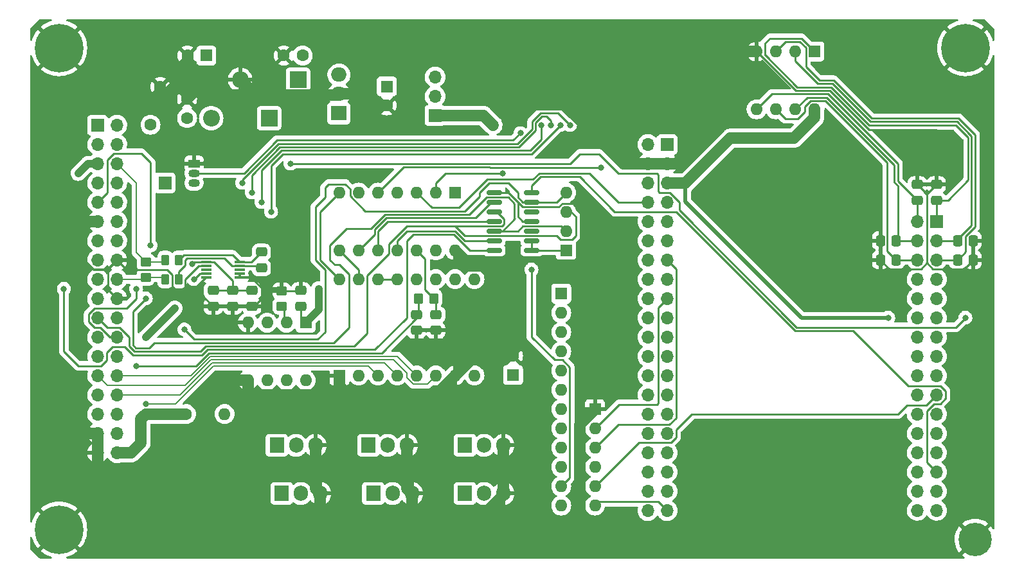
<source format=gbl>
G04 #@! TF.GenerationSoftware,KiCad,Pcbnew,(6.0.0)*
G04 #@! TF.CreationDate,2022-01-14T02:16:32-05:00*
G04 #@! TF.ProjectId,klxecu,6b6c7865-6375-42e6-9b69-6361645f7063,rev?*
G04 #@! TF.SameCoordinates,Original*
G04 #@! TF.FileFunction,Copper,L2,Bot*
G04 #@! TF.FilePolarity,Positive*
%FSLAX46Y46*%
G04 Gerber Fmt 4.6, Leading zero omitted, Abs format (unit mm)*
G04 Created by KiCad (PCBNEW (6.0.0)) date 2022-01-14 02:16:32*
%MOMM*%
%LPD*%
G01*
G04 APERTURE LIST*
G04 Aperture macros list*
%AMRoundRect*
0 Rectangle with rounded corners*
0 $1 Rounding radius*
0 $2 $3 $4 $5 $6 $7 $8 $9 X,Y pos of 4 corners*
0 Add a 4 corners polygon primitive as box body*
4,1,4,$2,$3,$4,$5,$6,$7,$8,$9,$2,$3,0*
0 Add four circle primitives for the rounded corners*
1,1,$1+$1,$2,$3*
1,1,$1+$1,$4,$5*
1,1,$1+$1,$6,$7*
1,1,$1+$1,$8,$9*
0 Add four rect primitives between the rounded corners*
20,1,$1+$1,$2,$3,$4,$5,0*
20,1,$1+$1,$4,$5,$6,$7,0*
20,1,$1+$1,$6,$7,$8,$9,0*
20,1,$1+$1,$8,$9,$2,$3,0*%
G04 Aperture macros list end*
G04 #@! TA.AperFunction,ComponentPad*
%ADD10C,6.400000*%
G04 #@! TD*
G04 #@! TA.AperFunction,ComponentPad*
%ADD11C,4.400000*%
G04 #@! TD*
G04 #@! TA.AperFunction,SMDPad,CuDef*
%ADD12RoundRect,0.250000X0.262500X0.450000X-0.262500X0.450000X-0.262500X-0.450000X0.262500X-0.450000X0*%
G04 #@! TD*
G04 #@! TA.AperFunction,ComponentPad*
%ADD13C,1.600000*%
G04 #@! TD*
G04 #@! TA.AperFunction,ComponentPad*
%ADD14O,1.600000X1.600000*%
G04 #@! TD*
G04 #@! TA.AperFunction,ComponentPad*
%ADD15R,1.600000X1.600000*%
G04 #@! TD*
G04 #@! TA.AperFunction,SMDPad,CuDef*
%ADD16RoundRect,0.150000X-0.825000X-0.150000X0.825000X-0.150000X0.825000X0.150000X-0.825000X0.150000X0*%
G04 #@! TD*
G04 #@! TA.AperFunction,SMDPad,CuDef*
%ADD17R,1.400000X0.300000*%
G04 #@! TD*
G04 #@! TA.AperFunction,ComponentPad*
%ADD18R,2.000000X1.905000*%
G04 #@! TD*
G04 #@! TA.AperFunction,ComponentPad*
%ADD19O,2.000000X1.905000*%
G04 #@! TD*
G04 #@! TA.AperFunction,SMDPad,CuDef*
%ADD20RoundRect,0.250000X0.450000X-0.350000X0.450000X0.350000X-0.450000X0.350000X-0.450000X-0.350000X0*%
G04 #@! TD*
G04 #@! TA.AperFunction,SMDPad,CuDef*
%ADD21RoundRect,0.250000X-0.350000X-0.450000X0.350000X-0.450000X0.350000X0.450000X-0.350000X0.450000X0*%
G04 #@! TD*
G04 #@! TA.AperFunction,SMDPad,CuDef*
%ADD22RoundRect,0.250000X-0.262500X-0.450000X0.262500X-0.450000X0.262500X0.450000X-0.262500X0.450000X0*%
G04 #@! TD*
G04 #@! TA.AperFunction,SMDPad,CuDef*
%ADD23RoundRect,0.250000X-0.450000X0.350000X-0.450000X-0.350000X0.450000X-0.350000X0.450000X0.350000X0*%
G04 #@! TD*
G04 #@! TA.AperFunction,ComponentPad*
%ADD24R,1.905000X2.000000*%
G04 #@! TD*
G04 #@! TA.AperFunction,ComponentPad*
%ADD25O,1.905000X2.000000*%
G04 #@! TD*
G04 #@! TA.AperFunction,ComponentPad*
%ADD26O,1.500000X1.050000*%
G04 #@! TD*
G04 #@! TA.AperFunction,ComponentPad*
%ADD27R,1.500000X1.050000*%
G04 #@! TD*
G04 #@! TA.AperFunction,ComponentPad*
%ADD28R,1.700000X1.700000*%
G04 #@! TD*
G04 #@! TA.AperFunction,ComponentPad*
%ADD29O,1.700000X1.700000*%
G04 #@! TD*
G04 #@! TA.AperFunction,ComponentPad*
%ADD30R,2.200000X2.200000*%
G04 #@! TD*
G04 #@! TA.AperFunction,ComponentPad*
%ADD31O,2.200000X2.200000*%
G04 #@! TD*
G04 #@! TA.AperFunction,SMDPad,CuDef*
%ADD32RoundRect,0.250000X0.475000X-0.337500X0.475000X0.337500X-0.475000X0.337500X-0.475000X-0.337500X0*%
G04 #@! TD*
G04 #@! TA.AperFunction,SMDPad,CuDef*
%ADD33RoundRect,0.250000X-0.475000X0.337500X-0.475000X-0.337500X0.475000X-0.337500X0.475000X0.337500X0*%
G04 #@! TD*
G04 #@! TA.AperFunction,SMDPad,CuDef*
%ADD34RoundRect,0.250000X-0.337500X-0.475000X0.337500X-0.475000X0.337500X0.475000X-0.337500X0.475000X0*%
G04 #@! TD*
G04 #@! TA.AperFunction,SMDPad,CuDef*
%ADD35RoundRect,0.250000X0.337500X0.475000X-0.337500X0.475000X-0.337500X-0.475000X0.337500X-0.475000X0*%
G04 #@! TD*
G04 #@! TA.AperFunction,ViaPad*
%ADD36C,0.800000*%
G04 #@! TD*
G04 #@! TA.AperFunction,Conductor*
%ADD37C,0.200000*%
G04 #@! TD*
G04 #@! TA.AperFunction,Conductor*
%ADD38C,0.250000*%
G04 #@! TD*
G04 #@! TA.AperFunction,Conductor*
%ADD39C,0.500000*%
G04 #@! TD*
G04 #@! TA.AperFunction,Conductor*
%ADD40C,1.500000*%
G04 #@! TD*
G04 #@! TA.AperFunction,Conductor*
%ADD41C,1.000000*%
G04 #@! TD*
G04 #@! TA.AperFunction,Conductor*
%ADD42C,0.375000*%
G04 #@! TD*
G04 APERTURE END LIST*
D10*
X22860000Y-27940000D03*
D11*
X143510000Y-92710000D03*
D10*
X22860000Y-91440000D03*
X142240000Y-27940000D03*
D12*
X38655000Y-55880000D03*
X36830000Y-55880000D03*
D13*
X39595000Y-76200000D03*
D14*
X44675000Y-76200000D03*
X55351678Y-71765000D03*
X47731678Y-64145000D03*
X52811678Y-71765000D03*
X50271678Y-64145000D03*
X50271678Y-71765000D03*
X52811678Y-64145000D03*
X47731678Y-71765000D03*
D15*
X55351678Y-64145000D03*
D16*
X85131678Y-54610000D03*
X85131678Y-53340000D03*
X85131678Y-52070000D03*
X85131678Y-50800000D03*
X85131678Y-49530000D03*
X85131678Y-48260000D03*
X85131678Y-46990000D03*
X80181678Y-46990000D03*
X80181678Y-48260000D03*
X80181678Y-49530000D03*
X80181678Y-50800000D03*
X80181678Y-52070000D03*
X80181678Y-53340000D03*
X80181678Y-54610000D03*
D15*
X75041678Y-47000000D03*
D14*
X59801678Y-54620000D03*
X72501678Y-47000000D03*
X62341678Y-54620000D03*
X69961678Y-47000000D03*
X64881678Y-54620000D03*
X67421678Y-47000000D03*
X67421678Y-54620000D03*
X64881678Y-47000000D03*
X69961678Y-54620000D03*
X62341678Y-47000000D03*
X72501678Y-54620000D03*
X59801678Y-47000000D03*
X75041678Y-54620000D03*
D17*
X46650000Y-56150000D03*
X46650000Y-56650000D03*
X46650000Y-57150000D03*
X46650000Y-57650000D03*
X46650000Y-58150000D03*
X42250000Y-58150000D03*
X42250000Y-57650000D03*
X42250000Y-57150000D03*
X42250000Y-56650000D03*
X42250000Y-56150000D03*
D18*
X59723687Y-36553687D03*
D19*
X59723687Y-34013687D03*
X59723687Y-31473687D03*
D13*
X36210000Y-33060000D03*
X34910000Y-38060000D03*
D15*
X89641678Y-54625000D03*
D14*
X89641678Y-52085000D03*
X89641678Y-49545000D03*
X89641678Y-47005000D03*
D15*
X89006678Y-60320000D03*
D14*
X89006678Y-62860000D03*
X89006678Y-65400000D03*
X89006678Y-67940000D03*
X89006678Y-70480000D03*
X89006678Y-73020000D03*
X89006678Y-75560000D03*
X89006678Y-78100000D03*
X89006678Y-80640000D03*
X89006678Y-83180000D03*
X89006678Y-85720000D03*
X89006678Y-88260000D03*
D15*
X93451678Y-75565000D03*
D14*
X93451678Y-78105000D03*
X93451678Y-80645000D03*
X93451678Y-83185000D03*
X93451678Y-85725000D03*
X93451678Y-88265000D03*
D20*
X52176678Y-61960000D03*
X52176678Y-59960000D03*
D21*
X72226678Y-60960000D03*
X70226678Y-60960000D03*
D22*
X38655000Y-58420000D03*
X36830000Y-58420000D03*
D23*
X34290000Y-58150000D03*
X34290000Y-56150000D03*
D24*
X64241678Y-86670000D03*
D25*
X66781678Y-86670000D03*
X69321678Y-86670000D03*
D24*
X51541678Y-80320000D03*
D25*
X54081678Y-80320000D03*
X56621678Y-80320000D03*
D24*
X76306678Y-86670000D03*
D25*
X78846678Y-86670000D03*
X81386678Y-86670000D03*
X57256678Y-86670000D03*
X54716678Y-86670000D03*
D24*
X52176678Y-86670000D03*
X76306678Y-80320000D03*
D25*
X78846678Y-80320000D03*
X81386678Y-80320000D03*
D24*
X63606678Y-80320000D03*
D25*
X66146678Y-80320000D03*
X68686678Y-80320000D03*
D26*
X40640000Y-44450000D03*
X40640000Y-45720000D03*
D27*
X40640000Y-43180000D03*
D28*
X72390000Y-36830000D03*
D29*
X72390000Y-34290000D03*
X72390000Y-31750000D03*
D28*
X36830000Y-45720000D03*
D29*
X135890000Y-88900000D03*
X138430000Y-88900000D03*
X135890000Y-86360000D03*
X138430000Y-86360000D03*
X135890000Y-83820000D03*
X138430000Y-83820000D03*
X135890000Y-81280000D03*
X138430000Y-81280000D03*
X135890000Y-78740000D03*
X138430000Y-78740000D03*
X135890000Y-76200000D03*
X138430000Y-76200000D03*
X135890000Y-73660000D03*
X138430000Y-73660000D03*
X135890000Y-71120000D03*
X138430000Y-71120000D03*
X135890000Y-68580000D03*
X138430000Y-68580000D03*
X135890000Y-66040000D03*
X138430000Y-66040000D03*
X135890000Y-63500000D03*
X138430000Y-63500000D03*
X135890000Y-60960000D03*
X138430000Y-60960000D03*
X135890000Y-58420000D03*
X138430000Y-58420000D03*
X135890000Y-55880000D03*
X138430000Y-55880000D03*
X135890000Y-53340000D03*
X138430000Y-53340000D03*
X135890000Y-50800000D03*
D28*
X138430000Y-50800000D03*
X27935000Y-38115000D03*
D29*
X30475000Y-38115000D03*
X27935000Y-40655000D03*
X30475000Y-40655000D03*
X27935000Y-43195000D03*
X30475000Y-43195000D03*
X27935000Y-45735000D03*
X30475000Y-45735000D03*
X27935000Y-48275000D03*
X30475000Y-48275000D03*
X27935000Y-50815000D03*
X30475000Y-50815000D03*
X27935000Y-53355000D03*
X30475000Y-53355000D03*
X27935000Y-55895000D03*
X30475000Y-55895000D03*
X27935000Y-58435000D03*
X30475000Y-58435000D03*
X27935000Y-60975000D03*
X30475000Y-60975000D03*
X27935000Y-63515000D03*
X30475000Y-63515000D03*
X27935000Y-66055000D03*
X30475000Y-66055000D03*
X27935000Y-68595000D03*
X30475000Y-68595000D03*
X27935000Y-71135000D03*
X30475000Y-71135000D03*
X27935000Y-73675000D03*
X30475000Y-73675000D03*
X27935000Y-76215000D03*
X30475000Y-76215000D03*
X27935000Y-78755000D03*
X30475000Y-78755000D03*
X27935000Y-81295000D03*
X30475000Y-81295000D03*
X100420000Y-88930000D03*
X102960000Y-88930000D03*
X100420000Y-86390000D03*
X102960000Y-86390000D03*
X100420000Y-83850000D03*
X102960000Y-83850000D03*
X100420000Y-81310000D03*
X102960000Y-81310000D03*
X100420000Y-78770000D03*
X102960000Y-78770000D03*
X100420000Y-76230000D03*
X102960000Y-76230000D03*
X100420000Y-73690000D03*
X102960000Y-73690000D03*
X100420000Y-71150000D03*
X102960000Y-71150000D03*
X100420000Y-68610000D03*
X102960000Y-68610000D03*
X100420000Y-66070000D03*
X102960000Y-66070000D03*
X100420000Y-63530000D03*
X102960000Y-63530000D03*
X100420000Y-60990000D03*
X102960000Y-60990000D03*
X100420000Y-58450000D03*
X102960000Y-58450000D03*
X100420000Y-55910000D03*
X102960000Y-55910000D03*
X100420000Y-53370000D03*
X102960000Y-53370000D03*
X100420000Y-50830000D03*
X102960000Y-50830000D03*
X100420000Y-48290000D03*
X102960000Y-48290000D03*
X100420000Y-45750000D03*
X102960000Y-45750000D03*
X100420000Y-43210000D03*
X102960000Y-43210000D03*
X100420000Y-40670000D03*
D28*
X102960000Y-40670000D03*
D14*
X122359520Y-36019520D03*
X114739520Y-28399520D03*
X119819520Y-36019520D03*
X117279520Y-28399520D03*
X117279520Y-36019520D03*
X119819520Y-28399520D03*
X114739520Y-36019520D03*
D15*
X122359520Y-28399520D03*
D30*
X54333687Y-32108687D03*
D31*
X46713687Y-32108687D03*
D30*
X50523687Y-37188687D03*
D31*
X42903687Y-37188687D03*
D32*
X54716678Y-61997500D03*
X54716678Y-59922500D03*
D15*
X82656678Y-71055113D03*
D13*
X82656678Y-68555113D03*
D33*
X43180000Y-59922500D03*
X43180000Y-61997500D03*
X45720000Y-59922500D03*
X45720000Y-61997500D03*
X48260000Y-59922500D03*
X48260000Y-61997500D03*
D34*
X141202500Y-53340000D03*
X143277500Y-53340000D03*
X143277500Y-55880000D03*
X141202500Y-55880000D03*
D32*
X138430000Y-48027500D03*
X138430000Y-45952500D03*
X135890000Y-48027500D03*
X135890000Y-45952500D03*
D35*
X133117500Y-53340000D03*
X131042500Y-53340000D03*
X133117500Y-55880000D03*
X131042500Y-55880000D03*
D33*
X72496678Y-63097500D03*
X72496678Y-65172500D03*
X49530000Y-54842500D03*
X49530000Y-56917500D03*
X69956678Y-63097500D03*
X69956678Y-65172500D03*
D13*
X66040000Y-35520000D03*
D15*
X66040000Y-33020000D03*
D13*
X54948687Y-28933687D03*
X52448687Y-28933687D03*
X39728687Y-37168687D03*
X39728687Y-34668687D03*
D15*
X42268687Y-28933687D03*
D13*
X39768687Y-28933687D03*
D15*
X59796678Y-71110000D03*
D14*
X77576678Y-58410000D03*
X62336678Y-71110000D03*
X75036678Y-58410000D03*
X64876678Y-71110000D03*
X72496678Y-58410000D03*
X67416678Y-71110000D03*
X69956678Y-58410000D03*
X69956678Y-71110000D03*
X67416678Y-58410000D03*
X72496678Y-71110000D03*
X64876678Y-58410000D03*
X75036678Y-71110000D03*
X62336678Y-58410000D03*
X77576678Y-71110000D03*
X59796678Y-58410000D03*
D36*
X132080000Y-63500000D03*
X80010000Y-38100000D03*
X83624842Y-39174842D03*
X139700000Y-40640000D03*
X142240000Y-63500000D03*
X53340000Y-43180000D03*
X94274103Y-43725500D03*
X88900000Y-38100000D03*
X50800000Y-49530000D03*
X86360000Y-38100000D03*
X49530000Y-48260000D03*
X87630000Y-38100000D03*
X90170000Y-38100000D03*
X48260000Y-46990000D03*
X81280000Y-44450000D03*
X85090000Y-57150000D03*
X57067158Y-59690000D03*
X46990000Y-45720000D03*
X39370000Y-65051460D03*
X34925000Y-53975000D03*
X23495000Y-59690000D03*
X33020000Y-59690000D03*
X25400000Y-44450000D03*
X38100000Y-62230000D03*
X34290000Y-66040000D03*
X34290000Y-60960000D03*
X33020000Y-69850000D03*
X40640000Y-58420000D03*
X40382597Y-56399989D03*
X34290000Y-74865500D03*
D37*
X65757159Y-69450481D02*
X67416678Y-71110000D01*
X38789994Y-73675000D02*
X43014513Y-69450481D01*
X43014513Y-69450481D02*
X65757159Y-69450481D01*
X30475000Y-73675000D02*
X38789994Y-73675000D01*
X71397167Y-72209511D02*
X72496678Y-71110000D01*
X68686678Y-71394944D02*
X69501245Y-72209511D01*
X66912584Y-69050962D02*
X68686678Y-70825056D01*
X68686678Y-70825056D02*
X68686678Y-71394944D01*
X69501245Y-72209511D02*
X71397167Y-72209511D01*
X39509988Y-72390000D02*
X42849026Y-69050962D01*
X29190000Y-72390000D02*
X39509988Y-72390000D01*
X27935000Y-71135000D02*
X29190000Y-72390000D01*
X42849026Y-69050962D02*
X66912584Y-69050962D01*
X67426678Y-68580000D02*
X69956678Y-71110000D01*
X31780000Y-71120000D02*
X40214982Y-71120000D01*
X42754982Y-68580000D02*
X67426678Y-68580000D01*
X31765000Y-71135000D02*
X31780000Y-71120000D01*
X40214982Y-71120000D02*
X42754982Y-68580000D01*
X30475000Y-71135000D02*
X31765000Y-71135000D01*
D38*
X65348705Y-68155480D02*
X69956678Y-63547507D01*
X69956678Y-63547507D02*
X69956678Y-63097500D01*
X42579141Y-68155480D02*
X65348705Y-68155480D01*
X40884621Y-69850000D02*
X42579141Y-68155480D01*
X33020000Y-69850000D02*
X40884621Y-69850000D01*
X93961189Y-87755489D02*
X93451678Y-88265000D01*
X101785489Y-87755489D02*
X93961189Y-87755489D01*
X102960000Y-88930000D02*
X101785489Y-87755489D01*
D39*
X105380000Y-48230000D02*
X105380000Y-45750000D01*
X120650000Y-63500000D02*
X105380000Y-48230000D01*
X132080000Y-63500000D02*
X120650000Y-63500000D01*
D38*
X137160000Y-82550000D02*
X138430000Y-83820000D01*
X137160000Y-75808990D02*
X137160000Y-82550000D01*
X138134479Y-74834511D02*
X137160000Y-75808990D01*
X138916499Y-74834511D02*
X138134479Y-74834511D01*
X139604511Y-74146499D02*
X138916499Y-74834511D01*
X139604511Y-73173501D02*
X139604511Y-74146499D01*
X138916499Y-72485489D02*
X139604511Y-73173501D01*
X134715489Y-72485489D02*
X138916499Y-72485489D01*
X119829520Y-65219520D02*
X127449520Y-65219520D01*
X104140000Y-49530001D02*
X104403323Y-49793323D01*
X127449520Y-65219520D02*
X134715489Y-72485489D01*
X104403323Y-49793323D02*
X119829520Y-65219520D01*
X96070480Y-49530000D02*
X104140000Y-49530001D01*
X91440000Y-44899520D02*
X96070480Y-49530000D01*
X85131678Y-46068654D02*
X86300812Y-44899520D01*
X86300812Y-44899520D02*
X91440000Y-44899520D01*
X85131678Y-46990000D02*
X85131678Y-46068654D01*
X140970000Y-64770000D02*
X142240000Y-63500000D01*
X120015717Y-64770000D02*
X140970000Y-64770000D01*
X104589520Y-49343803D02*
X120015717Y-64770000D01*
X104589520Y-48258510D02*
X104589520Y-49343803D01*
X103321010Y-46990000D02*
X104589520Y-48258510D01*
X101970978Y-46990000D02*
X103321010Y-46990000D01*
X101785489Y-46804511D02*
X101970978Y-46990000D01*
X101785489Y-44635489D02*
X101785489Y-46804511D01*
X101600000Y-44450000D02*
X101785489Y-44635489D01*
X93980000Y-41910000D02*
X96520000Y-44450000D01*
X90170000Y-43180000D02*
X91440000Y-41910000D01*
X53340000Y-43180000D02*
X90170000Y-43180000D01*
X91440000Y-41910000D02*
X93980000Y-41910000D01*
X96520000Y-44450000D02*
X101600000Y-44450000D01*
X137064511Y-75025489D02*
X138430000Y-73660000D01*
X106218012Y-76200000D02*
X133350000Y-76200000D01*
X134524511Y-75025489D02*
X137064511Y-75025489D01*
X104134511Y-78283501D02*
X106218012Y-76200000D01*
X133350000Y-76200000D02*
X134524511Y-75025489D01*
X103446499Y-79944511D02*
X104134511Y-79256499D01*
X104134511Y-79256499D02*
X104134511Y-78283501D01*
X99232167Y-79944511D02*
X103446499Y-79944511D01*
X93451678Y-85725000D02*
X99232167Y-79944511D01*
X139932500Y-48027500D02*
X138430000Y-48027500D01*
X142610960Y-45349040D02*
X139932500Y-48027500D01*
X142610960Y-39742396D02*
X142610960Y-45349040D01*
X140969282Y-38100718D02*
X142610960Y-39742396D01*
X129543589Y-38100718D02*
X140969282Y-38100718D01*
X115877859Y-27286511D02*
X115877859Y-28902141D01*
X115898576Y-28902141D02*
X120093364Y-33096929D01*
X124539800Y-33096929D02*
X129543589Y-38100718D01*
X116494370Y-26670000D02*
X115877859Y-27286511D01*
X120630000Y-26670000D02*
X116494370Y-26670000D01*
X122359520Y-28399520D02*
X120630000Y-26670000D01*
X115877859Y-28902141D02*
X115898576Y-28902141D01*
X120093364Y-33096929D02*
X124539800Y-33096929D01*
X51570597Y-40111920D02*
X47232517Y-44450000D01*
X83624842Y-39174842D02*
X82687764Y-40111920D01*
X82687764Y-40111920D02*
X51570597Y-40111920D01*
X47232517Y-44450000D02*
X40640000Y-44450000D01*
D40*
X78740000Y-36830000D02*
X80010000Y-38100000D01*
X72390000Y-36830000D02*
X78740000Y-36830000D01*
X97188498Y-43210000D02*
X102960000Y-43210000D01*
X81175378Y-35455378D02*
X89433876Y-35455378D01*
X74930000Y-29210000D02*
X81175378Y-35455378D01*
X89433876Y-35455378D02*
X97188498Y-43210000D01*
X62588687Y-32743687D02*
X62588687Y-32661313D01*
X61318687Y-34013687D02*
X62588687Y-32743687D01*
X59723687Y-34013687D02*
X61318687Y-34013687D01*
X62588687Y-32661313D02*
X66040000Y-29210000D01*
X66040000Y-29210000D02*
X74930000Y-29210000D01*
D38*
X142240000Y-52752507D02*
X142240000Y-54842500D01*
X143510000Y-51482507D02*
X142240000Y-52752507D01*
X143510000Y-39370001D02*
X143510000Y-51482507D01*
X141341677Y-37201678D02*
X143510000Y-39370001D01*
X124912195Y-32197889D02*
X129915984Y-37201678D01*
X123003607Y-32197889D02*
X124912195Y-32197889D01*
X142240000Y-54842500D02*
X141202500Y-55880000D01*
X120443802Y-27119520D02*
X121235009Y-27910727D01*
X121235009Y-27910727D02*
X121235009Y-30429291D01*
X118559520Y-27119520D02*
X120443802Y-27119520D01*
X121235009Y-30429291D02*
X123003607Y-32197889D01*
X117279520Y-28399520D02*
X118559520Y-27119520D01*
X129915984Y-37201678D02*
X141341677Y-37201678D01*
X129729787Y-37651198D02*
X136711198Y-37651198D01*
X124725997Y-32647409D02*
X129729787Y-37651198D01*
X122817409Y-32647409D02*
X124725997Y-32647409D01*
X119819520Y-29649520D02*
X122817409Y-32647409D01*
X119819520Y-28399520D02*
X119819520Y-29649520D01*
X141155479Y-37651198D02*
X136711198Y-37651198D01*
X142797157Y-39292876D02*
X141155479Y-37651198D01*
X143060480Y-51296309D02*
X143060480Y-39556198D01*
X143060480Y-39556198D02*
X142797157Y-39292876D01*
X141202500Y-53154289D02*
X143060480Y-51296309D01*
X141202500Y-53340000D02*
X141202500Y-53154289D01*
X116019520Y-29659520D02*
X115999520Y-29659520D01*
X119906449Y-33546449D02*
X116019520Y-29659520D01*
X115999520Y-29659520D02*
X114739520Y-28399520D01*
X129540001Y-38732848D02*
X124353600Y-33546449D01*
X124353600Y-33546449D02*
X119906449Y-33546449D01*
X138430000Y-38732848D02*
X129540001Y-38732848D01*
X124167403Y-33995969D02*
X116763071Y-33995969D01*
X133350000Y-43178565D02*
X124167403Y-33995969D01*
X116763071Y-33995969D02*
X114739520Y-36019520D01*
X133350000Y-45487500D02*
X133350000Y-43178565D01*
X135890000Y-48027500D02*
X133350000Y-45487500D01*
X123981206Y-34445489D02*
X121393551Y-34445489D01*
X132900480Y-43364763D02*
X123981206Y-34445489D01*
X132900480Y-45673697D02*
X132900480Y-43364763D01*
X133350000Y-46123218D02*
X132900480Y-45673697D01*
X121393551Y-34445489D02*
X119819520Y-36019520D01*
X133117500Y-53340000D02*
X133350000Y-53107500D01*
X133350000Y-53107500D02*
X133350000Y-46123218D01*
X118539520Y-37279520D02*
X117279520Y-36019520D01*
X120149820Y-37279520D02*
X118539520Y-37279520D01*
X121099520Y-35689220D02*
X121099520Y-36329820D01*
X123795009Y-34895009D02*
X121893731Y-34895009D01*
X121893731Y-34895009D02*
X121099520Y-35689220D01*
X131954520Y-43054520D02*
X123795009Y-34895009D01*
X121099520Y-36329820D02*
X120149820Y-37279520D01*
X131954520Y-54717020D02*
X131954520Y-43054520D01*
X133117500Y-55880000D02*
X131954520Y-54717020D01*
X51756795Y-40561440D02*
X46990000Y-45328235D01*
X85185969Y-38638313D02*
X83262842Y-40561440D01*
X85185969Y-37613700D02*
X85185969Y-38638313D01*
X46990000Y-45328235D02*
X46990000Y-45720000D01*
X88599897Y-36529897D02*
X86269772Y-36529897D01*
X86269772Y-36529897D02*
X85185969Y-37613700D01*
X83262842Y-40561440D02*
X51756795Y-40561440D01*
X90170000Y-38100000D02*
X88599897Y-36529897D01*
D40*
X111310480Y-39819520D02*
X105380000Y-45750000D01*
X119690890Y-39819520D02*
X111310480Y-39819520D01*
X108399520Y-38972561D02*
X108399520Y-30929520D01*
X104162081Y-43210000D02*
X108399520Y-38972561D01*
D38*
X48260000Y-44693952D02*
X48260000Y-46990000D01*
X51942992Y-41010960D02*
X48260000Y-44693952D01*
X83449040Y-41010960D02*
X51942992Y-41010960D01*
X85635489Y-38824511D02*
X83449040Y-41010960D01*
X85635489Y-37799897D02*
X85635489Y-38824511D01*
X86455969Y-36979417D02*
X85635489Y-37799897D01*
X87091686Y-36979417D02*
X86455969Y-36979417D01*
X87630000Y-37517731D02*
X87091686Y-36979417D01*
X87630000Y-38100000D02*
X87630000Y-37517731D01*
X52129189Y-41460480D02*
X49530000Y-44059669D01*
X84903802Y-41460480D02*
X52129189Y-41460480D01*
X86360000Y-40004282D02*
X84903802Y-41460480D01*
X49530000Y-44059669D02*
X49530000Y-48260000D01*
X86360000Y-38100000D02*
X86360000Y-40004282D01*
X52315386Y-41910000D02*
X50800000Y-43425386D01*
X85090000Y-41910000D02*
X52315386Y-41910000D01*
X50800000Y-43425386D02*
X50800000Y-49530000D01*
X88900000Y-38100000D02*
X85090000Y-41910000D01*
D40*
X65040978Y-35520000D02*
X66040000Y-35520000D01*
X59723687Y-34013687D02*
X63534665Y-34013687D01*
X63534665Y-34013687D02*
X65040978Y-35520000D01*
D39*
X45720000Y-35296396D02*
X44581802Y-34158198D01*
X41910000Y-43180000D02*
X45720000Y-39370000D01*
D40*
X48763198Y-34158198D02*
X44581802Y-34158198D01*
D39*
X40640000Y-43180000D02*
X41910000Y-43180000D01*
D40*
X44581802Y-34158198D02*
X43683198Y-34158198D01*
D39*
X45720000Y-39370000D02*
X45720000Y-35296396D01*
D40*
X36210000Y-34910000D02*
X36210000Y-33060000D01*
X35560000Y-35560000D02*
X36210000Y-34910000D01*
X39768687Y-30243687D02*
X42862500Y-33337500D01*
X39768687Y-28933687D02*
X39768687Y-30243687D01*
X41059874Y-33337500D02*
X41592500Y-33337500D01*
X39728687Y-34668687D02*
X41059874Y-33337500D01*
X41592500Y-33337500D02*
X42862500Y-33337500D01*
X37782500Y-33337500D02*
X41592500Y-33337500D01*
X43683198Y-34158198D02*
X42862500Y-33337500D01*
X23495000Y-38735000D02*
X26670000Y-35560000D01*
X26670000Y-35560000D02*
X35560000Y-35560000D01*
X23495000Y-53975000D02*
X23495000Y-38735000D01*
X35560000Y-35560000D02*
X37782500Y-33337500D01*
X21590000Y-55880000D02*
X23495000Y-53975000D01*
D38*
X139700000Y-40640000D02*
X138430000Y-39370000D01*
X138430000Y-39370000D02*
X138430000Y-38732848D01*
X137160000Y-56271010D02*
X136376499Y-57054511D01*
X137943501Y-57054511D02*
X137160000Y-56271010D01*
X142102989Y-57054511D02*
X137943501Y-57054511D01*
X143277500Y-55880000D02*
X142102989Y-57054511D01*
X137160000Y-56271010D02*
X137160000Y-47222500D01*
X132217011Y-57054511D02*
X136376499Y-57054511D01*
X131042500Y-55880000D02*
X132217011Y-57054511D01*
X92710000Y-44450000D02*
X96550000Y-48290000D01*
X85294134Y-45270480D02*
X86114614Y-44450000D01*
X86114614Y-44450000D02*
X92710000Y-44450000D01*
X96550000Y-48290000D02*
X100420000Y-48290000D01*
X79295481Y-45270480D02*
X85294134Y-45270480D01*
X75564040Y-49001920D02*
X79295481Y-45270480D01*
X69961678Y-47000000D02*
X71963598Y-49001920D01*
X71963598Y-49001920D02*
X75564040Y-49001920D01*
X138430000Y-45952500D02*
X138430000Y-38732848D01*
D40*
X122359520Y-37150890D02*
X122359520Y-36019520D01*
X102960000Y-45750000D02*
X105380000Y-45750000D01*
X119690890Y-39819520D02*
X122359520Y-37150890D01*
X110949520Y-28399520D02*
X114739520Y-28399520D01*
X108399520Y-30929520D02*
X110939520Y-28389520D01*
X110939520Y-28389520D02*
X110949520Y-28399520D01*
X102960000Y-43210000D02*
X104162081Y-43210000D01*
D38*
X68252158Y-43629520D02*
X64881678Y-47000000D01*
X79656460Y-43725500D02*
X79560480Y-43629520D01*
X79560480Y-43629520D02*
X68252158Y-43629520D01*
X94274103Y-43725500D02*
X79656460Y-43725500D01*
X73771678Y-44450000D02*
X72501678Y-45720000D01*
X81280000Y-44450000D02*
X73771678Y-44450000D01*
X72501678Y-45720000D02*
X72501678Y-47000000D01*
X135890000Y-48027500D02*
X135890000Y-50800000D01*
X135890000Y-53340000D02*
X133117500Y-53340000D01*
X135890000Y-45952500D02*
X137160000Y-47222500D01*
X131042500Y-53340000D02*
X131042500Y-55880000D01*
X135890000Y-55880000D02*
X133117500Y-55880000D01*
X137160000Y-47222500D02*
X138430000Y-45952500D01*
X143277500Y-53340000D02*
X143277500Y-55880000D01*
X138430000Y-48027500D02*
X138430000Y-50800000D01*
X138430000Y-53340000D02*
X141202500Y-53340000D01*
X138430000Y-55880000D02*
X141202500Y-55880000D01*
X101785489Y-62164511D02*
X102960000Y-60990000D01*
X101785489Y-74744511D02*
X101785489Y-62164511D01*
X96626678Y-74930000D02*
X101600000Y-74930000D01*
X101600000Y-74930000D02*
X101785489Y-74744511D01*
X93451678Y-78105000D02*
X96626678Y-74930000D01*
X103255521Y-77595489D02*
X104140000Y-76711010D01*
X96501189Y-77595489D02*
X103255521Y-77595489D01*
X104140000Y-76711010D02*
X104140000Y-57090000D01*
X104140000Y-57090000D02*
X102960000Y-55910000D01*
X93451678Y-80645000D02*
X96501189Y-77595489D01*
X81481198Y-51146552D02*
X81192750Y-51435000D01*
X81481198Y-50453448D02*
X81481198Y-51146552D01*
X80557750Y-49530000D02*
X81481198Y-50453448D01*
X80181678Y-49530000D02*
X80557750Y-49530000D01*
X68685961Y-51435000D02*
X73025000Y-51435000D01*
X73025000Y-51435000D02*
X75037395Y-51435000D01*
X81192750Y-51435000D02*
X73025000Y-51435000D01*
X32580525Y-67114475D02*
X32580525Y-62669475D01*
X32961530Y-67495480D02*
X32580525Y-67114475D01*
X34740238Y-67495480D02*
X32961530Y-67495480D01*
X35428798Y-66806920D02*
X34740238Y-67495480D01*
X59029758Y-66806920D02*
X35428798Y-66806920D01*
X32580525Y-62669475D02*
X34290000Y-60960000D01*
X59161678Y-56515000D02*
X59796678Y-56515000D01*
X58526678Y-55880000D02*
X59161678Y-56515000D01*
X58526678Y-53975000D02*
X58526678Y-55880000D01*
X60757754Y-51743924D02*
X58526678Y-53975000D01*
X59796678Y-56515000D02*
X61066678Y-57785000D01*
X63931319Y-51743924D02*
X60757754Y-51743924D01*
X61066678Y-64770000D02*
X59029758Y-66806920D01*
X65774284Y-49900960D02*
X63931319Y-51743924D01*
X79160126Y-47635480D02*
X76894646Y-49900960D01*
X82030722Y-47635480D02*
X79160126Y-47635480D01*
X61066678Y-57785000D02*
X61066678Y-64770000D01*
X76894646Y-49900960D02*
X65774284Y-49900960D01*
X82842158Y-50351197D02*
X82842158Y-48446916D01*
X81280000Y-52070000D02*
X82920480Y-50429520D01*
X80181678Y-52070000D02*
X81280000Y-52070000D01*
X82920480Y-50429520D02*
X82842158Y-50351197D01*
X82842158Y-48446916D02*
X82030722Y-47635480D01*
D40*
X48763198Y-34158198D02*
X46713687Y-32108687D01*
X59579176Y-34158198D02*
X48763198Y-34158198D01*
X59723687Y-34013687D02*
X59579176Y-34158198D01*
D38*
X88114511Y-69064511D02*
X85090000Y-66040000D01*
X89181489Y-69064511D02*
X88114511Y-69064511D01*
X90131189Y-70014211D02*
X89181489Y-69064511D01*
X85090000Y-66040000D02*
X85090000Y-57150000D01*
X90131189Y-84595489D02*
X90131189Y-70014211D01*
X89006678Y-85720000D02*
X90131189Y-84595489D01*
X52176678Y-59960000D02*
X54679178Y-59960000D01*
X54679178Y-59960000D02*
X54716678Y-59922500D01*
X49530000Y-59567507D02*
X51784185Y-59567507D01*
X51784185Y-59567507D02*
X52176678Y-59960000D01*
X49530000Y-59567507D02*
X49530000Y-60960000D01*
D41*
X57067158Y-62429520D02*
X57067158Y-59690000D01*
X55351678Y-64145000D02*
X57067158Y-62429520D01*
D38*
X83291678Y-55880000D02*
X82656678Y-56515000D01*
D40*
X82656678Y-63606678D02*
X82656678Y-68555113D01*
X82656678Y-59796678D02*
X82656678Y-63606678D01*
D38*
X82656678Y-56515000D02*
X82656678Y-63606678D01*
D40*
X79520489Y-56660489D02*
X82656678Y-59796678D01*
X77082167Y-56660489D02*
X79520489Y-56660489D01*
X75041678Y-54620000D02*
X77082167Y-56660489D01*
D38*
X23495000Y-67945000D02*
X23495000Y-59690000D01*
X25400000Y-69850000D02*
X23495000Y-67945000D01*
X28341010Y-69850000D02*
X25400000Y-69850000D01*
X29109511Y-69081499D02*
X28341010Y-69850000D01*
X29109511Y-68108501D02*
X29109511Y-69081499D01*
X29908012Y-67310000D02*
X29109511Y-68108501D01*
X31504614Y-67310000D02*
X29908012Y-67310000D01*
X32589135Y-68394520D02*
X31504614Y-67310000D01*
X41704383Y-68394520D02*
X32589135Y-68394520D01*
X69507158Y-52519520D02*
X68686678Y-53340000D01*
X68686678Y-53340000D02*
X68686678Y-63500000D01*
X74850480Y-52519520D02*
X69507158Y-52519520D01*
X68686678Y-63500000D02*
X64480718Y-67705960D01*
X76940960Y-54610000D02*
X74850480Y-52519520D01*
X64480718Y-67705960D02*
X42392944Y-67705960D01*
X42392944Y-67705960D02*
X41704383Y-68394520D01*
X80181678Y-54610000D02*
X76940960Y-54610000D01*
D40*
X100420000Y-43210000D02*
X102960000Y-43210000D01*
X48260000Y-73660000D02*
X60960000Y-73660000D01*
X47731678Y-73131678D02*
X48260000Y-73660000D01*
X47731678Y-71765000D02*
X47731678Y-73131678D01*
D38*
X79960226Y-68580000D02*
X79985113Y-68555113D01*
X74930000Y-68580000D02*
X79960226Y-68580000D01*
D40*
X82656678Y-68555113D02*
X79985113Y-68555113D01*
D38*
X72496678Y-66146678D02*
X74930000Y-68580000D01*
X72496678Y-65172500D02*
X72496678Y-66146678D01*
D40*
X79985113Y-68555113D02*
X77591565Y-68555113D01*
D38*
X69956678Y-65172500D02*
X72496678Y-65172500D01*
D40*
X79375000Y-89535000D02*
X78719040Y-89535000D01*
X81280000Y-91440000D02*
X79375000Y-89535000D01*
X91440000Y-90170000D02*
X90170000Y-91440000D01*
X93451678Y-75565000D02*
X91440000Y-77576678D01*
X91440000Y-77576678D02*
X91440000Y-90170000D01*
X90170000Y-91440000D02*
X81280000Y-91440000D01*
X45075000Y-71765000D02*
X42016678Y-74823322D01*
X47731678Y-71765000D02*
X45075000Y-71765000D01*
X42016678Y-74823322D02*
X42016678Y-85090000D01*
X59796678Y-72496678D02*
X59796678Y-71110000D01*
X60960000Y-73660000D02*
X59796678Y-72496678D01*
X72486678Y-73660000D02*
X60960000Y-73660000D01*
X75036678Y-71110000D02*
X72486678Y-73660000D01*
D38*
X54716678Y-63510000D02*
X55351678Y-64145000D01*
X54716678Y-61997500D02*
X54716678Y-63510000D01*
D40*
X39579989Y-76215011D02*
X39595000Y-76200000D01*
X34290000Y-76215011D02*
X39579989Y-76215011D01*
D37*
X38164500Y-74865500D02*
X34290000Y-74865500D01*
X43180000Y-69850000D02*
X38164500Y-74865500D01*
X63616678Y-69850000D02*
X43180000Y-69850000D01*
X64876678Y-71110000D02*
X63616678Y-69850000D01*
D38*
X90291678Y-49545000D02*
X89641678Y-49545000D01*
X90911678Y-50165000D02*
X90291678Y-49545000D01*
X90911678Y-52705000D02*
X90911678Y-50165000D01*
X90407167Y-53209511D02*
X90911678Y-52705000D01*
X88876189Y-53209511D02*
X90407167Y-53209511D01*
X88371319Y-52704641D02*
X88876189Y-53209511D01*
X76307037Y-52704641D02*
X88371319Y-52704641D01*
X75037395Y-51435000D02*
X76307037Y-52704641D01*
X66297167Y-53823793D02*
X68685961Y-51435000D01*
X66297167Y-55094511D02*
X66297167Y-53823793D01*
X63461189Y-57930489D02*
X66297167Y-55094511D01*
X63461189Y-65550489D02*
X63461189Y-57930489D01*
X32775332Y-67945000D02*
X41518186Y-67945000D01*
X41518186Y-67945000D02*
X42206746Y-67256440D01*
X32120960Y-67290628D02*
X32775332Y-67945000D01*
X30851010Y-64770000D02*
X32120960Y-66039950D01*
X32120960Y-66039950D02*
X32120960Y-67290628D01*
X42206746Y-67256440D02*
X61755238Y-67256440D01*
X29190000Y-64770000D02*
X30851010Y-64770000D01*
X27935000Y-63515000D02*
X29190000Y-64770000D01*
X61755238Y-67256440D02*
X63461189Y-65550489D01*
X40675940Y-66357400D02*
X56939278Y-66357400D01*
D40*
X29845000Y-85090000D02*
X42016678Y-85090000D01*
D38*
X52551678Y-63885000D02*
X52811678Y-64145000D01*
X52551678Y-62230000D02*
X52551678Y-63885000D01*
D40*
X77591565Y-68555113D02*
X75036678Y-71110000D01*
X77576678Y-89535000D02*
X68051678Y-89535000D01*
X78719040Y-89535000D02*
X77576678Y-89535000D01*
X55986678Y-89535000D02*
X46461678Y-89535000D01*
X57256678Y-86670000D02*
X57256678Y-88265000D01*
X68051678Y-89535000D02*
X55986678Y-89535000D01*
X57256678Y-88265000D02*
X55986678Y-89535000D01*
X69321678Y-88265000D02*
X68051678Y-89535000D01*
X69321678Y-86670000D02*
X69321678Y-88265000D01*
X56621678Y-86035000D02*
X57256678Y-86670000D01*
X56621678Y-80320000D02*
X56621678Y-86035000D01*
X68686678Y-86035000D02*
X69321678Y-86670000D01*
X68686678Y-80320000D02*
X68686678Y-86035000D01*
X81386678Y-80320000D02*
X81386678Y-86670000D01*
X27935000Y-83180000D02*
X27935000Y-81295000D01*
X29845000Y-85090000D02*
X27935000Y-83180000D01*
X46461678Y-89535000D02*
X42016678Y-85090000D01*
X81386678Y-86867362D02*
X78719040Y-89535000D01*
X81386678Y-86670000D02*
X81386678Y-86867362D01*
X32370000Y-81295000D02*
X30475000Y-81295000D01*
X33655000Y-80010000D02*
X32370000Y-81295000D01*
X33655000Y-76850011D02*
X33655000Y-80010000D01*
X34290000Y-76215011D02*
X33655000Y-76850011D01*
D38*
X83926678Y-48260000D02*
X85131678Y-48260000D01*
X83291678Y-47625000D02*
X83926678Y-48260000D01*
X83291678Y-46990000D02*
X83291678Y-47625000D01*
X82021678Y-45720000D02*
X83291678Y-46990000D01*
X78211678Y-46990000D02*
X79481678Y-45720000D01*
X78211678Y-47546440D02*
X78211678Y-46990000D01*
X63202818Y-49451440D02*
X76306678Y-49451440D01*
X61217167Y-47465789D02*
X63202818Y-49451440D01*
X61217167Y-46505489D02*
X61217167Y-47465789D01*
X60587167Y-45875489D02*
X61217167Y-46505489D01*
X58371189Y-45875489D02*
X60587167Y-45875489D01*
X57891678Y-46355000D02*
X58371189Y-45875489D01*
X57891678Y-47625000D02*
X57891678Y-46355000D01*
X76306678Y-49451440D02*
X78211678Y-47546440D01*
X56621678Y-55880000D02*
X56621678Y-48895000D01*
X57891678Y-65405000D02*
X57891678Y-57150000D01*
X79481678Y-45720000D02*
X82021678Y-45720000D01*
X56939278Y-66357400D02*
X57891678Y-65405000D01*
X56621678Y-48895000D02*
X57891678Y-47625000D01*
X39370000Y-65051460D02*
X40675940Y-66357400D01*
X57891678Y-57150000D02*
X56621678Y-55880000D01*
X83926678Y-50800000D02*
X83291678Y-50165000D01*
X83291678Y-50165000D02*
X83291678Y-48260718D01*
X85131678Y-50800000D02*
X83926678Y-50800000D01*
X83925960Y-48895000D02*
X82656319Y-47625359D01*
X82656319Y-47625359D02*
X82020960Y-46990000D01*
X83291678Y-48260718D02*
X82656319Y-47625359D01*
X85131678Y-53340000D02*
X85131678Y-54610000D01*
X85146678Y-54625000D02*
X89641678Y-54625000D01*
X85131678Y-54610000D02*
X85146678Y-54625000D01*
X82020960Y-46990000D02*
X80181678Y-46990000D01*
X88701378Y-48895000D02*
X83925960Y-48895000D01*
X89175889Y-48420489D02*
X88701378Y-48895000D01*
X91072167Y-48420489D02*
X89175889Y-48420489D01*
X91546678Y-55245000D02*
X91546678Y-48895000D01*
X90911678Y-55880000D02*
X91546678Y-55245000D01*
X91546678Y-48895000D02*
X91072167Y-48420489D01*
X83291678Y-55880000D02*
X90911678Y-55880000D01*
X83291678Y-52070000D02*
X80181678Y-52070000D01*
X83916198Y-51445480D02*
X83291678Y-52070000D01*
X89002158Y-51445480D02*
X83916198Y-51445480D01*
X89641678Y-52085000D02*
X89002158Y-51445480D01*
X88386678Y-48260000D02*
X89641678Y-47005000D01*
X85131678Y-48260000D02*
X88386678Y-48260000D01*
X34925000Y-43019022D02*
X34925000Y-53975000D01*
X30961499Y-41829511D02*
X33735489Y-41829511D01*
X33735489Y-41829511D02*
X34925000Y-43019022D01*
X65960481Y-50350480D02*
X77715126Y-50350480D01*
X77715126Y-50350480D02*
X79805606Y-48260000D01*
X64432158Y-51878802D02*
X65960481Y-50350480D01*
X79805606Y-48260000D02*
X80181678Y-48260000D01*
X64432158Y-52529520D02*
X64432158Y-51878802D01*
X62341678Y-54620000D02*
X64432158Y-52529520D01*
X66146678Y-50800000D02*
X80181678Y-50800000D01*
X64881678Y-52065000D02*
X66146678Y-50800000D01*
X64881678Y-54620000D02*
X64881678Y-52065000D01*
X75036678Y-52070000D02*
X76306678Y-53340000D01*
X68686678Y-52070000D02*
X75036678Y-52070000D01*
X67421678Y-54620000D02*
X67421678Y-53335000D01*
X67421678Y-53335000D02*
X68686678Y-52070000D01*
X76306678Y-53340000D02*
X80181678Y-53340000D01*
X71081189Y-55739511D02*
X69961678Y-54620000D01*
X71081189Y-59814511D02*
X71081189Y-55739511D01*
X72226678Y-60960000D02*
X71081189Y-59814511D01*
X72496678Y-61230000D02*
X72226678Y-60960000D01*
X72496678Y-63097500D02*
X72496678Y-61230000D01*
X70226678Y-62827500D02*
X69956678Y-63097500D01*
X70226678Y-60960000D02*
X70226678Y-62827500D01*
D40*
X21590000Y-55880000D02*
X25322081Y-52147919D01*
X25322081Y-52147919D02*
X25400000Y-52147919D01*
X21590000Y-73612081D02*
X21590000Y-55880000D01*
X26732919Y-78755000D02*
X21590000Y-73612081D01*
X27935000Y-78755000D02*
X26732919Y-78755000D01*
D38*
X29300489Y-59800489D02*
X30475000Y-60975000D01*
X29300489Y-57069511D02*
X29300489Y-59800489D01*
X30475000Y-55895000D02*
X29300489Y-57069511D01*
X33020000Y-60960000D02*
X33020000Y-59690000D01*
X31750000Y-62230000D02*
X33020000Y-60960000D01*
X26760489Y-63028501D02*
X27558990Y-62230000D01*
X26760489Y-64001499D02*
X26760489Y-63028501D01*
X27528990Y-64770000D02*
X26760489Y-64001499D01*
X28311010Y-64770000D02*
X27528990Y-64770000D01*
X29596010Y-66055000D02*
X28311010Y-64770000D01*
X27558990Y-62230000D02*
X31750000Y-62230000D01*
X30475000Y-66055000D02*
X29596010Y-66055000D01*
X57271678Y-49530000D02*
X59801678Y-47000000D01*
X57256678Y-49530000D02*
X57271678Y-49530000D01*
X57256678Y-55870000D02*
X57256678Y-49530000D01*
X59796678Y-58410000D02*
X57256678Y-55870000D01*
X62336678Y-57155000D02*
X59801678Y-54620000D01*
X62336678Y-58410000D02*
X62336678Y-57155000D01*
X67416678Y-58410000D02*
X64876678Y-58410000D01*
D41*
X26655000Y-43195000D02*
X25400000Y-44450000D01*
X27935000Y-43195000D02*
X26655000Y-43195000D01*
X34290000Y-66040000D02*
X38100000Y-62230000D01*
D38*
X30068990Y-41829511D02*
X30961499Y-41829511D01*
X29210000Y-42688501D02*
X30068990Y-41829511D01*
X27935000Y-48275000D02*
X29210000Y-47000000D01*
X29210000Y-47000000D02*
X29210000Y-42688501D01*
X45720000Y-59922500D02*
X43180000Y-59922500D01*
X45720000Y-59922500D02*
X48260000Y-59922500D01*
X45720000Y-58620978D02*
X45720000Y-59922500D01*
X43249022Y-56150000D02*
X45720000Y-58620978D01*
X40640000Y-59690000D02*
X42180000Y-58150000D01*
X39370000Y-59690000D02*
X40640000Y-59690000D01*
X42180000Y-58150000D02*
X42250000Y-58150000D01*
X42130480Y-60947980D02*
X40627980Y-60947980D01*
X43180000Y-61997500D02*
X42130480Y-60947980D01*
X40627980Y-60947980D02*
X39370000Y-59690000D01*
X45720000Y-61997500D02*
X43180000Y-61997500D01*
X48260000Y-61997500D02*
X45720000Y-61997500D01*
X48492500Y-61997500D02*
X48260000Y-61997500D01*
X48112493Y-58150000D02*
X49530000Y-59567507D01*
X49530000Y-60960000D02*
X48492500Y-61997500D01*
X46650000Y-58150000D02*
X48112493Y-58150000D01*
X46650000Y-57650000D02*
X46650000Y-58150000D01*
X49262500Y-56650000D02*
X46650000Y-56650000D01*
X49530000Y-56917500D02*
X49262500Y-56650000D01*
X38100000Y-59690000D02*
X39370000Y-59690000D01*
X42250000Y-56150000D02*
X43249022Y-56150000D01*
X41410000Y-57650000D02*
X40640000Y-58420000D01*
X42250000Y-57650000D02*
X41410000Y-57650000D01*
X40632586Y-56150000D02*
X40382597Y-56399989D01*
X42250000Y-56150000D02*
X40632586Y-56150000D01*
X41250978Y-56650000D02*
X42250000Y-56650000D01*
X39492020Y-58632027D02*
X39492020Y-58408958D01*
X39492020Y-58408958D02*
X41250978Y-56650000D01*
X39492020Y-59567980D02*
X39492020Y-58632027D01*
X39370000Y-59690000D02*
X39492020Y-59567980D01*
X37817980Y-59407980D02*
X38100000Y-59690000D01*
X37817980Y-57882987D02*
X37817980Y-59407980D01*
X37084993Y-57150000D02*
X37817980Y-57882987D01*
X31730000Y-57150000D02*
X37084993Y-57150000D01*
X30475000Y-55895000D02*
X31730000Y-57150000D01*
X38655000Y-57404993D02*
X38655000Y-58420000D01*
X39492020Y-56567973D02*
X38655000Y-57404993D01*
X39492020Y-55880000D02*
X39492020Y-56567973D01*
X39696531Y-55675489D02*
X39492020Y-55880000D01*
X45650978Y-56650000D02*
X44676467Y-55675489D01*
X44676467Y-55675489D02*
X39696531Y-55675489D01*
X46650000Y-56650000D02*
X45650978Y-56650000D01*
X48222500Y-56150000D02*
X46650000Y-56150000D01*
X49530000Y-54842500D02*
X48222500Y-56150000D01*
X45725969Y-55225969D02*
X39309031Y-55225969D01*
X39309031Y-55225969D02*
X38655000Y-55880000D01*
X46650000Y-56150000D02*
X45725969Y-55225969D01*
D37*
X34290000Y-58150000D02*
X36560000Y-58150000D01*
X36560000Y-58150000D02*
X36830000Y-58420000D01*
X36560000Y-56150000D02*
X36830000Y-55880000D01*
X34290000Y-56150000D02*
X36560000Y-56150000D01*
X34005000Y-58435000D02*
X34290000Y-58150000D01*
X30475000Y-58435000D02*
X34005000Y-58435000D01*
X33020000Y-45740000D02*
X30475000Y-43195000D01*
X34290000Y-56150000D02*
X33020000Y-54880000D01*
X33020000Y-54880000D02*
X33020000Y-45740000D01*
D42*
X29220000Y-57150000D02*
X30475000Y-55895000D01*
X27440601Y-57150000D02*
X29220000Y-57150000D01*
X25400000Y-52147919D02*
X25400000Y-55109399D01*
X25400000Y-55109399D02*
X27440601Y-57150000D01*
D40*
X26732919Y-50815000D02*
X25400000Y-52147919D01*
X27935000Y-50815000D02*
X26732919Y-50815000D01*
X27935000Y-78755000D02*
X27935000Y-81295000D01*
G04 #@! TA.AperFunction,Conductor*
G36*
X21863556Y-24150002D02*
G01*
X21910049Y-24203658D01*
X21920153Y-24273932D01*
X21890659Y-24338512D01*
X21828046Y-24377707D01*
X21715785Y-24407788D01*
X21709502Y-24409829D01*
X21352836Y-24546740D01*
X21346811Y-24549422D01*
X21006397Y-24722872D01*
X21000687Y-24726169D01*
X20680265Y-24934253D01*
X20674939Y-24938123D01*
X20436165Y-25131478D01*
X20427700Y-25143733D01*
X20434034Y-25154824D01*
X22847188Y-27567978D01*
X22861132Y-27575592D01*
X22862965Y-27575461D01*
X22869580Y-27571210D01*
X25285100Y-25155690D01*
X25292241Y-25142614D01*
X25284784Y-25132247D01*
X25045065Y-24938126D01*
X25039728Y-24934249D01*
X24719315Y-24726170D01*
X24713606Y-24722873D01*
X24373189Y-24549422D01*
X24367164Y-24546740D01*
X24010498Y-24409829D01*
X24004215Y-24407788D01*
X23891954Y-24377707D01*
X23831331Y-24340755D01*
X23800310Y-24276894D01*
X23808738Y-24206400D01*
X23853941Y-24151653D01*
X23924565Y-24130000D01*
X141175435Y-24130000D01*
X141243556Y-24150002D01*
X141290049Y-24203658D01*
X141300153Y-24273932D01*
X141270659Y-24338512D01*
X141208046Y-24377707D01*
X141095785Y-24407788D01*
X141089502Y-24409829D01*
X140732836Y-24546740D01*
X140726811Y-24549422D01*
X140386397Y-24722872D01*
X140380687Y-24726169D01*
X140060265Y-24934253D01*
X140054939Y-24938123D01*
X139816165Y-25131478D01*
X139807700Y-25143733D01*
X139814034Y-25154824D01*
X142227188Y-27567978D01*
X142241132Y-27575592D01*
X142242965Y-27575461D01*
X142249580Y-27571210D01*
X144665100Y-25155690D01*
X144672241Y-25142614D01*
X144664784Y-25132247D01*
X144425065Y-24938126D01*
X144419728Y-24934249D01*
X144099315Y-24726170D01*
X144093606Y-24722873D01*
X143753189Y-24549422D01*
X143747164Y-24546740D01*
X143390498Y-24409829D01*
X143384215Y-24407788D01*
X143271954Y-24377707D01*
X143211331Y-24340755D01*
X143180310Y-24276894D01*
X143188738Y-24206400D01*
X143233941Y-24151653D01*
X143304565Y-24130000D01*
X144727810Y-24130000D01*
X144795931Y-24150002D01*
X144816905Y-24166905D01*
X146013095Y-25363095D01*
X146047121Y-25425407D01*
X146050000Y-25452190D01*
X146050000Y-26875435D01*
X146029998Y-26943556D01*
X145976342Y-26990049D01*
X145906068Y-27000153D01*
X145841488Y-26970659D01*
X145802293Y-26908046D01*
X145772212Y-26795785D01*
X145770171Y-26789502D01*
X145633260Y-26432836D01*
X145630578Y-26426811D01*
X145457128Y-26086397D01*
X145453831Y-26080687D01*
X145245747Y-25760265D01*
X145241877Y-25754939D01*
X145048522Y-25516165D01*
X145036267Y-25507700D01*
X145025176Y-25514034D01*
X142612022Y-27927188D01*
X142604408Y-27941132D01*
X142604539Y-27942965D01*
X142608790Y-27949580D01*
X145024310Y-30365100D01*
X145037386Y-30372241D01*
X145047753Y-30364784D01*
X145241877Y-30125061D01*
X145245747Y-30119735D01*
X145453831Y-29799313D01*
X145457128Y-29793603D01*
X145630578Y-29453189D01*
X145633260Y-29447164D01*
X145770171Y-29090498D01*
X145772212Y-29084215D01*
X145802293Y-28971954D01*
X145839245Y-28911331D01*
X145903106Y-28880310D01*
X145973600Y-28888738D01*
X146028347Y-28933941D01*
X146050000Y-29004565D01*
X146050000Y-91225049D01*
X146029998Y-91293170D01*
X145976342Y-91339663D01*
X145906068Y-91349767D01*
X145841488Y-91320273D01*
X145816054Y-91290038D01*
X145747771Y-91176621D01*
X145743481Y-91170377D01*
X145607991Y-90996647D01*
X145596199Y-90988178D01*
X145584486Y-90994725D01*
X143510000Y-93069210D01*
X141795816Y-94783395D01*
X141788703Y-94796422D01*
X141796229Y-94806855D01*
X141935483Y-94919020D01*
X141941657Y-94923408D01*
X142091868Y-95017088D01*
X142139084Y-95070108D01*
X142150140Y-95140238D01*
X142121526Y-95205213D01*
X142062326Y-95244403D01*
X142025191Y-95250000D01*
X23924565Y-95250000D01*
X23856444Y-95229998D01*
X23809951Y-95176342D01*
X23799847Y-95106068D01*
X23829341Y-95041488D01*
X23891954Y-95002293D01*
X24004215Y-94972212D01*
X24010498Y-94970171D01*
X24367164Y-94833260D01*
X24373189Y-94830578D01*
X24713606Y-94657127D01*
X24719315Y-94653830D01*
X25039728Y-94445751D01*
X25045065Y-94441874D01*
X25283835Y-94248522D01*
X25292300Y-94236267D01*
X25285966Y-94225176D01*
X22872812Y-91812022D01*
X22858868Y-91804408D01*
X22857035Y-91804539D01*
X22850420Y-91808790D01*
X20434900Y-94224310D01*
X20427759Y-94237386D01*
X20435216Y-94247753D01*
X20674935Y-94441874D01*
X20680272Y-94445751D01*
X21000685Y-94653830D01*
X21006394Y-94657127D01*
X21346811Y-94830578D01*
X21352836Y-94833260D01*
X21709502Y-94970171D01*
X21715785Y-94972212D01*
X21828046Y-95002293D01*
X21888669Y-95039245D01*
X21919690Y-95103106D01*
X21911262Y-95173600D01*
X21866059Y-95228347D01*
X21795435Y-95250000D01*
X20372190Y-95250000D01*
X20304069Y-95229998D01*
X20283095Y-95213095D01*
X19086905Y-94016905D01*
X19052879Y-93954593D01*
X19050000Y-93927810D01*
X19050000Y-92504565D01*
X19070002Y-92436444D01*
X19123658Y-92389951D01*
X19193932Y-92379847D01*
X19258512Y-92409341D01*
X19297707Y-92471954D01*
X19327788Y-92584215D01*
X19329829Y-92590498D01*
X19466740Y-92947164D01*
X19469422Y-92953189D01*
X19642872Y-93293603D01*
X19646169Y-93299313D01*
X19854253Y-93619735D01*
X19858123Y-93625061D01*
X20051478Y-93863835D01*
X20063733Y-93872300D01*
X20074824Y-93865966D01*
X22487978Y-91452812D01*
X22494356Y-91441132D01*
X23224408Y-91441132D01*
X23224539Y-91442965D01*
X23228790Y-91449580D01*
X25644310Y-93865100D01*
X25657386Y-93872241D01*
X25667753Y-93864784D01*
X25861877Y-93625061D01*
X25865747Y-93619735D01*
X26073831Y-93299313D01*
X26077128Y-93293603D01*
X26250578Y-92953189D01*
X26253260Y-92947164D01*
X26353748Y-92685383D01*
X140797388Y-92685383D01*
X140813245Y-93003914D01*
X140814076Y-93011443D01*
X140868085Y-93325759D01*
X140869818Y-93333146D01*
X140961196Y-93638695D01*
X140963799Y-93645808D01*
X141091227Y-93938173D01*
X141094669Y-93944929D01*
X141256296Y-94219865D01*
X141260519Y-94226150D01*
X141411463Y-94423934D01*
X141422989Y-94432396D01*
X141435054Y-94425735D01*
X143137980Y-92722810D01*
X143145592Y-92708869D01*
X143145461Y-92707034D01*
X143141210Y-92700420D01*
X141436445Y-90995656D01*
X141423510Y-90988592D01*
X141412949Y-90996252D01*
X141292766Y-91147072D01*
X141288410Y-91153270D01*
X141121059Y-91424764D01*
X141117479Y-91431440D01*
X140983956Y-91721074D01*
X140981206Y-91728125D01*
X140883444Y-92031708D01*
X140881561Y-92039041D01*
X140820979Y-92352170D01*
X140819992Y-92359670D01*
X140797467Y-92677802D01*
X140797388Y-92685383D01*
X26353748Y-92685383D01*
X26390171Y-92590498D01*
X26392212Y-92584216D01*
X26491094Y-92215184D01*
X26492465Y-92208734D01*
X26552234Y-91831371D01*
X26552920Y-91824833D01*
X26572916Y-91443301D01*
X26572916Y-91436699D01*
X26552920Y-91055167D01*
X26552234Y-91048629D01*
X26492465Y-90671266D01*
X26491094Y-90664816D01*
X26480003Y-90623423D01*
X141787917Y-90623423D01*
X141794520Y-90635309D01*
X143497190Y-92337980D01*
X143511131Y-92345592D01*
X143512966Y-92345461D01*
X143519580Y-92341210D01*
X145224559Y-90636230D01*
X145231571Y-90623389D01*
X145223777Y-90612701D01*
X145061298Y-90484613D01*
X145055075Y-90480288D01*
X144782702Y-90314357D01*
X144776025Y-90310822D01*
X144485686Y-90178813D01*
X144478616Y-90176099D01*
X144174537Y-90079932D01*
X144167186Y-90078085D01*
X143853746Y-90019142D01*
X143846237Y-90018194D01*
X143527989Y-89997335D01*
X143520424Y-89997295D01*
X143201964Y-90014821D01*
X143194450Y-90015690D01*
X142880405Y-90071348D01*
X142873044Y-90073115D01*
X142567980Y-90166092D01*
X142560860Y-90168740D01*
X142269182Y-90297690D01*
X142262445Y-90301167D01*
X141988355Y-90464233D01*
X141982091Y-90468490D01*
X141796385Y-90611762D01*
X141787917Y-90623423D01*
X26480003Y-90623423D01*
X26392212Y-90295784D01*
X26390171Y-90289502D01*
X26253260Y-89932836D01*
X26250578Y-89926811D01*
X26077128Y-89586397D01*
X26073831Y-89580687D01*
X25865747Y-89260265D01*
X25861877Y-89254939D01*
X25668522Y-89016165D01*
X25656267Y-89007700D01*
X25645176Y-89014034D01*
X23232022Y-91427188D01*
X23224408Y-91441132D01*
X22494356Y-91441132D01*
X22495592Y-91438868D01*
X22495461Y-91437035D01*
X22491210Y-91430420D01*
X20075690Y-89014900D01*
X20062614Y-89007759D01*
X20052247Y-89015216D01*
X19858123Y-89254939D01*
X19854253Y-89260265D01*
X19646169Y-89580687D01*
X19642872Y-89586397D01*
X19469422Y-89926811D01*
X19466740Y-89932836D01*
X19329829Y-90289502D01*
X19327788Y-90295785D01*
X19297707Y-90408046D01*
X19260755Y-90468669D01*
X19196894Y-90499690D01*
X19126400Y-90491262D01*
X19071653Y-90446059D01*
X19050000Y-90375435D01*
X19050000Y-88643733D01*
X20427700Y-88643733D01*
X20434034Y-88654824D01*
X22847188Y-91067978D01*
X22861132Y-91075592D01*
X22862965Y-91075461D01*
X22869580Y-91071210D01*
X25285100Y-88655690D01*
X25292241Y-88642614D01*
X25284784Y-88632247D01*
X25045065Y-88438126D01*
X25039728Y-88434249D01*
X24719315Y-88226170D01*
X24713606Y-88222873D01*
X24373189Y-88049422D01*
X24367164Y-88046740D01*
X24010498Y-87909829D01*
X24004216Y-87907788D01*
X23635184Y-87808906D01*
X23628734Y-87807535D01*
X23251371Y-87747766D01*
X23244833Y-87747080D01*
X22863301Y-87727084D01*
X22856699Y-87727084D01*
X22475167Y-87747080D01*
X22468629Y-87747766D01*
X22091266Y-87807535D01*
X22084816Y-87808906D01*
X21715784Y-87907788D01*
X21709502Y-87909829D01*
X21352836Y-88046740D01*
X21346811Y-88049422D01*
X21006397Y-88222872D01*
X21000687Y-88226169D01*
X20680265Y-88434253D01*
X20674939Y-88438123D01*
X20436165Y-88631478D01*
X20427700Y-88643733D01*
X19050000Y-88643733D01*
X19050000Y-87718134D01*
X50715678Y-87718134D01*
X50722433Y-87780316D01*
X50773563Y-87916705D01*
X50860917Y-88033261D01*
X50977473Y-88120615D01*
X51113862Y-88171745D01*
X51176044Y-88178500D01*
X53177312Y-88178500D01*
X53239494Y-88171745D01*
X53375883Y-88120615D01*
X53492439Y-88033261D01*
X53579793Y-87916705D01*
X53587251Y-87896811D01*
X53629891Y-87840047D01*
X53696452Y-87815346D01*
X53765801Y-87830553D01*
X53783325Y-87842158D01*
X53901348Y-87935367D01*
X53901353Y-87935370D01*
X53905402Y-87938568D01*
X53909918Y-87941061D01*
X53909921Y-87941063D01*
X54111204Y-88052177D01*
X54111208Y-88052179D01*
X54115728Y-88054674D01*
X54120597Y-88056398D01*
X54120601Y-88056400D01*
X54337318Y-88133144D01*
X54337322Y-88133145D01*
X54342193Y-88134870D01*
X54347286Y-88135777D01*
X54347289Y-88135778D01*
X54573626Y-88176095D01*
X54573632Y-88176096D01*
X54578715Y-88177001D01*
X54666078Y-88178068D01*
X54813771Y-88179873D01*
X54813773Y-88179873D01*
X54818941Y-88179936D01*
X55056422Y-88143596D01*
X55168675Y-88106906D01*
X55279861Y-88070566D01*
X55279867Y-88070563D01*
X55284779Y-88068958D01*
X55289365Y-88066571D01*
X55289369Y-88066569D01*
X55493285Y-87960416D01*
X55497878Y-87958025D01*
X55689998Y-87813777D01*
X55811495Y-87686638D01*
X55852408Y-87643825D01*
X55852409Y-87643824D01*
X55855979Y-87640088D01*
X55881518Y-87602649D01*
X55936429Y-87557648D01*
X56006953Y-87549477D01*
X56070700Y-87580731D01*
X56091394Y-87605210D01*
X56092763Y-87607326D01*
X56099056Y-87615498D01*
X56253728Y-87785480D01*
X56261261Y-87792506D01*
X56441622Y-87934945D01*
X56450209Y-87940650D01*
X56651400Y-88051714D01*
X56660812Y-88055944D01*
X56877446Y-88132659D01*
X56887417Y-88135293D01*
X56984841Y-88152647D01*
X56998138Y-88151187D01*
X57002221Y-88138096D01*
X57510678Y-88138096D01*
X57514596Y-88151440D01*
X57528872Y-88153427D01*
X57591193Y-88143890D01*
X57601221Y-88141501D01*
X57819666Y-88070102D01*
X57829175Y-88066105D01*
X58033022Y-87959989D01*
X58041747Y-87954495D01*
X58225530Y-87816507D01*
X58233237Y-87809664D01*
X58320704Y-87718134D01*
X62780678Y-87718134D01*
X62787433Y-87780316D01*
X62838563Y-87916705D01*
X62925917Y-88033261D01*
X63042473Y-88120615D01*
X63178862Y-88171745D01*
X63241044Y-88178500D01*
X65242312Y-88178500D01*
X65304494Y-88171745D01*
X65440883Y-88120615D01*
X65557439Y-88033261D01*
X65644793Y-87916705D01*
X65652251Y-87896811D01*
X65694891Y-87840047D01*
X65761452Y-87815346D01*
X65830801Y-87830553D01*
X65848325Y-87842158D01*
X65966348Y-87935367D01*
X65966353Y-87935370D01*
X65970402Y-87938568D01*
X65974918Y-87941061D01*
X65974921Y-87941063D01*
X66176204Y-88052177D01*
X66176208Y-88052179D01*
X66180728Y-88054674D01*
X66185597Y-88056398D01*
X66185601Y-88056400D01*
X66402318Y-88133144D01*
X66402322Y-88133145D01*
X66407193Y-88134870D01*
X66412286Y-88135777D01*
X66412289Y-88135778D01*
X66638626Y-88176095D01*
X66638632Y-88176096D01*
X66643715Y-88177001D01*
X66731078Y-88178068D01*
X66878771Y-88179873D01*
X66878773Y-88179873D01*
X66883941Y-88179936D01*
X67121422Y-88143596D01*
X67233675Y-88106906D01*
X67344861Y-88070566D01*
X67344867Y-88070563D01*
X67349779Y-88068958D01*
X67354365Y-88066571D01*
X67354369Y-88066569D01*
X67558285Y-87960416D01*
X67562878Y-87958025D01*
X67754998Y-87813777D01*
X67876495Y-87686638D01*
X67917408Y-87643825D01*
X67917409Y-87643824D01*
X67920979Y-87640088D01*
X67946518Y-87602649D01*
X68001429Y-87557648D01*
X68071953Y-87549477D01*
X68135700Y-87580731D01*
X68156394Y-87605210D01*
X68157763Y-87607326D01*
X68164056Y-87615498D01*
X68318728Y-87785480D01*
X68326261Y-87792506D01*
X68506622Y-87934945D01*
X68515209Y-87940650D01*
X68716400Y-88051714D01*
X68725812Y-88055944D01*
X68942446Y-88132659D01*
X68952417Y-88135293D01*
X69049841Y-88152647D01*
X69063138Y-88151187D01*
X69067221Y-88138096D01*
X69575678Y-88138096D01*
X69579596Y-88151440D01*
X69593872Y-88153427D01*
X69656193Y-88143890D01*
X69666221Y-88141501D01*
X69884666Y-88070102D01*
X69894175Y-88066105D01*
X70098022Y-87959989D01*
X70106747Y-87954495D01*
X70290530Y-87816507D01*
X70298237Y-87809664D01*
X70385704Y-87718134D01*
X74845678Y-87718134D01*
X74852433Y-87780316D01*
X74903563Y-87916705D01*
X74990917Y-88033261D01*
X75107473Y-88120615D01*
X75243862Y-88171745D01*
X75306044Y-88178500D01*
X77307312Y-88178500D01*
X77369494Y-88171745D01*
X77505883Y-88120615D01*
X77622439Y-88033261D01*
X77709793Y-87916705D01*
X77717251Y-87896811D01*
X77759891Y-87840047D01*
X77826452Y-87815346D01*
X77895801Y-87830553D01*
X77913325Y-87842158D01*
X78031348Y-87935367D01*
X78031353Y-87935370D01*
X78035402Y-87938568D01*
X78039918Y-87941061D01*
X78039921Y-87941063D01*
X78241204Y-88052177D01*
X78241208Y-88052179D01*
X78245728Y-88054674D01*
X78250597Y-88056398D01*
X78250601Y-88056400D01*
X78467318Y-88133144D01*
X78467322Y-88133145D01*
X78472193Y-88134870D01*
X78477286Y-88135777D01*
X78477289Y-88135778D01*
X78703626Y-88176095D01*
X78703632Y-88176096D01*
X78708715Y-88177001D01*
X78796078Y-88178068D01*
X78943771Y-88179873D01*
X78943773Y-88179873D01*
X78948941Y-88179936D01*
X79186422Y-88143596D01*
X79298675Y-88106906D01*
X79409861Y-88070566D01*
X79409867Y-88070563D01*
X79414779Y-88068958D01*
X79419365Y-88066571D01*
X79419369Y-88066569D01*
X79623285Y-87960416D01*
X79627878Y-87958025D01*
X79819998Y-87813777D01*
X79941495Y-87686638D01*
X79982408Y-87643825D01*
X79982409Y-87643824D01*
X79985979Y-87640088D01*
X80011518Y-87602649D01*
X80066429Y-87557648D01*
X80136953Y-87549477D01*
X80200700Y-87580731D01*
X80221394Y-87605210D01*
X80222763Y-87607326D01*
X80229056Y-87615498D01*
X80383728Y-87785480D01*
X80391261Y-87792506D01*
X80571622Y-87934945D01*
X80580209Y-87940650D01*
X80781400Y-88051714D01*
X80790812Y-88055944D01*
X81007446Y-88132659D01*
X81017417Y-88135293D01*
X81114841Y-88152647D01*
X81128138Y-88151187D01*
X81132221Y-88138096D01*
X81640678Y-88138096D01*
X81644596Y-88151440D01*
X81658872Y-88153427D01*
X81721193Y-88143890D01*
X81731221Y-88141501D01*
X81949666Y-88070102D01*
X81959175Y-88066105D01*
X82163022Y-87959989D01*
X82171747Y-87954495D01*
X82355530Y-87816507D01*
X82363237Y-87809664D01*
X82522017Y-87643509D01*
X82528504Y-87635499D01*
X82658008Y-87445653D01*
X82663107Y-87436679D01*
X82759865Y-87228231D01*
X82763428Y-87218544D01*
X82824843Y-86997092D01*
X82826774Y-86986970D01*
X82831579Y-86942013D01*
X82828931Y-86927392D01*
X82816554Y-86924000D01*
X81658793Y-86924000D01*
X81643554Y-86928475D01*
X81642349Y-86929865D01*
X81640678Y-86937548D01*
X81640678Y-88138096D01*
X81132221Y-88138096D01*
X81132678Y-88136630D01*
X81132678Y-86397885D01*
X81640678Y-86397885D01*
X81645153Y-86413124D01*
X81646543Y-86414329D01*
X81654226Y-86416000D01*
X82817090Y-86416000D01*
X82831819Y-86411675D01*
X82833880Y-86399889D01*
X82832927Y-86388296D01*
X82831245Y-86378134D01*
X82775256Y-86155229D01*
X82771937Y-86145481D01*
X82680293Y-85934711D01*
X82675427Y-85925636D01*
X82550593Y-85732673D01*
X82544300Y-85724502D01*
X82389628Y-85554520D01*
X82382095Y-85547494D01*
X82201734Y-85405055D01*
X82193147Y-85399350D01*
X81991956Y-85288286D01*
X81982544Y-85284056D01*
X81765910Y-85207341D01*
X81755939Y-85204707D01*
X81658515Y-85187353D01*
X81645218Y-85188813D01*
X81640678Y-85203370D01*
X81640678Y-86397885D01*
X81132678Y-86397885D01*
X81132678Y-85201904D01*
X81128760Y-85188560D01*
X81114484Y-85186573D01*
X81052163Y-85196110D01*
X81042135Y-85198499D01*
X80823690Y-85269898D01*
X80814181Y-85273895D01*
X80610334Y-85380011D01*
X80601609Y-85385505D01*
X80417826Y-85523493D01*
X80410119Y-85530336D01*
X80251339Y-85696491D01*
X80244855Y-85704498D01*
X80222441Y-85737356D01*
X80167530Y-85782359D01*
X80097006Y-85790532D01*
X80033258Y-85759278D01*
X80012562Y-85734796D01*
X80010989Y-85732365D01*
X80008180Y-85728023D01*
X79846492Y-85550330D01*
X79765784Y-85486591D01*
X79662008Y-85404633D01*
X79662003Y-85404630D01*
X79657954Y-85401432D01*
X79653438Y-85398939D01*
X79653435Y-85398937D01*
X79452152Y-85287823D01*
X79452148Y-85287821D01*
X79447628Y-85285326D01*
X79442759Y-85283602D01*
X79442755Y-85283600D01*
X79226038Y-85206856D01*
X79226034Y-85206855D01*
X79221163Y-85205130D01*
X79216070Y-85204223D01*
X79216067Y-85204222D01*
X78989730Y-85163905D01*
X78989724Y-85163904D01*
X78984641Y-85162999D01*
X78892152Y-85161869D01*
X78749585Y-85160127D01*
X78749583Y-85160127D01*
X78744415Y-85160064D01*
X78506934Y-85196404D01*
X78410877Y-85227800D01*
X78283495Y-85269434D01*
X78283489Y-85269437D01*
X78278577Y-85271042D01*
X78273991Y-85273429D01*
X78273987Y-85273431D01*
X78094494Y-85366870D01*
X78065478Y-85381975D01*
X77910395Y-85498415D01*
X77843913Y-85523320D01*
X77774517Y-85508328D01*
X77724243Y-85458198D01*
X77716763Y-85441885D01*
X77712947Y-85431707D01*
X77712945Y-85431703D01*
X77709793Y-85423295D01*
X77622439Y-85306739D01*
X77505883Y-85219385D01*
X77369494Y-85168255D01*
X77307312Y-85161500D01*
X75306044Y-85161500D01*
X75243862Y-85168255D01*
X75107473Y-85219385D01*
X74990917Y-85306739D01*
X74903563Y-85423295D01*
X74852433Y-85559684D01*
X74845678Y-85621866D01*
X74845678Y-87718134D01*
X70385704Y-87718134D01*
X70457017Y-87643509D01*
X70463504Y-87635499D01*
X70593008Y-87445653D01*
X70598107Y-87436679D01*
X70694865Y-87228231D01*
X70698428Y-87218544D01*
X70759843Y-86997092D01*
X70761774Y-86986970D01*
X70766579Y-86942013D01*
X70763931Y-86927392D01*
X70751554Y-86924000D01*
X69593793Y-86924000D01*
X69578554Y-86928475D01*
X69577349Y-86929865D01*
X69575678Y-86937548D01*
X69575678Y-88138096D01*
X69067221Y-88138096D01*
X69067678Y-88136630D01*
X69067678Y-86397885D01*
X69575678Y-86397885D01*
X69580153Y-86413124D01*
X69581543Y-86414329D01*
X69589226Y-86416000D01*
X70752090Y-86416000D01*
X70766819Y-86411675D01*
X70768880Y-86399889D01*
X70767927Y-86388296D01*
X70766245Y-86378134D01*
X70710256Y-86155229D01*
X70706937Y-86145481D01*
X70615293Y-85934711D01*
X70610427Y-85925636D01*
X70485593Y-85732673D01*
X70479300Y-85724502D01*
X70324628Y-85554520D01*
X70317095Y-85547494D01*
X70136734Y-85405055D01*
X70128147Y-85399350D01*
X69926956Y-85288286D01*
X69917544Y-85284056D01*
X69700910Y-85207341D01*
X69690939Y-85204707D01*
X69593515Y-85187353D01*
X69580218Y-85188813D01*
X69575678Y-85203370D01*
X69575678Y-86397885D01*
X69067678Y-86397885D01*
X69067678Y-85201904D01*
X69063760Y-85188560D01*
X69049484Y-85186573D01*
X68987163Y-85196110D01*
X68977135Y-85198499D01*
X68758690Y-85269898D01*
X68749181Y-85273895D01*
X68545334Y-85380011D01*
X68536609Y-85385505D01*
X68352826Y-85523493D01*
X68345119Y-85530336D01*
X68186339Y-85696491D01*
X68179855Y-85704498D01*
X68157441Y-85737356D01*
X68102530Y-85782359D01*
X68032006Y-85790532D01*
X67968258Y-85759278D01*
X67947562Y-85734796D01*
X67945989Y-85732365D01*
X67943180Y-85728023D01*
X67781492Y-85550330D01*
X67700784Y-85486591D01*
X67597008Y-85404633D01*
X67597003Y-85404630D01*
X67592954Y-85401432D01*
X67588438Y-85398939D01*
X67588435Y-85398937D01*
X67387152Y-85287823D01*
X67387148Y-85287821D01*
X67382628Y-85285326D01*
X67377759Y-85283602D01*
X67377755Y-85283600D01*
X67161038Y-85206856D01*
X67161034Y-85206855D01*
X67156163Y-85205130D01*
X67151070Y-85204223D01*
X67151067Y-85204222D01*
X66924730Y-85163905D01*
X66924724Y-85163904D01*
X66919641Y-85162999D01*
X66827152Y-85161869D01*
X66684585Y-85160127D01*
X66684583Y-85160127D01*
X66679415Y-85160064D01*
X66441934Y-85196404D01*
X66345877Y-85227800D01*
X66218495Y-85269434D01*
X66218489Y-85269437D01*
X66213577Y-85271042D01*
X66208991Y-85273429D01*
X66208987Y-85273431D01*
X66029494Y-85366870D01*
X66000478Y-85381975D01*
X65845395Y-85498415D01*
X65778913Y-85523320D01*
X65709517Y-85508328D01*
X65659243Y-85458198D01*
X65651763Y-85441885D01*
X65647947Y-85431707D01*
X65647945Y-85431703D01*
X65644793Y-85423295D01*
X65557439Y-85306739D01*
X65440883Y-85219385D01*
X65304494Y-85168255D01*
X65242312Y-85161500D01*
X63241044Y-85161500D01*
X63178862Y-85168255D01*
X63042473Y-85219385D01*
X62925917Y-85306739D01*
X62838563Y-85423295D01*
X62787433Y-85559684D01*
X62780678Y-85621866D01*
X62780678Y-87718134D01*
X58320704Y-87718134D01*
X58392017Y-87643509D01*
X58398504Y-87635499D01*
X58528008Y-87445653D01*
X58533107Y-87436679D01*
X58629865Y-87228231D01*
X58633428Y-87218544D01*
X58694843Y-86997092D01*
X58696774Y-86986970D01*
X58701579Y-86942013D01*
X58698931Y-86927392D01*
X58686554Y-86924000D01*
X57528793Y-86924000D01*
X57513554Y-86928475D01*
X57512349Y-86929865D01*
X57510678Y-86937548D01*
X57510678Y-88138096D01*
X57002221Y-88138096D01*
X57002678Y-88136630D01*
X57002678Y-86397885D01*
X57510678Y-86397885D01*
X57515153Y-86413124D01*
X57516543Y-86414329D01*
X57524226Y-86416000D01*
X58687090Y-86416000D01*
X58701819Y-86411675D01*
X58703880Y-86399889D01*
X58702927Y-86388296D01*
X58701245Y-86378134D01*
X58645256Y-86155229D01*
X58641937Y-86145481D01*
X58550293Y-85934711D01*
X58545427Y-85925636D01*
X58420593Y-85732673D01*
X58414300Y-85724502D01*
X58259628Y-85554520D01*
X58252095Y-85547494D01*
X58071734Y-85405055D01*
X58063147Y-85399350D01*
X57861956Y-85288286D01*
X57852544Y-85284056D01*
X57635910Y-85207341D01*
X57625939Y-85204707D01*
X57528515Y-85187353D01*
X57515218Y-85188813D01*
X57510678Y-85203370D01*
X57510678Y-86397885D01*
X57002678Y-86397885D01*
X57002678Y-85201904D01*
X56998760Y-85188560D01*
X56984484Y-85186573D01*
X56922163Y-85196110D01*
X56912135Y-85198499D01*
X56693690Y-85269898D01*
X56684181Y-85273895D01*
X56480334Y-85380011D01*
X56471609Y-85385505D01*
X56287826Y-85523493D01*
X56280119Y-85530336D01*
X56121339Y-85696491D01*
X56114855Y-85704498D01*
X56092441Y-85737356D01*
X56037530Y-85782359D01*
X55967006Y-85790532D01*
X55903258Y-85759278D01*
X55882562Y-85734796D01*
X55880989Y-85732365D01*
X55878180Y-85728023D01*
X55716492Y-85550330D01*
X55635784Y-85486591D01*
X55532008Y-85404633D01*
X55532003Y-85404630D01*
X55527954Y-85401432D01*
X55523438Y-85398939D01*
X55523435Y-85398937D01*
X55322152Y-85287823D01*
X55322148Y-85287821D01*
X55317628Y-85285326D01*
X55312759Y-85283602D01*
X55312755Y-85283600D01*
X55096038Y-85206856D01*
X55096034Y-85206855D01*
X55091163Y-85205130D01*
X55086070Y-85204223D01*
X55086067Y-85204222D01*
X54859730Y-85163905D01*
X54859724Y-85163904D01*
X54854641Y-85162999D01*
X54762152Y-85161869D01*
X54619585Y-85160127D01*
X54619583Y-85160127D01*
X54614415Y-85160064D01*
X54376934Y-85196404D01*
X54280877Y-85227800D01*
X54153495Y-85269434D01*
X54153489Y-85269437D01*
X54148577Y-85271042D01*
X54143991Y-85273429D01*
X54143987Y-85273431D01*
X53964494Y-85366870D01*
X53935478Y-85381975D01*
X53780395Y-85498415D01*
X53713913Y-85523320D01*
X53644517Y-85508328D01*
X53594243Y-85458198D01*
X53586763Y-85441885D01*
X53582947Y-85431707D01*
X53582945Y-85431703D01*
X53579793Y-85423295D01*
X53492439Y-85306739D01*
X53375883Y-85219385D01*
X53239494Y-85168255D01*
X53177312Y-85161500D01*
X51176044Y-85161500D01*
X51113862Y-85168255D01*
X50977473Y-85219385D01*
X50860917Y-85306739D01*
X50773563Y-85423295D01*
X50722433Y-85559684D01*
X50715678Y-85621866D01*
X50715678Y-87718134D01*
X19050000Y-87718134D01*
X19050000Y-81562966D01*
X26603257Y-81562966D01*
X26633565Y-81697446D01*
X26636645Y-81707275D01*
X26716770Y-81904603D01*
X26721413Y-81913794D01*
X26832694Y-82095388D01*
X26838777Y-82103699D01*
X26978213Y-82264667D01*
X26985580Y-82271883D01*
X27149434Y-82407916D01*
X27157881Y-82413831D01*
X27341756Y-82521279D01*
X27351042Y-82525729D01*
X27550001Y-82601703D01*
X27559899Y-82604579D01*
X27663250Y-82625606D01*
X27677299Y-82624410D01*
X27681000Y-82614065D01*
X27681000Y-81567115D01*
X27676525Y-81551876D01*
X27675135Y-81550671D01*
X27667452Y-81549000D01*
X26618225Y-81549000D01*
X26604694Y-81552973D01*
X26603257Y-81562966D01*
X19050000Y-81562966D01*
X19050000Y-81029183D01*
X26599389Y-81029183D01*
X26600912Y-81037607D01*
X26613292Y-81041000D01*
X27662885Y-81041000D01*
X27678124Y-81036525D01*
X27679329Y-81035135D01*
X27681000Y-81027452D01*
X27681000Y-79027115D01*
X27676525Y-79011876D01*
X27675135Y-79010671D01*
X27667452Y-79009000D01*
X26618225Y-79009000D01*
X26604694Y-79012973D01*
X26603257Y-79022966D01*
X26633565Y-79157446D01*
X26636645Y-79167275D01*
X26716770Y-79364603D01*
X26721413Y-79373794D01*
X26832694Y-79555388D01*
X26838777Y-79563699D01*
X26978213Y-79724667D01*
X26985580Y-79731883D01*
X27149434Y-79867916D01*
X27157881Y-79873831D01*
X27227479Y-79914501D01*
X27276203Y-79966140D01*
X27289274Y-80035923D01*
X27262543Y-80101694D01*
X27222087Y-80135053D01*
X27213462Y-80139542D01*
X27204738Y-80145036D01*
X27034433Y-80272905D01*
X27026726Y-80279748D01*
X26879590Y-80433717D01*
X26873104Y-80441727D01*
X26753098Y-80617649D01*
X26748000Y-80626623D01*
X26658338Y-80819783D01*
X26654775Y-80829470D01*
X26599389Y-81029183D01*
X19050000Y-81029183D01*
X19050000Y-59690000D01*
X22581496Y-59690000D01*
X22582186Y-59696565D01*
X22598534Y-59852104D01*
X22601458Y-59879928D01*
X22660473Y-60061556D01*
X22663776Y-60067278D01*
X22663777Y-60067279D01*
X22686365Y-60106403D01*
X22755960Y-60226944D01*
X22829137Y-60308215D01*
X22859853Y-60372221D01*
X22861500Y-60392524D01*
X22861500Y-67866233D01*
X22860973Y-67877416D01*
X22859298Y-67884909D01*
X22859547Y-67892835D01*
X22859547Y-67892836D01*
X22861438Y-67952986D01*
X22861500Y-67956945D01*
X22861500Y-67984856D01*
X22861997Y-67988790D01*
X22861997Y-67988791D01*
X22862005Y-67988856D01*
X22862938Y-68000693D01*
X22864327Y-68044889D01*
X22869978Y-68064339D01*
X22873987Y-68083700D01*
X22874961Y-68091406D01*
X22876526Y-68103797D01*
X22879445Y-68111168D01*
X22879445Y-68111170D01*
X22892804Y-68144912D01*
X22896649Y-68156142D01*
X22904478Y-68183091D01*
X22908982Y-68198593D01*
X22913015Y-68205412D01*
X22913017Y-68205417D01*
X22919293Y-68216028D01*
X22927988Y-68233776D01*
X22935448Y-68252617D01*
X22940110Y-68259033D01*
X22940110Y-68259034D01*
X22961436Y-68288387D01*
X22967952Y-68298307D01*
X22981847Y-68321801D01*
X22990458Y-68336362D01*
X23004779Y-68350683D01*
X23017619Y-68365716D01*
X23029528Y-68382107D01*
X23035634Y-68387158D01*
X23063605Y-68410298D01*
X23072384Y-68418288D01*
X24896348Y-70242253D01*
X24903888Y-70250539D01*
X24908000Y-70257018D01*
X24913777Y-70262443D01*
X24957651Y-70303643D01*
X24960493Y-70306398D01*
X24980230Y-70326135D01*
X24983427Y-70328615D01*
X24992447Y-70336318D01*
X25024679Y-70366586D01*
X25031625Y-70370405D01*
X25031628Y-70370407D01*
X25042434Y-70376348D01*
X25058953Y-70387199D01*
X25074959Y-70399614D01*
X25082228Y-70402759D01*
X25082232Y-70402762D01*
X25115537Y-70417174D01*
X25126187Y-70422391D01*
X25164940Y-70443695D01*
X25172615Y-70445666D01*
X25172616Y-70445666D01*
X25184562Y-70448733D01*
X25203266Y-70455137D01*
X25211239Y-70458587D01*
X25221855Y-70463181D01*
X25229678Y-70464420D01*
X25229688Y-70464423D01*
X25265524Y-70470099D01*
X25277144Y-70472505D01*
X25311693Y-70481375D01*
X25319970Y-70483500D01*
X25340224Y-70483500D01*
X25359934Y-70485051D01*
X25379943Y-70488220D01*
X25387835Y-70487474D01*
X25423961Y-70484059D01*
X25435819Y-70483500D01*
X26542214Y-70483500D01*
X26610335Y-70503502D01*
X26656828Y-70557158D01*
X26666932Y-70627432D01*
X26658900Y-70654479D01*
X26659652Y-70654756D01*
X26657862Y-70659621D01*
X26655688Y-70664305D01*
X26595989Y-70879570D01*
X26572251Y-71101695D01*
X26572548Y-71106848D01*
X26572548Y-71106851D01*
X26577934Y-71200253D01*
X26585110Y-71324715D01*
X26586247Y-71329761D01*
X26586248Y-71329767D01*
X26598046Y-71382115D01*
X26634222Y-71542639D01*
X26691103Y-71682722D01*
X26715783Y-71743500D01*
X26718266Y-71749616D01*
X26740388Y-71785716D01*
X26814493Y-71906644D01*
X26834987Y-71940088D01*
X26838367Y-71943990D01*
X26843111Y-71949467D01*
X26981250Y-72108938D01*
X27153126Y-72251632D01*
X27223595Y-72292811D01*
X27226445Y-72294476D01*
X27275169Y-72346114D01*
X27288240Y-72415897D01*
X27261509Y-72481669D01*
X27221055Y-72515027D01*
X27208607Y-72521507D01*
X27204474Y-72524610D01*
X27204471Y-72524612D01*
X27039433Y-72648526D01*
X27029965Y-72655635D01*
X27026393Y-72659373D01*
X26888732Y-72803427D01*
X26875629Y-72817138D01*
X26872715Y-72821410D01*
X26872714Y-72821411D01*
X26834288Y-72877742D01*
X26749743Y-73001680D01*
X26710284Y-73086688D01*
X26662651Y-73189305D01*
X26655688Y-73204305D01*
X26595989Y-73419570D01*
X26572251Y-73641695D01*
X26572548Y-73646848D01*
X26572548Y-73646851D01*
X26574272Y-73676749D01*
X26585110Y-73864715D01*
X26586247Y-73869761D01*
X26586248Y-73869767D01*
X26588490Y-73879715D01*
X26634222Y-74082639D01*
X26672461Y-74176811D01*
X26715783Y-74283500D01*
X26718266Y-74289616D01*
X26756699Y-74352333D01*
X26832291Y-74475688D01*
X26834987Y-74480088D01*
X26981250Y-74648938D01*
X27153126Y-74791632D01*
X27198464Y-74818125D01*
X27226445Y-74834476D01*
X27275169Y-74886114D01*
X27288240Y-74955897D01*
X27261509Y-75021669D01*
X27221055Y-75055027D01*
X27208607Y-75061507D01*
X27204474Y-75064610D01*
X27204471Y-75064612D01*
X27034100Y-75192530D01*
X27029965Y-75195635D01*
X27026393Y-75199373D01*
X26895214Y-75336644D01*
X26875629Y-75357138D01*
X26749743Y-75541680D01*
X26655688Y-75744305D01*
X26595989Y-75959570D01*
X26572251Y-76181695D01*
X26572548Y-76186848D01*
X26572548Y-76186851D01*
X26578009Y-76281563D01*
X26585110Y-76404715D01*
X26586247Y-76409761D01*
X26586248Y-76409767D01*
X26607275Y-76503069D01*
X26634222Y-76622639D01*
X26718266Y-76829616D01*
X26758161Y-76894719D01*
X26832291Y-77015688D01*
X26834987Y-77020088D01*
X26981250Y-77188938D01*
X27153126Y-77331632D01*
X27216918Y-77368909D01*
X27226955Y-77374774D01*
X27275679Y-77426412D01*
X27288750Y-77496195D01*
X27262019Y-77561967D01*
X27221562Y-77595327D01*
X27213457Y-77599546D01*
X27204738Y-77605036D01*
X27034433Y-77732905D01*
X27026726Y-77739748D01*
X26879590Y-77893717D01*
X26873104Y-77901727D01*
X26753098Y-78077649D01*
X26748000Y-78086623D01*
X26658338Y-78279783D01*
X26654775Y-78289470D01*
X26599389Y-78489183D01*
X26600912Y-78497607D01*
X26613292Y-78501000D01*
X28063000Y-78501000D01*
X28131121Y-78521002D01*
X28177614Y-78574658D01*
X28189000Y-78627000D01*
X28189000Y-82613517D01*
X28193064Y-82627359D01*
X28206478Y-82629393D01*
X28213184Y-82628534D01*
X28223262Y-82626392D01*
X28427255Y-82565191D01*
X28436842Y-82561433D01*
X28628095Y-82467739D01*
X28636945Y-82462464D01*
X28810328Y-82338792D01*
X28818200Y-82332139D01*
X28969052Y-82181812D01*
X28975730Y-82173965D01*
X29103022Y-81996819D01*
X29104279Y-81997722D01*
X29151373Y-81954362D01*
X29221311Y-81942145D01*
X29286751Y-81969678D01*
X29314579Y-82001511D01*
X29374987Y-82100088D01*
X29521250Y-82268938D01*
X29620303Y-82351173D01*
X29671938Y-82394041D01*
X29693126Y-82411632D01*
X29886000Y-82524338D01*
X29890825Y-82526180D01*
X29890826Y-82526181D01*
X29955679Y-82550946D01*
X30094692Y-82604030D01*
X30099760Y-82605061D01*
X30099763Y-82605062D01*
X30194862Y-82624410D01*
X30313597Y-82648567D01*
X30318772Y-82648757D01*
X30318774Y-82648757D01*
X30531673Y-82656564D01*
X30531677Y-82656564D01*
X30536837Y-82656753D01*
X30541957Y-82656097D01*
X30541959Y-82656097D01*
X30753288Y-82629025D01*
X30753289Y-82629025D01*
X30758416Y-82628368D01*
X30764079Y-82626669D01*
X30967432Y-82565660D01*
X30967435Y-82565659D01*
X30972384Y-82564174D01*
X30976531Y-82562143D01*
X31022268Y-82553500D01*
X32278604Y-82553500D01*
X32295051Y-82554578D01*
X32311516Y-82556746D01*
X32311520Y-82556746D01*
X32317086Y-82557479D01*
X32398489Y-82553640D01*
X32404424Y-82553500D01*
X32426999Y-82553500D01*
X32452989Y-82551181D01*
X32458248Y-82550822D01*
X32541488Y-82546896D01*
X32546947Y-82545646D01*
X32546952Y-82545645D01*
X32558970Y-82542892D01*
X32575899Y-82540211D01*
X32593762Y-82538617D01*
X32599178Y-82537135D01*
X32599180Y-82537135D01*
X32674133Y-82516630D01*
X32679251Y-82515344D01*
X32755000Y-82497995D01*
X32755002Y-82497994D01*
X32760470Y-82496742D01*
X32773665Y-82491114D01*
X32776967Y-82489706D01*
X32793142Y-82484073D01*
X32805039Y-82480818D01*
X32805043Y-82480817D01*
X32810451Y-82479337D01*
X32885667Y-82443461D01*
X32890476Y-82441290D01*
X32961949Y-82410804D01*
X32961950Y-82410804D01*
X32967109Y-82408603D01*
X32982110Y-82398749D01*
X32997025Y-82390346D01*
X33013218Y-82382622D01*
X33017769Y-82379352D01*
X33017772Y-82379350D01*
X33065281Y-82345211D01*
X33080892Y-82333994D01*
X33085232Y-82331011D01*
X33151010Y-82287804D01*
X33151018Y-82287798D01*
X33154874Y-82285265D01*
X33175662Y-82266743D01*
X33185939Y-82258510D01*
X33195654Y-82251529D01*
X33270062Y-82174746D01*
X33271451Y-82173336D01*
X34076654Y-81368134D01*
X50080678Y-81368134D01*
X50087433Y-81430316D01*
X50138563Y-81566705D01*
X50225917Y-81683261D01*
X50342473Y-81770615D01*
X50478862Y-81821745D01*
X50541044Y-81828500D01*
X52542312Y-81828500D01*
X52604494Y-81821745D01*
X52740883Y-81770615D01*
X52857439Y-81683261D01*
X52944793Y-81566705D01*
X52952251Y-81546811D01*
X52994891Y-81490047D01*
X53061452Y-81465346D01*
X53130801Y-81480553D01*
X53148325Y-81492158D01*
X53266348Y-81585367D01*
X53266353Y-81585370D01*
X53270402Y-81588568D01*
X53274918Y-81591061D01*
X53274921Y-81591063D01*
X53476204Y-81702177D01*
X53476208Y-81702179D01*
X53480728Y-81704674D01*
X53485597Y-81706398D01*
X53485601Y-81706400D01*
X53702318Y-81783144D01*
X53702322Y-81783145D01*
X53707193Y-81784870D01*
X53712286Y-81785777D01*
X53712289Y-81785778D01*
X53938626Y-81826095D01*
X53938632Y-81826096D01*
X53943715Y-81827001D01*
X54031078Y-81828068D01*
X54178771Y-81829873D01*
X54178773Y-81829873D01*
X54183941Y-81829936D01*
X54421422Y-81793596D01*
X54533675Y-81756906D01*
X54644861Y-81720566D01*
X54644867Y-81720563D01*
X54649779Y-81718958D01*
X54654365Y-81716571D01*
X54654369Y-81716569D01*
X54858285Y-81610416D01*
X54862878Y-81608025D01*
X55007133Y-81499715D01*
X55050863Y-81466882D01*
X55050866Y-81466880D01*
X55054998Y-81463777D01*
X55163814Y-81349908D01*
X55217408Y-81293825D01*
X55217409Y-81293824D01*
X55220979Y-81290088D01*
X55246518Y-81252649D01*
X55301429Y-81207648D01*
X55371953Y-81199477D01*
X55435700Y-81230731D01*
X55456394Y-81255210D01*
X55457763Y-81257326D01*
X55464056Y-81265498D01*
X55618728Y-81435480D01*
X55626261Y-81442506D01*
X55806622Y-81584945D01*
X55815209Y-81590650D01*
X56016400Y-81701714D01*
X56025812Y-81705944D01*
X56242446Y-81782659D01*
X56252417Y-81785293D01*
X56349841Y-81802647D01*
X56363138Y-81801187D01*
X56367221Y-81788096D01*
X56875678Y-81788096D01*
X56879596Y-81801440D01*
X56893872Y-81803427D01*
X56956193Y-81793890D01*
X56966221Y-81791501D01*
X57184666Y-81720102D01*
X57194175Y-81716105D01*
X57398022Y-81609989D01*
X57406747Y-81604495D01*
X57590530Y-81466507D01*
X57598237Y-81459664D01*
X57685704Y-81368134D01*
X62145678Y-81368134D01*
X62152433Y-81430316D01*
X62203563Y-81566705D01*
X62290917Y-81683261D01*
X62407473Y-81770615D01*
X62543862Y-81821745D01*
X62606044Y-81828500D01*
X64607312Y-81828500D01*
X64669494Y-81821745D01*
X64805883Y-81770615D01*
X64922439Y-81683261D01*
X65009793Y-81566705D01*
X65017251Y-81546811D01*
X65059891Y-81490047D01*
X65126452Y-81465346D01*
X65195801Y-81480553D01*
X65213325Y-81492158D01*
X65331348Y-81585367D01*
X65331353Y-81585370D01*
X65335402Y-81588568D01*
X65339918Y-81591061D01*
X65339921Y-81591063D01*
X65541204Y-81702177D01*
X65541208Y-81702179D01*
X65545728Y-81704674D01*
X65550597Y-81706398D01*
X65550601Y-81706400D01*
X65767318Y-81783144D01*
X65767322Y-81783145D01*
X65772193Y-81784870D01*
X65777286Y-81785777D01*
X65777289Y-81785778D01*
X66003626Y-81826095D01*
X66003632Y-81826096D01*
X66008715Y-81827001D01*
X66096078Y-81828068D01*
X66243771Y-81829873D01*
X66243773Y-81829873D01*
X66248941Y-81829936D01*
X66486422Y-81793596D01*
X66598675Y-81756906D01*
X66709861Y-81720566D01*
X66709867Y-81720563D01*
X66714779Y-81718958D01*
X66719365Y-81716571D01*
X66719369Y-81716569D01*
X66923285Y-81610416D01*
X66927878Y-81608025D01*
X67072133Y-81499715D01*
X67115863Y-81466882D01*
X67115866Y-81466880D01*
X67119998Y-81463777D01*
X67228814Y-81349908D01*
X67282408Y-81293825D01*
X67282409Y-81293824D01*
X67285979Y-81290088D01*
X67311518Y-81252649D01*
X67366429Y-81207648D01*
X67436953Y-81199477D01*
X67500700Y-81230731D01*
X67521394Y-81255210D01*
X67522763Y-81257326D01*
X67529056Y-81265498D01*
X67683728Y-81435480D01*
X67691261Y-81442506D01*
X67871622Y-81584945D01*
X67880209Y-81590650D01*
X68081400Y-81701714D01*
X68090812Y-81705944D01*
X68307446Y-81782659D01*
X68317417Y-81785293D01*
X68414841Y-81802647D01*
X68428138Y-81801187D01*
X68432221Y-81788096D01*
X68940678Y-81788096D01*
X68944596Y-81801440D01*
X68958872Y-81803427D01*
X69021193Y-81793890D01*
X69031221Y-81791501D01*
X69249666Y-81720102D01*
X69259175Y-81716105D01*
X69463022Y-81609989D01*
X69471747Y-81604495D01*
X69655530Y-81466507D01*
X69663237Y-81459664D01*
X69750704Y-81368134D01*
X74845678Y-81368134D01*
X74852433Y-81430316D01*
X74903563Y-81566705D01*
X74990917Y-81683261D01*
X75107473Y-81770615D01*
X75243862Y-81821745D01*
X75306044Y-81828500D01*
X77307312Y-81828500D01*
X77369494Y-81821745D01*
X77505883Y-81770615D01*
X77622439Y-81683261D01*
X77709793Y-81566705D01*
X77717251Y-81546811D01*
X77759891Y-81490047D01*
X77826452Y-81465346D01*
X77895801Y-81480553D01*
X77913325Y-81492158D01*
X78031348Y-81585367D01*
X78031353Y-81585370D01*
X78035402Y-81588568D01*
X78039918Y-81591061D01*
X78039921Y-81591063D01*
X78241204Y-81702177D01*
X78241208Y-81702179D01*
X78245728Y-81704674D01*
X78250597Y-81706398D01*
X78250601Y-81706400D01*
X78467318Y-81783144D01*
X78467322Y-81783145D01*
X78472193Y-81784870D01*
X78477286Y-81785777D01*
X78477289Y-81785778D01*
X78703626Y-81826095D01*
X78703632Y-81826096D01*
X78708715Y-81827001D01*
X78796078Y-81828068D01*
X78943771Y-81829873D01*
X78943773Y-81829873D01*
X78948941Y-81829936D01*
X79186422Y-81793596D01*
X79298675Y-81756906D01*
X79409861Y-81720566D01*
X79409867Y-81720563D01*
X79414779Y-81718958D01*
X79419365Y-81716571D01*
X79419369Y-81716569D01*
X79623285Y-81610416D01*
X79627878Y-81608025D01*
X79772133Y-81499715D01*
X79815863Y-81466882D01*
X79815866Y-81466880D01*
X79819998Y-81463777D01*
X79928814Y-81349908D01*
X79982408Y-81293825D01*
X79982409Y-81293824D01*
X79985979Y-81290088D01*
X80011518Y-81252649D01*
X80066429Y-81207648D01*
X80136953Y-81199477D01*
X80200700Y-81230731D01*
X80221394Y-81255210D01*
X80222763Y-81257326D01*
X80229056Y-81265498D01*
X80383728Y-81435480D01*
X80391261Y-81442506D01*
X80571622Y-81584945D01*
X80580209Y-81590650D01*
X80781400Y-81701714D01*
X80790812Y-81705944D01*
X81007446Y-81782659D01*
X81017417Y-81785293D01*
X81114841Y-81802647D01*
X81128138Y-81801187D01*
X81132221Y-81788096D01*
X81640678Y-81788096D01*
X81644596Y-81801440D01*
X81658872Y-81803427D01*
X81721193Y-81793890D01*
X81731221Y-81791501D01*
X81949666Y-81720102D01*
X81959175Y-81716105D01*
X82163022Y-81609989D01*
X82171747Y-81604495D01*
X82355530Y-81466507D01*
X82363237Y-81459664D01*
X82522017Y-81293509D01*
X82528504Y-81285499D01*
X82658008Y-81095653D01*
X82663107Y-81086679D01*
X82759865Y-80878231D01*
X82763428Y-80868544D01*
X82824843Y-80647092D01*
X82826774Y-80636970D01*
X82831579Y-80592013D01*
X82828931Y-80577392D01*
X82816554Y-80574000D01*
X81658793Y-80574000D01*
X81643554Y-80578475D01*
X81642349Y-80579865D01*
X81640678Y-80587548D01*
X81640678Y-81788096D01*
X81132221Y-81788096D01*
X81132678Y-81786630D01*
X81132678Y-80047885D01*
X81640678Y-80047885D01*
X81645153Y-80063124D01*
X81646543Y-80064329D01*
X81654226Y-80066000D01*
X82817090Y-80066000D01*
X82831819Y-80061675D01*
X82833880Y-80049889D01*
X82832927Y-80038296D01*
X82831245Y-80028134D01*
X82775256Y-79805229D01*
X82771937Y-79795481D01*
X82680293Y-79584711D01*
X82675427Y-79575636D01*
X82550593Y-79382673D01*
X82544300Y-79374502D01*
X82389628Y-79204520D01*
X82382095Y-79197494D01*
X82201734Y-79055055D01*
X82193147Y-79049350D01*
X81991956Y-78938286D01*
X81982544Y-78934056D01*
X81765910Y-78857341D01*
X81755939Y-78854707D01*
X81658515Y-78837353D01*
X81645218Y-78838813D01*
X81640678Y-78853370D01*
X81640678Y-80047885D01*
X81132678Y-80047885D01*
X81132678Y-78851904D01*
X81128760Y-78838560D01*
X81114484Y-78836573D01*
X81052163Y-78846110D01*
X81042135Y-78848499D01*
X80823690Y-78919898D01*
X80814181Y-78923895D01*
X80610334Y-79030011D01*
X80601609Y-79035505D01*
X80417826Y-79173493D01*
X80410119Y-79180336D01*
X80251339Y-79346491D01*
X80244855Y-79354498D01*
X80222441Y-79387356D01*
X80167530Y-79432359D01*
X80097006Y-79440532D01*
X80033258Y-79409278D01*
X80012562Y-79384796D01*
X80010989Y-79382365D01*
X80008180Y-79378023D01*
X79846492Y-79200330D01*
X79731300Y-79109357D01*
X79662008Y-79054633D01*
X79662003Y-79054630D01*
X79657954Y-79051432D01*
X79653438Y-79048939D01*
X79653435Y-79048937D01*
X79452152Y-78937823D01*
X79452148Y-78937821D01*
X79447628Y-78935326D01*
X79442759Y-78933602D01*
X79442755Y-78933600D01*
X79226038Y-78856856D01*
X79226034Y-78856855D01*
X79221163Y-78855130D01*
X79216070Y-78854223D01*
X79216067Y-78854222D01*
X78989730Y-78813905D01*
X78989724Y-78813904D01*
X78984641Y-78812999D01*
X78892152Y-78811869D01*
X78749585Y-78810127D01*
X78749583Y-78810127D01*
X78744415Y-78810064D01*
X78506934Y-78846404D01*
X78394681Y-78883094D01*
X78283495Y-78919434D01*
X78283489Y-78919437D01*
X78278577Y-78921042D01*
X78273991Y-78923429D01*
X78273987Y-78923431D01*
X78101980Y-79012973D01*
X78065478Y-79031975D01*
X77910395Y-79148415D01*
X77843913Y-79173320D01*
X77774517Y-79158328D01*
X77724243Y-79108198D01*
X77716763Y-79091885D01*
X77712947Y-79081707D01*
X77712945Y-79081703D01*
X77709793Y-79073295D01*
X77622439Y-78956739D01*
X77505883Y-78869385D01*
X77369494Y-78818255D01*
X77307312Y-78811500D01*
X75306044Y-78811500D01*
X75243862Y-78818255D01*
X75107473Y-78869385D01*
X74990917Y-78956739D01*
X74903563Y-79073295D01*
X74852433Y-79209684D01*
X74845678Y-79271866D01*
X74845678Y-81368134D01*
X69750704Y-81368134D01*
X69822017Y-81293509D01*
X69828504Y-81285499D01*
X69958008Y-81095653D01*
X69963107Y-81086679D01*
X70059865Y-80878231D01*
X70063428Y-80868544D01*
X70124843Y-80647092D01*
X70126774Y-80636970D01*
X70131579Y-80592013D01*
X70128931Y-80577392D01*
X70116554Y-80574000D01*
X68958793Y-80574000D01*
X68943554Y-80578475D01*
X68942349Y-80579865D01*
X68940678Y-80587548D01*
X68940678Y-81788096D01*
X68432221Y-81788096D01*
X68432678Y-81786630D01*
X68432678Y-80047885D01*
X68940678Y-80047885D01*
X68945153Y-80063124D01*
X68946543Y-80064329D01*
X68954226Y-80066000D01*
X70117090Y-80066000D01*
X70131819Y-80061675D01*
X70133880Y-80049889D01*
X70132927Y-80038296D01*
X70131245Y-80028134D01*
X70075256Y-79805229D01*
X70071937Y-79795481D01*
X69980293Y-79584711D01*
X69975427Y-79575636D01*
X69850593Y-79382673D01*
X69844300Y-79374502D01*
X69689628Y-79204520D01*
X69682095Y-79197494D01*
X69501734Y-79055055D01*
X69493147Y-79049350D01*
X69291956Y-78938286D01*
X69282544Y-78934056D01*
X69065910Y-78857341D01*
X69055939Y-78854707D01*
X68958515Y-78837353D01*
X68945218Y-78838813D01*
X68940678Y-78853370D01*
X68940678Y-80047885D01*
X68432678Y-80047885D01*
X68432678Y-78851904D01*
X68428760Y-78838560D01*
X68414484Y-78836573D01*
X68352163Y-78846110D01*
X68342135Y-78848499D01*
X68123690Y-78919898D01*
X68114181Y-78923895D01*
X67910334Y-79030011D01*
X67901609Y-79035505D01*
X67717826Y-79173493D01*
X67710119Y-79180336D01*
X67551339Y-79346491D01*
X67544855Y-79354498D01*
X67522441Y-79387356D01*
X67467530Y-79432359D01*
X67397006Y-79440532D01*
X67333258Y-79409278D01*
X67312562Y-79384796D01*
X67310989Y-79382365D01*
X67308180Y-79378023D01*
X67146492Y-79200330D01*
X67031300Y-79109357D01*
X66962008Y-79054633D01*
X66962003Y-79054630D01*
X66957954Y-79051432D01*
X66953438Y-79048939D01*
X66953435Y-79048937D01*
X66752152Y-78937823D01*
X66752148Y-78937821D01*
X66747628Y-78935326D01*
X66742759Y-78933602D01*
X66742755Y-78933600D01*
X66526038Y-78856856D01*
X66526034Y-78856855D01*
X66521163Y-78855130D01*
X66516070Y-78854223D01*
X66516067Y-78854222D01*
X66289730Y-78813905D01*
X66289724Y-78813904D01*
X66284641Y-78812999D01*
X66192152Y-78811869D01*
X66049585Y-78810127D01*
X66049583Y-78810127D01*
X66044415Y-78810064D01*
X65806934Y-78846404D01*
X65694681Y-78883094D01*
X65583495Y-78919434D01*
X65583489Y-78919437D01*
X65578577Y-78921042D01*
X65573991Y-78923429D01*
X65573987Y-78923431D01*
X65401980Y-79012973D01*
X65365478Y-79031975D01*
X65210395Y-79148415D01*
X65143913Y-79173320D01*
X65074517Y-79158328D01*
X65024243Y-79108198D01*
X65016763Y-79091885D01*
X65012947Y-79081707D01*
X65012945Y-79081703D01*
X65009793Y-79073295D01*
X64922439Y-78956739D01*
X64805883Y-78869385D01*
X64669494Y-78818255D01*
X64607312Y-78811500D01*
X62606044Y-78811500D01*
X62543862Y-78818255D01*
X62407473Y-78869385D01*
X62290917Y-78956739D01*
X62203563Y-79073295D01*
X62152433Y-79209684D01*
X62145678Y-79271866D01*
X62145678Y-81368134D01*
X57685704Y-81368134D01*
X57757017Y-81293509D01*
X57763504Y-81285499D01*
X57893008Y-81095653D01*
X57898107Y-81086679D01*
X57994865Y-80878231D01*
X57998428Y-80868544D01*
X58059843Y-80647092D01*
X58061774Y-80636970D01*
X58066579Y-80592013D01*
X58063931Y-80577392D01*
X58051554Y-80574000D01*
X56893793Y-80574000D01*
X56878554Y-80578475D01*
X56877349Y-80579865D01*
X56875678Y-80587548D01*
X56875678Y-81788096D01*
X56367221Y-81788096D01*
X56367678Y-81786630D01*
X56367678Y-80047885D01*
X56875678Y-80047885D01*
X56880153Y-80063124D01*
X56881543Y-80064329D01*
X56889226Y-80066000D01*
X58052090Y-80066000D01*
X58066819Y-80061675D01*
X58068880Y-80049889D01*
X58067927Y-80038296D01*
X58066245Y-80028134D01*
X58010256Y-79805229D01*
X58006937Y-79795481D01*
X57915293Y-79584711D01*
X57910427Y-79575636D01*
X57785593Y-79382673D01*
X57779300Y-79374502D01*
X57624628Y-79204520D01*
X57617095Y-79197494D01*
X57436734Y-79055055D01*
X57428147Y-79049350D01*
X57226956Y-78938286D01*
X57217544Y-78934056D01*
X57000910Y-78857341D01*
X56990939Y-78854707D01*
X56893515Y-78837353D01*
X56880218Y-78838813D01*
X56875678Y-78853370D01*
X56875678Y-80047885D01*
X56367678Y-80047885D01*
X56367678Y-78851904D01*
X56363760Y-78838560D01*
X56349484Y-78836573D01*
X56287163Y-78846110D01*
X56277135Y-78848499D01*
X56058690Y-78919898D01*
X56049181Y-78923895D01*
X55845334Y-79030011D01*
X55836609Y-79035505D01*
X55652826Y-79173493D01*
X55645119Y-79180336D01*
X55486339Y-79346491D01*
X55479855Y-79354498D01*
X55457441Y-79387356D01*
X55402530Y-79432359D01*
X55332006Y-79440532D01*
X55268258Y-79409278D01*
X55247562Y-79384796D01*
X55245989Y-79382365D01*
X55243180Y-79378023D01*
X55081492Y-79200330D01*
X54966300Y-79109357D01*
X54897008Y-79054633D01*
X54897003Y-79054630D01*
X54892954Y-79051432D01*
X54888438Y-79048939D01*
X54888435Y-79048937D01*
X54687152Y-78937823D01*
X54687148Y-78937821D01*
X54682628Y-78935326D01*
X54677759Y-78933602D01*
X54677755Y-78933600D01*
X54461038Y-78856856D01*
X54461034Y-78856855D01*
X54456163Y-78855130D01*
X54451070Y-78854223D01*
X54451067Y-78854222D01*
X54224730Y-78813905D01*
X54224724Y-78813904D01*
X54219641Y-78812999D01*
X54127152Y-78811869D01*
X53984585Y-78810127D01*
X53984583Y-78810127D01*
X53979415Y-78810064D01*
X53741934Y-78846404D01*
X53629681Y-78883094D01*
X53518495Y-78919434D01*
X53518489Y-78919437D01*
X53513577Y-78921042D01*
X53508991Y-78923429D01*
X53508987Y-78923431D01*
X53336980Y-79012973D01*
X53300478Y-79031975D01*
X53145395Y-79148415D01*
X53078913Y-79173320D01*
X53009517Y-79158328D01*
X52959243Y-79108198D01*
X52951763Y-79091885D01*
X52947947Y-79081707D01*
X52947945Y-79081703D01*
X52944793Y-79073295D01*
X52857439Y-78956739D01*
X52740883Y-78869385D01*
X52604494Y-78818255D01*
X52542312Y-78811500D01*
X50541044Y-78811500D01*
X50478862Y-78818255D01*
X50342473Y-78869385D01*
X50225917Y-78956739D01*
X50138563Y-79073295D01*
X50087433Y-79209684D01*
X50080678Y-79271866D01*
X50080678Y-81368134D01*
X34076654Y-81368134D01*
X34480263Y-80964525D01*
X34492654Y-80953657D01*
X34505841Y-80943538D01*
X34510292Y-80940123D01*
X34514065Y-80935977D01*
X34514070Y-80935972D01*
X34565149Y-80879836D01*
X34569247Y-80875541D01*
X34585198Y-80859590D01*
X34601942Y-80839564D01*
X34605401Y-80835599D01*
X34657708Y-80778115D01*
X34657709Y-80778114D01*
X34661485Y-80773964D01*
X34671016Y-80758770D01*
X34681085Y-80744910D01*
X34692593Y-80731147D01*
X34733869Y-80658782D01*
X34736579Y-80654253D01*
X34777885Y-80588405D01*
X34780864Y-80583656D01*
X34787553Y-80567017D01*
X34795012Y-80551587D01*
X34801119Y-80540881D01*
X34801123Y-80540872D01*
X34803898Y-80536007D01*
X34831712Y-80457462D01*
X34833573Y-80452537D01*
X34839764Y-80437138D01*
X34864656Y-80375217D01*
X34868296Y-80357639D01*
X34872902Y-80341146D01*
X34878888Y-80324241D01*
X34892352Y-80242021D01*
X34893314Y-80236833D01*
X34894367Y-80231752D01*
X34910213Y-80155233D01*
X34911378Y-80135027D01*
X34911816Y-80127437D01*
X34913263Y-80114331D01*
X34914286Y-80108086D01*
X34914287Y-80108079D01*
X34915193Y-80102543D01*
X34914835Y-80079712D01*
X34913516Y-79995770D01*
X34913500Y-79993791D01*
X34913500Y-77599511D01*
X34933502Y-77531390D01*
X34987158Y-77484897D01*
X35039500Y-77473511D01*
X39275564Y-77473511D01*
X39308173Y-77477804D01*
X39366913Y-77493543D01*
X39595000Y-77513498D01*
X39823087Y-77493543D01*
X39828400Y-77492119D01*
X39828402Y-77492119D01*
X40038933Y-77435707D01*
X40038935Y-77435706D01*
X40044243Y-77434284D01*
X40093932Y-77411114D01*
X40246762Y-77339849D01*
X40246767Y-77339846D01*
X40251749Y-77337523D01*
X40373133Y-77252529D01*
X40434789Y-77209357D01*
X40434792Y-77209355D01*
X40439300Y-77206198D01*
X40601198Y-77044300D01*
X40609097Y-77033020D01*
X40671292Y-76944195D01*
X40732523Y-76856749D01*
X40734846Y-76851767D01*
X40734849Y-76851762D01*
X40826961Y-76654225D01*
X40826961Y-76654224D01*
X40829284Y-76649243D01*
X40834067Y-76631395D01*
X40887119Y-76433402D01*
X40887119Y-76433400D01*
X40888543Y-76428087D01*
X40908498Y-76200000D01*
X43361502Y-76200000D01*
X43381457Y-76428087D01*
X43382881Y-76433400D01*
X43382881Y-76433402D01*
X43435934Y-76631395D01*
X43440716Y-76649243D01*
X43443039Y-76654224D01*
X43443039Y-76654225D01*
X43535151Y-76851762D01*
X43535154Y-76851767D01*
X43537477Y-76856749D01*
X43598708Y-76944195D01*
X43660904Y-77033020D01*
X43668802Y-77044300D01*
X43830700Y-77206198D01*
X43835208Y-77209355D01*
X43835211Y-77209357D01*
X43896867Y-77252529D01*
X44018251Y-77337523D01*
X44023233Y-77339846D01*
X44023238Y-77339849D01*
X44176068Y-77411114D01*
X44225757Y-77434284D01*
X44231065Y-77435706D01*
X44231067Y-77435707D01*
X44441598Y-77492119D01*
X44441600Y-77492119D01*
X44446913Y-77493543D01*
X44675000Y-77513498D01*
X44903087Y-77493543D01*
X44908400Y-77492119D01*
X44908402Y-77492119D01*
X45118933Y-77435707D01*
X45118935Y-77435706D01*
X45124243Y-77434284D01*
X45173932Y-77411114D01*
X45326762Y-77339849D01*
X45326767Y-77339846D01*
X45331749Y-77337523D01*
X45453133Y-77252529D01*
X45514789Y-77209357D01*
X45514792Y-77209355D01*
X45519300Y-77206198D01*
X45681198Y-77044300D01*
X45689097Y-77033020D01*
X45751292Y-76944195D01*
X45812523Y-76856749D01*
X45814846Y-76851767D01*
X45814849Y-76851762D01*
X45906961Y-76654225D01*
X45906961Y-76654224D01*
X45909284Y-76649243D01*
X45914067Y-76631395D01*
X45967119Y-76433402D01*
X45967119Y-76433400D01*
X45968543Y-76428087D01*
X45988498Y-76200000D01*
X45968543Y-75971913D01*
X45963901Y-75954588D01*
X45910707Y-75756067D01*
X45910706Y-75756065D01*
X45909284Y-75750757D01*
X45906961Y-75745775D01*
X45814849Y-75548238D01*
X45814846Y-75548233D01*
X45812523Y-75543251D01*
X45690005Y-75368277D01*
X45684357Y-75360211D01*
X45684355Y-75360208D01*
X45681198Y-75355700D01*
X45519300Y-75193802D01*
X45514792Y-75190645D01*
X45514789Y-75190643D01*
X45400700Y-75110757D01*
X45331749Y-75062477D01*
X45326767Y-75060154D01*
X45326762Y-75060151D01*
X45129225Y-74968039D01*
X45129224Y-74968039D01*
X45124243Y-74965716D01*
X45118935Y-74964294D01*
X45118933Y-74964293D01*
X44908402Y-74907881D01*
X44908400Y-74907881D01*
X44903087Y-74906457D01*
X44675000Y-74886502D01*
X44446913Y-74906457D01*
X44441600Y-74907881D01*
X44441598Y-74907881D01*
X44231067Y-74964293D01*
X44231065Y-74964294D01*
X44225757Y-74965716D01*
X44220776Y-74968039D01*
X44220775Y-74968039D01*
X44023238Y-75060151D01*
X44023233Y-75060154D01*
X44018251Y-75062477D01*
X43949300Y-75110757D01*
X43835211Y-75190643D01*
X43835208Y-75190645D01*
X43830700Y-75193802D01*
X43668802Y-75355700D01*
X43665645Y-75360208D01*
X43665643Y-75360211D01*
X43659995Y-75368277D01*
X43537477Y-75543251D01*
X43535154Y-75548233D01*
X43535151Y-75548238D01*
X43443039Y-75745775D01*
X43440716Y-75750757D01*
X43439294Y-75756065D01*
X43439293Y-75756067D01*
X43386099Y-75954588D01*
X43381457Y-75971913D01*
X43361502Y-76200000D01*
X40908498Y-76200000D01*
X40888543Y-75971913D01*
X40883901Y-75954588D01*
X40830707Y-75756067D01*
X40830706Y-75756065D01*
X40829284Y-75750757D01*
X40826961Y-75745775D01*
X40734849Y-75548238D01*
X40734846Y-75548233D01*
X40732523Y-75543251D01*
X40610005Y-75368277D01*
X40604357Y-75360211D01*
X40604355Y-75360208D01*
X40601198Y-75355700D01*
X40439300Y-75193802D01*
X40434792Y-75190645D01*
X40434789Y-75190643D01*
X40320700Y-75110757D01*
X40251749Y-75062477D01*
X40246767Y-75060154D01*
X40246762Y-75060151D01*
X40049225Y-74968039D01*
X40049224Y-74968039D01*
X40044243Y-74965716D01*
X40038935Y-74964294D01*
X40038933Y-74964293D01*
X39828402Y-74907881D01*
X39828400Y-74907881D01*
X39823087Y-74906457D01*
X39595000Y-74886502D01*
X39366913Y-74906457D01*
X39361600Y-74907881D01*
X39361598Y-74907881D01*
X39298184Y-74924873D01*
X39227208Y-74923183D01*
X39168412Y-74883389D01*
X39140464Y-74818125D01*
X39152237Y-74748111D01*
X39176478Y-74714071D01*
X41859027Y-72031522D01*
X46448951Y-72031522D01*
X46496442Y-72208761D01*
X46500188Y-72219053D01*
X46592264Y-72416511D01*
X46597747Y-72426007D01*
X46722706Y-72604467D01*
X46729762Y-72612875D01*
X46883803Y-72766916D01*
X46892211Y-72773972D01*
X47070671Y-72898931D01*
X47080167Y-72904414D01*
X47277625Y-72996490D01*
X47287917Y-73000236D01*
X47460181Y-73046394D01*
X47474277Y-73046058D01*
X47477678Y-73038116D01*
X47477678Y-72037115D01*
X47473203Y-72021876D01*
X47471813Y-72020671D01*
X47464130Y-72019000D01*
X46463711Y-72019000D01*
X46450180Y-72022973D01*
X46448951Y-72031522D01*
X41859027Y-72031522D01*
X43395144Y-70495405D01*
X43457456Y-70461379D01*
X43484239Y-70458500D01*
X46917504Y-70458500D01*
X46985625Y-70478502D01*
X47032118Y-70532158D01*
X47042222Y-70602432D01*
X47012728Y-70667012D01*
X46989775Y-70687713D01*
X46892211Y-70756028D01*
X46883803Y-70763084D01*
X46729762Y-70917125D01*
X46722706Y-70925533D01*
X46597747Y-71103993D01*
X46592264Y-71113489D01*
X46500188Y-71310947D01*
X46496442Y-71321239D01*
X46450284Y-71493503D01*
X46450620Y-71507599D01*
X46458562Y-71511000D01*
X47859678Y-71511000D01*
X47927799Y-71531002D01*
X47974292Y-71584658D01*
X47985678Y-71637000D01*
X47985678Y-73032967D01*
X47989651Y-73046498D01*
X47998200Y-73047727D01*
X48175439Y-73000236D01*
X48185731Y-72996490D01*
X48383189Y-72904414D01*
X48392685Y-72898931D01*
X48571145Y-72773972D01*
X48579553Y-72766916D01*
X48733594Y-72612875D01*
X48740650Y-72604467D01*
X48865609Y-72426007D01*
X48871092Y-72416511D01*
X48887207Y-72381951D01*
X48934124Y-72328666D01*
X49002401Y-72309205D01*
X49070361Y-72329747D01*
X49115597Y-72381951D01*
X49131829Y-72416762D01*
X49131832Y-72416767D01*
X49134155Y-72421749D01*
X49265480Y-72609300D01*
X49427378Y-72771198D01*
X49431886Y-72774355D01*
X49431889Y-72774357D01*
X49475512Y-72804902D01*
X49614929Y-72902523D01*
X49619911Y-72904846D01*
X49619916Y-72904849D01*
X49755502Y-72968073D01*
X49822435Y-72999284D01*
X49827743Y-73000706D01*
X49827745Y-73000707D01*
X50038276Y-73057119D01*
X50038278Y-73057119D01*
X50043591Y-73058543D01*
X50271678Y-73078498D01*
X50499765Y-73058543D01*
X50505078Y-73057119D01*
X50505080Y-73057119D01*
X50715611Y-73000707D01*
X50715613Y-73000706D01*
X50720921Y-72999284D01*
X50787854Y-72968073D01*
X50923440Y-72904849D01*
X50923445Y-72904846D01*
X50928427Y-72902523D01*
X51067844Y-72804902D01*
X51111467Y-72774357D01*
X51111470Y-72774355D01*
X51115978Y-72771198D01*
X51277876Y-72609300D01*
X51409201Y-72421749D01*
X51411524Y-72416767D01*
X51411527Y-72416762D01*
X51427483Y-72382543D01*
X51474400Y-72329258D01*
X51542677Y-72309797D01*
X51610637Y-72330339D01*
X51655873Y-72382543D01*
X51671829Y-72416762D01*
X51671832Y-72416767D01*
X51674155Y-72421749D01*
X51805480Y-72609300D01*
X51967378Y-72771198D01*
X51971886Y-72774355D01*
X51971889Y-72774357D01*
X52015512Y-72804902D01*
X52154929Y-72902523D01*
X52159911Y-72904846D01*
X52159916Y-72904849D01*
X52295502Y-72968073D01*
X52362435Y-72999284D01*
X52367743Y-73000706D01*
X52367745Y-73000707D01*
X52578276Y-73057119D01*
X52578278Y-73057119D01*
X52583591Y-73058543D01*
X52811678Y-73078498D01*
X53039765Y-73058543D01*
X53045078Y-73057119D01*
X53045080Y-73057119D01*
X53255611Y-73000707D01*
X53255613Y-73000706D01*
X53260921Y-72999284D01*
X53327854Y-72968073D01*
X53463440Y-72904849D01*
X53463445Y-72904846D01*
X53468427Y-72902523D01*
X53607844Y-72804902D01*
X53651467Y-72774357D01*
X53651470Y-72774355D01*
X53655978Y-72771198D01*
X53817876Y-72609300D01*
X53949201Y-72421749D01*
X53951524Y-72416767D01*
X53951527Y-72416762D01*
X53967483Y-72382543D01*
X54014400Y-72329258D01*
X54082677Y-72309797D01*
X54150637Y-72330339D01*
X54195873Y-72382543D01*
X54211829Y-72416762D01*
X54211832Y-72416767D01*
X54214155Y-72421749D01*
X54345480Y-72609300D01*
X54507378Y-72771198D01*
X54511886Y-72774355D01*
X54511889Y-72774357D01*
X54555512Y-72804902D01*
X54694929Y-72902523D01*
X54699911Y-72904846D01*
X54699916Y-72904849D01*
X54835502Y-72968073D01*
X54902435Y-72999284D01*
X54907743Y-73000706D01*
X54907745Y-73000707D01*
X55118276Y-73057119D01*
X55118278Y-73057119D01*
X55123591Y-73058543D01*
X55351678Y-73078498D01*
X55579765Y-73058543D01*
X55585078Y-73057119D01*
X55585080Y-73057119D01*
X55795611Y-73000707D01*
X55795613Y-73000706D01*
X55800921Y-72999284D01*
X55867854Y-72968073D01*
X56003440Y-72904849D01*
X56003445Y-72904846D01*
X56008427Y-72902523D01*
X56147844Y-72804902D01*
X56191467Y-72774357D01*
X56191470Y-72774355D01*
X56195978Y-72771198D01*
X56357876Y-72609300D01*
X56489201Y-72421749D01*
X56491524Y-72416767D01*
X56491527Y-72416762D01*
X56583639Y-72219225D01*
X56583639Y-72219224D01*
X56585962Y-72214243D01*
X56603698Y-72148054D01*
X56643797Y-71998402D01*
X56643797Y-71998400D01*
X56645221Y-71993087D01*
X56648582Y-71954669D01*
X58488679Y-71954669D01*
X58489049Y-71961490D01*
X58494573Y-72012352D01*
X58498199Y-72027604D01*
X58543354Y-72148054D01*
X58551892Y-72163649D01*
X58628393Y-72265724D01*
X58640954Y-72278285D01*
X58743029Y-72354786D01*
X58758624Y-72363324D01*
X58879072Y-72408478D01*
X58894327Y-72412105D01*
X58945192Y-72417631D01*
X58952006Y-72418000D01*
X59524563Y-72418000D01*
X59539802Y-72413525D01*
X59541007Y-72412135D01*
X59542678Y-72404452D01*
X59542678Y-71382115D01*
X59538203Y-71366876D01*
X59536813Y-71365671D01*
X59529130Y-71364000D01*
X58506794Y-71364000D01*
X58491555Y-71368475D01*
X58490350Y-71369865D01*
X58488679Y-71377548D01*
X58488679Y-71954669D01*
X56648582Y-71954669D01*
X56665176Y-71765000D01*
X56645221Y-71536913D01*
X56620487Y-71444605D01*
X56587385Y-71321067D01*
X56587384Y-71321065D01*
X56585962Y-71315757D01*
X56531826Y-71199661D01*
X56491527Y-71113238D01*
X56491524Y-71113233D01*
X56489201Y-71108251D01*
X56400799Y-70982000D01*
X56361035Y-70925211D01*
X56361033Y-70925208D01*
X56357876Y-70920700D01*
X56195978Y-70758802D01*
X56191470Y-70755645D01*
X56191467Y-70755643D01*
X56094453Y-70687713D01*
X56050125Y-70632256D01*
X56042816Y-70561636D01*
X56074847Y-70498276D01*
X56136048Y-70462291D01*
X56166724Y-70458500D01*
X58362678Y-70458500D01*
X58430799Y-70478502D01*
X58477292Y-70532158D01*
X58488678Y-70584500D01*
X58488678Y-70837885D01*
X58493153Y-70853124D01*
X58494543Y-70854329D01*
X58502226Y-70856000D01*
X59924678Y-70856000D01*
X59992799Y-70876002D01*
X60039292Y-70929658D01*
X60050678Y-70982000D01*
X60050678Y-72399884D01*
X60055153Y-72415123D01*
X60056543Y-72416328D01*
X60064226Y-72417999D01*
X60641347Y-72417999D01*
X60648168Y-72417629D01*
X60699030Y-72412105D01*
X60714282Y-72408479D01*
X60834732Y-72363324D01*
X60850327Y-72354786D01*
X60952402Y-72278285D01*
X60964963Y-72265724D01*
X61041464Y-72163649D01*
X61050002Y-72148054D01*
X61095156Y-72027606D01*
X61098782Y-72012357D01*
X61099157Y-72008904D01*
X61100200Y-72006394D01*
X61100610Y-72004669D01*
X61100889Y-72004735D01*
X61126397Y-71943341D01*
X61184758Y-71902912D01*
X61255712Y-71900454D01*
X61316732Y-71936747D01*
X61326022Y-71948240D01*
X61327319Y-71949786D01*
X61330480Y-71954300D01*
X61492378Y-72116198D01*
X61496885Y-72119354D01*
X61496889Y-72119357D01*
X61537873Y-72148054D01*
X61679929Y-72247523D01*
X61684911Y-72249846D01*
X61684916Y-72249849D01*
X61881443Y-72341490D01*
X61887435Y-72344284D01*
X61892743Y-72345706D01*
X61892745Y-72345707D01*
X62103276Y-72402119D01*
X62103278Y-72402119D01*
X62108591Y-72403543D01*
X62336678Y-72423498D01*
X62564765Y-72403543D01*
X62570078Y-72402119D01*
X62570080Y-72402119D01*
X62780611Y-72345707D01*
X62780613Y-72345706D01*
X62785921Y-72344284D01*
X62791913Y-72341490D01*
X62988440Y-72249849D01*
X62988445Y-72249846D01*
X62993427Y-72247523D01*
X63135483Y-72148054D01*
X63176467Y-72119357D01*
X63176471Y-72119354D01*
X63180978Y-72116198D01*
X63342876Y-71954300D01*
X63347120Y-71948240D01*
X63471044Y-71771257D01*
X63474201Y-71766749D01*
X63476524Y-71761767D01*
X63476527Y-71761762D01*
X63492483Y-71727543D01*
X63539400Y-71674258D01*
X63607677Y-71654797D01*
X63675637Y-71675339D01*
X63720873Y-71727543D01*
X63736829Y-71761762D01*
X63736832Y-71761767D01*
X63739155Y-71766749D01*
X63742312Y-71771257D01*
X63866237Y-71948240D01*
X63870480Y-71954300D01*
X64032378Y-72116198D01*
X64036885Y-72119354D01*
X64036889Y-72119357D01*
X64077873Y-72148054D01*
X64219929Y-72247523D01*
X64224911Y-72249846D01*
X64224916Y-72249849D01*
X64421443Y-72341490D01*
X64427435Y-72344284D01*
X64432743Y-72345706D01*
X64432745Y-72345707D01*
X64643276Y-72402119D01*
X64643278Y-72402119D01*
X64648591Y-72403543D01*
X64876678Y-72423498D01*
X65104765Y-72403543D01*
X65110078Y-72402119D01*
X65110080Y-72402119D01*
X65320611Y-72345707D01*
X65320613Y-72345706D01*
X65325921Y-72344284D01*
X65331913Y-72341490D01*
X65528440Y-72249849D01*
X65528445Y-72249846D01*
X65533427Y-72247523D01*
X65675483Y-72148054D01*
X65716467Y-72119357D01*
X65716471Y-72119354D01*
X65720978Y-72116198D01*
X65882876Y-71954300D01*
X65887120Y-71948240D01*
X66011044Y-71771257D01*
X66014201Y-71766749D01*
X66016524Y-71761767D01*
X66016527Y-71761762D01*
X66032483Y-71727543D01*
X66079400Y-71674258D01*
X66147677Y-71654797D01*
X66215637Y-71675339D01*
X66260873Y-71727543D01*
X66276829Y-71761762D01*
X66276832Y-71761767D01*
X66279155Y-71766749D01*
X66282312Y-71771257D01*
X66406237Y-71948240D01*
X66410480Y-71954300D01*
X66572378Y-72116198D01*
X66576885Y-72119354D01*
X66576889Y-72119357D01*
X66617873Y-72148054D01*
X66759929Y-72247523D01*
X66764911Y-72249846D01*
X66764916Y-72249849D01*
X66961443Y-72341490D01*
X66967435Y-72344284D01*
X66972743Y-72345706D01*
X66972745Y-72345707D01*
X67183276Y-72402119D01*
X67183278Y-72402119D01*
X67188591Y-72403543D01*
X67416678Y-72423498D01*
X67644765Y-72403543D01*
X67650078Y-72402119D01*
X67650080Y-72402119D01*
X67860611Y-72345707D01*
X67860613Y-72345706D01*
X67865921Y-72344284D01*
X67871913Y-72341490D01*
X68068440Y-72249849D01*
X68068445Y-72249846D01*
X68073427Y-72247523D01*
X68215483Y-72148054D01*
X68256471Y-72119354D01*
X68256472Y-72119353D01*
X68260978Y-72116198D01*
X68264868Y-72112308D01*
X68264874Y-72112303D01*
X68315086Y-72062091D01*
X68377398Y-72028065D01*
X68448213Y-72033130D01*
X68493276Y-72062091D01*
X69036930Y-72605745D01*
X69047797Y-72618136D01*
X69067258Y-72643498D01*
X69073808Y-72648524D01*
X69099166Y-72667982D01*
X69099182Y-72667996D01*
X69141182Y-72700223D01*
X69194369Y-72741035D01*
X69342394Y-72802349D01*
X69501245Y-72823262D01*
X69532944Y-72819089D01*
X69549389Y-72818011D01*
X71349031Y-72818011D01*
X71365474Y-72819089D01*
X71397167Y-72823261D01*
X71405356Y-72822183D01*
X71437041Y-72818012D01*
X71437051Y-72818011D01*
X71437052Y-72818011D01*
X71536624Y-72804902D01*
X71547831Y-72803427D01*
X71547833Y-72803426D01*
X71556018Y-72802349D01*
X71704043Y-72741035D01*
X71710597Y-72736006D01*
X71799236Y-72667991D01*
X71799242Y-72667985D01*
X71824601Y-72648526D01*
X71831154Y-72643498D01*
X71836184Y-72636943D01*
X71850619Y-72618132D01*
X71861486Y-72605741D01*
X72055546Y-72411681D01*
X72117858Y-72377655D01*
X72177252Y-72379069D01*
X72263276Y-72402119D01*
X72263278Y-72402119D01*
X72268591Y-72403543D01*
X72496678Y-72423498D01*
X72724765Y-72403543D01*
X72730078Y-72402119D01*
X72730080Y-72402119D01*
X72940611Y-72345707D01*
X72940613Y-72345706D01*
X72945921Y-72344284D01*
X72951913Y-72341490D01*
X73148440Y-72249849D01*
X73148445Y-72249846D01*
X73153427Y-72247523D01*
X73295483Y-72148054D01*
X73336467Y-72119357D01*
X73336471Y-72119354D01*
X73340978Y-72116198D01*
X73502876Y-71954300D01*
X73507120Y-71948240D01*
X73631044Y-71771257D01*
X73634201Y-71766749D01*
X73636524Y-71761767D01*
X73636527Y-71761762D01*
X73652759Y-71726951D01*
X73699676Y-71673666D01*
X73767953Y-71654205D01*
X73835913Y-71674747D01*
X73881149Y-71726951D01*
X73897264Y-71761511D01*
X73902747Y-71771007D01*
X74027706Y-71949467D01*
X74034762Y-71957875D01*
X74188803Y-72111916D01*
X74197211Y-72118972D01*
X74375671Y-72243931D01*
X74385167Y-72249414D01*
X74582625Y-72341490D01*
X74592917Y-72345236D01*
X74765181Y-72391394D01*
X74779277Y-72391058D01*
X74782678Y-72383116D01*
X74782678Y-72377967D01*
X75290678Y-72377967D01*
X75294651Y-72391498D01*
X75303200Y-72392727D01*
X75480439Y-72345236D01*
X75490731Y-72341490D01*
X75688189Y-72249414D01*
X75697685Y-72243931D01*
X75876145Y-72118972D01*
X75884553Y-72111916D01*
X76038594Y-71957875D01*
X76045650Y-71949467D01*
X76170609Y-71771007D01*
X76176092Y-71761511D01*
X76192207Y-71726951D01*
X76239124Y-71673666D01*
X76307401Y-71654205D01*
X76375361Y-71674747D01*
X76420597Y-71726951D01*
X76436829Y-71761762D01*
X76436832Y-71761767D01*
X76439155Y-71766749D01*
X76442312Y-71771257D01*
X76566237Y-71948240D01*
X76570480Y-71954300D01*
X76732378Y-72116198D01*
X76736885Y-72119354D01*
X76736889Y-72119357D01*
X76777873Y-72148054D01*
X76919929Y-72247523D01*
X76924911Y-72249846D01*
X76924916Y-72249849D01*
X77121443Y-72341490D01*
X77127435Y-72344284D01*
X77132743Y-72345706D01*
X77132745Y-72345707D01*
X77343276Y-72402119D01*
X77343278Y-72402119D01*
X77348591Y-72403543D01*
X77576678Y-72423498D01*
X77804765Y-72403543D01*
X77810078Y-72402119D01*
X77810080Y-72402119D01*
X78020611Y-72345707D01*
X78020613Y-72345706D01*
X78025921Y-72344284D01*
X78031913Y-72341490D01*
X78228440Y-72249849D01*
X78228445Y-72249846D01*
X78233427Y-72247523D01*
X78375483Y-72148054D01*
X78416467Y-72119357D01*
X78416471Y-72119354D01*
X78420978Y-72116198D01*
X78582876Y-71954300D01*
X78587120Y-71948240D01*
X78618624Y-71903247D01*
X81348178Y-71903247D01*
X81354933Y-71965429D01*
X81406063Y-72101818D01*
X81493417Y-72218374D01*
X81609973Y-72305728D01*
X81746362Y-72356858D01*
X81808544Y-72363613D01*
X83504812Y-72363613D01*
X83566994Y-72356858D01*
X83703383Y-72305728D01*
X83819939Y-72218374D01*
X83907293Y-72101818D01*
X83958423Y-71965429D01*
X83965178Y-71903247D01*
X83965178Y-70206979D01*
X83958423Y-70144797D01*
X83907293Y-70008408D01*
X83819939Y-69891852D01*
X83703383Y-69804498D01*
X83566994Y-69753368D01*
X83523426Y-69748635D01*
X83508192Y-69746980D01*
X83508189Y-69746980D01*
X83504812Y-69746613D01*
X83501493Y-69746613D01*
X83434568Y-69722960D01*
X83398874Y-69676957D01*
X83396944Y-69677972D01*
X83391236Y-69667113D01*
X83391046Y-69666868D01*
X83391025Y-69666710D01*
X83371034Y-69628679D01*
X82669490Y-68927135D01*
X82655546Y-68919521D01*
X82653713Y-68919652D01*
X82647098Y-68923903D01*
X81941601Y-69629400D01*
X81918807Y-69671142D01*
X81916631Y-69681142D01*
X81866425Y-69731340D01*
X81812864Y-69746564D01*
X81811959Y-69746613D01*
X81808544Y-69746613D01*
X81805148Y-69746982D01*
X81805146Y-69746982D01*
X81792799Y-69748323D01*
X81746362Y-69753368D01*
X81609973Y-69804498D01*
X81493417Y-69891852D01*
X81406063Y-70008408D01*
X81354933Y-70144797D01*
X81348178Y-70206979D01*
X81348178Y-71903247D01*
X78618624Y-71903247D01*
X78711044Y-71771257D01*
X78714201Y-71766749D01*
X78716524Y-71761767D01*
X78716527Y-71761762D01*
X78808639Y-71564225D01*
X78808639Y-71564224D01*
X78810962Y-71559243D01*
X78816763Y-71537596D01*
X78868797Y-71343402D01*
X78868797Y-71343400D01*
X78870221Y-71338087D01*
X78890176Y-71110000D01*
X78870221Y-70881913D01*
X78868258Y-70874588D01*
X78812385Y-70666067D01*
X78812384Y-70666065D01*
X78810962Y-70660757D01*
X78797672Y-70632256D01*
X78716527Y-70458238D01*
X78716524Y-70458233D01*
X78714201Y-70453251D01*
X78632325Y-70336320D01*
X78586035Y-70270211D01*
X78586033Y-70270208D01*
X78582876Y-70265700D01*
X78420978Y-70103802D01*
X78416470Y-70100645D01*
X78416467Y-70100643D01*
X78296749Y-70016816D01*
X78233427Y-69972477D01*
X78228445Y-69970154D01*
X78228440Y-69970151D01*
X78030903Y-69878039D01*
X78030902Y-69878039D01*
X78025921Y-69875716D01*
X78020613Y-69874294D01*
X78020611Y-69874293D01*
X77810080Y-69817881D01*
X77810078Y-69817881D01*
X77804765Y-69816457D01*
X77576678Y-69796502D01*
X77348591Y-69816457D01*
X77343278Y-69817881D01*
X77343276Y-69817881D01*
X77132745Y-69874293D01*
X77132743Y-69874294D01*
X77127435Y-69875716D01*
X77122454Y-69878039D01*
X77122453Y-69878039D01*
X76924916Y-69970151D01*
X76924911Y-69970154D01*
X76919929Y-69972477D01*
X76856607Y-70016816D01*
X76736889Y-70100643D01*
X76736886Y-70100645D01*
X76732378Y-70103802D01*
X76570480Y-70265700D01*
X76567323Y-70270208D01*
X76567321Y-70270211D01*
X76521031Y-70336320D01*
X76439155Y-70453251D01*
X76436832Y-70458233D01*
X76436829Y-70458238D01*
X76420597Y-70493049D01*
X76373680Y-70546334D01*
X76305403Y-70565795D01*
X76237443Y-70545253D01*
X76192207Y-70493049D01*
X76176092Y-70458489D01*
X76170609Y-70448993D01*
X76045650Y-70270533D01*
X76038594Y-70262125D01*
X75884553Y-70108084D01*
X75876145Y-70101028D01*
X75697685Y-69976069D01*
X75688189Y-69970586D01*
X75490731Y-69878510D01*
X75480439Y-69874764D01*
X75308175Y-69828606D01*
X75294079Y-69828942D01*
X75290678Y-69836884D01*
X75290678Y-72377967D01*
X74782678Y-72377967D01*
X74782678Y-69842033D01*
X74778705Y-69828502D01*
X74770156Y-69827273D01*
X74592917Y-69874764D01*
X74582625Y-69878510D01*
X74385167Y-69970586D01*
X74375671Y-69976069D01*
X74197211Y-70101028D01*
X74188803Y-70108084D01*
X74034762Y-70262125D01*
X74027706Y-70270533D01*
X73902747Y-70448993D01*
X73897264Y-70458489D01*
X73881149Y-70493049D01*
X73834232Y-70546334D01*
X73765955Y-70565795D01*
X73697995Y-70545253D01*
X73652759Y-70493049D01*
X73636527Y-70458238D01*
X73636524Y-70458233D01*
X73634201Y-70453251D01*
X73552325Y-70336320D01*
X73506035Y-70270211D01*
X73506033Y-70270208D01*
X73502876Y-70265700D01*
X73340978Y-70103802D01*
X73336470Y-70100645D01*
X73336467Y-70100643D01*
X73216749Y-70016816D01*
X73153427Y-69972477D01*
X73148445Y-69970154D01*
X73148440Y-69970151D01*
X72950903Y-69878039D01*
X72950902Y-69878039D01*
X72945921Y-69875716D01*
X72940613Y-69874294D01*
X72940611Y-69874293D01*
X72730080Y-69817881D01*
X72730078Y-69817881D01*
X72724765Y-69816457D01*
X72496678Y-69796502D01*
X72268591Y-69816457D01*
X72263278Y-69817881D01*
X72263276Y-69817881D01*
X72052745Y-69874293D01*
X72052743Y-69874294D01*
X72047435Y-69875716D01*
X72042454Y-69878039D01*
X72042453Y-69878039D01*
X71844916Y-69970151D01*
X71844911Y-69970154D01*
X71839929Y-69972477D01*
X71776607Y-70016816D01*
X71656889Y-70100643D01*
X71656886Y-70100645D01*
X71652378Y-70103802D01*
X71490480Y-70265700D01*
X71487323Y-70270208D01*
X71487321Y-70270211D01*
X71441031Y-70336320D01*
X71359155Y-70453251D01*
X71356832Y-70458233D01*
X71356829Y-70458238D01*
X71340873Y-70492457D01*
X71293956Y-70545742D01*
X71225679Y-70565203D01*
X71157719Y-70544661D01*
X71112483Y-70492457D01*
X71096527Y-70458238D01*
X71096524Y-70458233D01*
X71094201Y-70453251D01*
X71012325Y-70336320D01*
X70966035Y-70270211D01*
X70966033Y-70270208D01*
X70962876Y-70265700D01*
X70800978Y-70103802D01*
X70796470Y-70100645D01*
X70796467Y-70100643D01*
X70676749Y-70016816D01*
X70613427Y-69972477D01*
X70608445Y-69970154D01*
X70608440Y-69970151D01*
X70410903Y-69878039D01*
X70410902Y-69878039D01*
X70405921Y-69875716D01*
X70400613Y-69874294D01*
X70400611Y-69874293D01*
X70190080Y-69817881D01*
X70190078Y-69817881D01*
X70184765Y-69816457D01*
X69956678Y-69796502D01*
X69728591Y-69816457D01*
X69723278Y-69817881D01*
X69723276Y-69817881D01*
X69637252Y-69840931D01*
X69566275Y-69839241D01*
X69515546Y-69808319D01*
X68267815Y-68560588D01*
X81344161Y-68560588D01*
X81363150Y-68777632D01*
X81365053Y-68788425D01*
X81421442Y-68998874D01*
X81425188Y-69009166D01*
X81517264Y-69206624D01*
X81522747Y-69216119D01*
X81559187Y-69268161D01*
X81569666Y-69276537D01*
X81583112Y-69269469D01*
X82284656Y-68567925D01*
X82291034Y-68556245D01*
X83021086Y-68556245D01*
X83021217Y-68558078D01*
X83025468Y-68564693D01*
X83730965Y-69270190D01*
X83742740Y-69276620D01*
X83754755Y-69267324D01*
X83790609Y-69216119D01*
X83796092Y-69206624D01*
X83888168Y-69009166D01*
X83891914Y-68998874D01*
X83948303Y-68788425D01*
X83950206Y-68777632D01*
X83969195Y-68560588D01*
X83969195Y-68549638D01*
X83950206Y-68332594D01*
X83948303Y-68321801D01*
X83891914Y-68111352D01*
X83888168Y-68101060D01*
X83796092Y-67903602D01*
X83790609Y-67894107D01*
X83754169Y-67842065D01*
X83743690Y-67833689D01*
X83730244Y-67840757D01*
X83028700Y-68542301D01*
X83021086Y-68556245D01*
X82291034Y-68556245D01*
X82292270Y-68553981D01*
X82292139Y-68552148D01*
X82287888Y-68545533D01*
X81582391Y-67840036D01*
X81570616Y-67833606D01*
X81558601Y-67842902D01*
X81522747Y-67894107D01*
X81517264Y-67903602D01*
X81425188Y-68101060D01*
X81421442Y-68111352D01*
X81365053Y-68321801D01*
X81363150Y-68332594D01*
X81344161Y-68549638D01*
X81344161Y-68560588D01*
X68267815Y-68560588D01*
X67890993Y-68183766D01*
X67880126Y-68171375D01*
X67865691Y-68152563D01*
X67860665Y-68146013D01*
X67828753Y-68121526D01*
X67828750Y-68121523D01*
X67789501Y-68091406D01*
X67740107Y-68053504D01*
X67740105Y-68053503D01*
X67733554Y-68048476D01*
X67585529Y-67987162D01*
X67577342Y-67986084D01*
X67577341Y-67986084D01*
X67566136Y-67984609D01*
X67534940Y-67980502D01*
X67466563Y-67971500D01*
X67466560Y-67971500D01*
X67466552Y-67971499D01*
X67434867Y-67967328D01*
X67426678Y-67966250D01*
X67394985Y-67970422D01*
X67378542Y-67971500D01*
X66732779Y-67971500D01*
X66664658Y-67951498D01*
X66618165Y-67897842D01*
X66608061Y-67827568D01*
X66637555Y-67762988D01*
X66643684Y-67756405D01*
X66931988Y-67468101D01*
X81935254Y-67468101D01*
X81942322Y-67481547D01*
X82643866Y-68183091D01*
X82657810Y-68190705D01*
X82659643Y-68190574D01*
X82666258Y-68186323D01*
X83371755Y-67480826D01*
X83378185Y-67469051D01*
X83368889Y-67457036D01*
X83317684Y-67421182D01*
X83308189Y-67415699D01*
X83110731Y-67323623D01*
X83100439Y-67319877D01*
X82889990Y-67263488D01*
X82879197Y-67261585D01*
X82662153Y-67242596D01*
X82651203Y-67242596D01*
X82434159Y-67261585D01*
X82423366Y-67263488D01*
X82212917Y-67319877D01*
X82202625Y-67323623D01*
X82005167Y-67415699D01*
X81995672Y-67421182D01*
X81943630Y-67457622D01*
X81935254Y-67468101D01*
X66931988Y-67468101D01*
X68592688Y-65807402D01*
X68655000Y-65773376D01*
X68725816Y-65778441D01*
X68782651Y-65820988D01*
X68790374Y-65833862D01*
X68790584Y-65833732D01*
X68879741Y-65977807D01*
X68888777Y-65989208D01*
X69003507Y-66103739D01*
X69014918Y-66112751D01*
X69152921Y-66197816D01*
X69166102Y-66203963D01*
X69320388Y-66255138D01*
X69333764Y-66258005D01*
X69428116Y-66267672D01*
X69434532Y-66268000D01*
X69684563Y-66268000D01*
X69699802Y-66263525D01*
X69701007Y-66262135D01*
X69702678Y-66254452D01*
X69702678Y-66249884D01*
X70210678Y-66249884D01*
X70215153Y-66265123D01*
X70216543Y-66266328D01*
X70224226Y-66267999D01*
X70478773Y-66267999D01*
X70485292Y-66267662D01*
X70580884Y-66257743D01*
X70594278Y-66254851D01*
X70748462Y-66203412D01*
X70761640Y-66197239D01*
X70899485Y-66111937D01*
X70910886Y-66102901D01*
X71025417Y-65988171D01*
X71034429Y-65976760D01*
X71119335Y-65839017D01*
X71172107Y-65791524D01*
X71242179Y-65780100D01*
X71307303Y-65808374D01*
X71333739Y-65838830D01*
X71419741Y-65977807D01*
X71428777Y-65989208D01*
X71543507Y-66103739D01*
X71554918Y-66112751D01*
X71692921Y-66197816D01*
X71706102Y-66203963D01*
X71860388Y-66255138D01*
X71873764Y-66258005D01*
X71968116Y-66267672D01*
X71974532Y-66268000D01*
X72224563Y-66268000D01*
X72239802Y-66263525D01*
X72241007Y-66262135D01*
X72242678Y-66254452D01*
X72242678Y-66249884D01*
X72750678Y-66249884D01*
X72755153Y-66265123D01*
X72756543Y-66266328D01*
X72764226Y-66267999D01*
X73018773Y-66267999D01*
X73025292Y-66267662D01*
X73120884Y-66257743D01*
X73134278Y-66254851D01*
X73288462Y-66203412D01*
X73301640Y-66197239D01*
X73439485Y-66111937D01*
X73450886Y-66102901D01*
X73565417Y-65988171D01*
X73574429Y-65976760D01*
X73659494Y-65838757D01*
X73665641Y-65825576D01*
X73716816Y-65671290D01*
X73719683Y-65657914D01*
X73729350Y-65563562D01*
X73729678Y-65557146D01*
X73729678Y-65444615D01*
X73725203Y-65429376D01*
X73723813Y-65428171D01*
X73716130Y-65426500D01*
X72768793Y-65426500D01*
X72753554Y-65430975D01*
X72752349Y-65432365D01*
X72750678Y-65440048D01*
X72750678Y-66249884D01*
X72242678Y-66249884D01*
X72242678Y-65444615D01*
X72238203Y-65429376D01*
X72236813Y-65428171D01*
X72229130Y-65426500D01*
X71281796Y-65426500D01*
X71267686Y-65430643D01*
X71205405Y-65432868D01*
X71176131Y-65426500D01*
X70228793Y-65426500D01*
X70213554Y-65430975D01*
X70212349Y-65432365D01*
X70210678Y-65440048D01*
X70210678Y-66249884D01*
X69702678Y-66249884D01*
X69702678Y-65044500D01*
X69722680Y-64976379D01*
X69776336Y-64929886D01*
X69828678Y-64918500D01*
X71171560Y-64918500D01*
X71185670Y-64914357D01*
X71247951Y-64912132D01*
X71277225Y-64918500D01*
X73711562Y-64918500D01*
X73726801Y-64914025D01*
X73728006Y-64912635D01*
X73729677Y-64904952D01*
X73729677Y-64787905D01*
X73729340Y-64781386D01*
X73719421Y-64685794D01*
X73716529Y-64672400D01*
X73665090Y-64518216D01*
X73658917Y-64505038D01*
X73573615Y-64367193D01*
X73564579Y-64355792D01*
X73449850Y-64241262D01*
X73440916Y-64234206D01*
X73399855Y-64176288D01*
X73396625Y-64105365D01*
X73432252Y-64043954D01*
X73440085Y-64037154D01*
X73446026Y-64033478D01*
X73570983Y-63908303D01*
X73596937Y-63866198D01*
X73659953Y-63763968D01*
X73659954Y-63763966D01*
X73663793Y-63757738D01*
X73694641Y-63664734D01*
X73717310Y-63596389D01*
X73717310Y-63596387D01*
X73719475Y-63589861D01*
X73720323Y-63581590D01*
X73728682Y-63500000D01*
X73730178Y-63485400D01*
X73730178Y-62709600D01*
X73729541Y-62703460D01*
X73719916Y-62610692D01*
X73719915Y-62610688D01*
X73719204Y-62603834D01*
X73663228Y-62436054D01*
X73570156Y-62285652D01*
X73444981Y-62160695D01*
X73436579Y-62155516D01*
X73300646Y-62071725D01*
X73300644Y-62071724D01*
X73294416Y-62067885D01*
X73252783Y-62054076D01*
X73194423Y-62013645D01*
X73167186Y-61948081D01*
X73179719Y-61878200D01*
X73185190Y-61868367D01*
X73264953Y-61738968D01*
X73264954Y-61738966D01*
X73268793Y-61732738D01*
X73313981Y-61596500D01*
X73322310Y-61571389D01*
X73322310Y-61571387D01*
X73324475Y-61564861D01*
X73335178Y-61460400D01*
X73335178Y-60459600D01*
X73331980Y-60428774D01*
X73324916Y-60360692D01*
X73324915Y-60360688D01*
X73324204Y-60353834D01*
X73315668Y-60328247D01*
X73270546Y-60193002D01*
X73268228Y-60186054D01*
X73175156Y-60035652D01*
X73049981Y-59910695D01*
X72958101Y-59854059D01*
X72910609Y-59801288D01*
X72899185Y-59731216D01*
X72927459Y-59666092D01*
X72970968Y-59632605D01*
X73148440Y-59549849D01*
X73148445Y-59549846D01*
X73153427Y-59547523D01*
X73266315Y-59468478D01*
X73336467Y-59419357D01*
X73336470Y-59419355D01*
X73340978Y-59416198D01*
X73502876Y-59254300D01*
X73507620Y-59247526D01*
X73573788Y-59153028D01*
X73634201Y-59066749D01*
X73636524Y-59061767D01*
X73636527Y-59061762D01*
X73652483Y-59027543D01*
X73699400Y-58974258D01*
X73767677Y-58954797D01*
X73835637Y-58975339D01*
X73880873Y-59027543D01*
X73896829Y-59061762D01*
X73896832Y-59061767D01*
X73899155Y-59066749D01*
X73959568Y-59153028D01*
X74025737Y-59247526D01*
X74030480Y-59254300D01*
X74192378Y-59416198D01*
X74196886Y-59419355D01*
X74196889Y-59419357D01*
X74267041Y-59468478D01*
X74379929Y-59547523D01*
X74384911Y-59549846D01*
X74384916Y-59549849D01*
X74582449Y-59641959D01*
X74587435Y-59644284D01*
X74592743Y-59645706D01*
X74592745Y-59645707D01*
X74803276Y-59702119D01*
X74803278Y-59702119D01*
X74808591Y-59703543D01*
X75036678Y-59723498D01*
X75264765Y-59703543D01*
X75270078Y-59702119D01*
X75270080Y-59702119D01*
X75480611Y-59645707D01*
X75480613Y-59645706D01*
X75485921Y-59644284D01*
X75490907Y-59641959D01*
X75688440Y-59549849D01*
X75688445Y-59549846D01*
X75693427Y-59547523D01*
X75806315Y-59468478D01*
X75876467Y-59419357D01*
X75876470Y-59419355D01*
X75880978Y-59416198D01*
X76042876Y-59254300D01*
X76047620Y-59247526D01*
X76113788Y-59153028D01*
X76174201Y-59066749D01*
X76176524Y-59061767D01*
X76176527Y-59061762D01*
X76192483Y-59027543D01*
X76239400Y-58974258D01*
X76307677Y-58954797D01*
X76375637Y-58975339D01*
X76420873Y-59027543D01*
X76436829Y-59061762D01*
X76436832Y-59061767D01*
X76439155Y-59066749D01*
X76499568Y-59153028D01*
X76565737Y-59247526D01*
X76570480Y-59254300D01*
X76732378Y-59416198D01*
X76736886Y-59419355D01*
X76736889Y-59419357D01*
X76807041Y-59468478D01*
X76919929Y-59547523D01*
X76924911Y-59549846D01*
X76924916Y-59549849D01*
X77122449Y-59641959D01*
X77127435Y-59644284D01*
X77132743Y-59645706D01*
X77132745Y-59645707D01*
X77343276Y-59702119D01*
X77343278Y-59702119D01*
X77348591Y-59703543D01*
X77576678Y-59723498D01*
X77804765Y-59703543D01*
X77810078Y-59702119D01*
X77810080Y-59702119D01*
X78020611Y-59645707D01*
X78020613Y-59645706D01*
X78025921Y-59644284D01*
X78030907Y-59641959D01*
X78228440Y-59549849D01*
X78228445Y-59549846D01*
X78233427Y-59547523D01*
X78346315Y-59468478D01*
X78416467Y-59419357D01*
X78416470Y-59419355D01*
X78420978Y-59416198D01*
X78582876Y-59254300D01*
X78587620Y-59247526D01*
X78653788Y-59153028D01*
X78714201Y-59066749D01*
X78716524Y-59061767D01*
X78716527Y-59061762D01*
X78808639Y-58864225D01*
X78808639Y-58864224D01*
X78810962Y-58859243D01*
X78813562Y-58849542D01*
X78868797Y-58643402D01*
X78868797Y-58643400D01*
X78870221Y-58638087D01*
X78890176Y-58410000D01*
X78870221Y-58181913D01*
X78868258Y-58174588D01*
X78812385Y-57966067D01*
X78812384Y-57966065D01*
X78810962Y-57960757D01*
X78802810Y-57943275D01*
X78716527Y-57758238D01*
X78716524Y-57758233D01*
X78714201Y-57753251D01*
X78601388Y-57592138D01*
X78586035Y-57570211D01*
X78586033Y-57570208D01*
X78582876Y-57565700D01*
X78420978Y-57403802D01*
X78416470Y-57400645D01*
X78416467Y-57400643D01*
X78319760Y-57332928D01*
X78233427Y-57272477D01*
X78228445Y-57270154D01*
X78228440Y-57270151D01*
X78030903Y-57178039D01*
X78030902Y-57178039D01*
X78025921Y-57175716D01*
X78020613Y-57174294D01*
X78020611Y-57174293D01*
X77929949Y-57150000D01*
X84176496Y-57150000D01*
X84177186Y-57156565D01*
X84194958Y-57325652D01*
X84196458Y-57339928D01*
X84255473Y-57521556D01*
X84258776Y-57527278D01*
X84258777Y-57527279D01*
X84277422Y-57559572D01*
X84350960Y-57686944D01*
X84424137Y-57768215D01*
X84454853Y-57832221D01*
X84456500Y-57852524D01*
X84456500Y-65961233D01*
X84455973Y-65972416D01*
X84454298Y-65979909D01*
X84454547Y-65987835D01*
X84454547Y-65987836D01*
X84456438Y-66047986D01*
X84456500Y-66051945D01*
X84456500Y-66079856D01*
X84456997Y-66083790D01*
X84456997Y-66083791D01*
X84457005Y-66083856D01*
X84457938Y-66095693D01*
X84459327Y-66139889D01*
X84464978Y-66159339D01*
X84468987Y-66178700D01*
X84471526Y-66198797D01*
X84474445Y-66206168D01*
X84474445Y-66206170D01*
X84487804Y-66239912D01*
X84491649Y-66251142D01*
X84496451Y-66267672D01*
X84503982Y-66293593D01*
X84508015Y-66300412D01*
X84508017Y-66300417D01*
X84514293Y-66311028D01*
X84522988Y-66328776D01*
X84530448Y-66347617D01*
X84535110Y-66354033D01*
X84535110Y-66354034D01*
X84556436Y-66383387D01*
X84562952Y-66393307D01*
X84585458Y-66431362D01*
X84599779Y-66445683D01*
X84612619Y-66460716D01*
X84624528Y-66477107D01*
X84658605Y-66505298D01*
X84667384Y-66513288D01*
X87610854Y-69456758D01*
X87618398Y-69465048D01*
X87622511Y-69471529D01*
X87628288Y-69476954D01*
X87672178Y-69518169D01*
X87675020Y-69520924D01*
X87694741Y-69540645D01*
X87697936Y-69543123D01*
X87706958Y-69550829D01*
X87739190Y-69581097D01*
X87746139Y-69584917D01*
X87756943Y-69590857D01*
X87773467Y-69601710D01*
X87789470Y-69614124D01*
X87821222Y-69627865D01*
X87875794Y-69673274D01*
X87897154Y-69740982D01*
X87878517Y-69809488D01*
X87874396Y-69815766D01*
X87869155Y-69823251D01*
X87866832Y-69828233D01*
X87866829Y-69828238D01*
X87786917Y-69999612D01*
X87772394Y-70030757D01*
X87770972Y-70036065D01*
X87770971Y-70036067D01*
X87722953Y-70215271D01*
X87713135Y-70251913D01*
X87693180Y-70480000D01*
X87713135Y-70708087D01*
X87714559Y-70713400D01*
X87714559Y-70713402D01*
X87760461Y-70884707D01*
X87772394Y-70929243D01*
X87774717Y-70934224D01*
X87774717Y-70934225D01*
X87866829Y-71131762D01*
X87866832Y-71131767D01*
X87869155Y-71136749D01*
X87927590Y-71220203D01*
X87991010Y-71310775D01*
X88000480Y-71324300D01*
X88162378Y-71486198D01*
X88166886Y-71489355D01*
X88166889Y-71489357D01*
X88227216Y-71531598D01*
X88349929Y-71617523D01*
X88354911Y-71619846D01*
X88354916Y-71619849D01*
X88389135Y-71635805D01*
X88442420Y-71682722D01*
X88461881Y-71750999D01*
X88441339Y-71818959D01*
X88389135Y-71864195D01*
X88354916Y-71880151D01*
X88354911Y-71880154D01*
X88349929Y-71882477D01*
X88262080Y-71943990D01*
X88166889Y-72010643D01*
X88166886Y-72010645D01*
X88162378Y-72013802D01*
X88000480Y-72175700D01*
X87869155Y-72363251D01*
X87866832Y-72368233D01*
X87866829Y-72368238D01*
X87789479Y-72534118D01*
X87772394Y-72570757D01*
X87770972Y-72576065D01*
X87770971Y-72576067D01*
X87717942Y-72773972D01*
X87713135Y-72791913D01*
X87693180Y-73020000D01*
X87713135Y-73248087D01*
X87714559Y-73253400D01*
X87714559Y-73253402D01*
X87760461Y-73424707D01*
X87772394Y-73469243D01*
X87774717Y-73474224D01*
X87774717Y-73474225D01*
X87866829Y-73671762D01*
X87866832Y-73671767D01*
X87869155Y-73676749D01*
X87872312Y-73681257D01*
X87986649Y-73844547D01*
X88000480Y-73864300D01*
X88162378Y-74026198D01*
X88166886Y-74029355D01*
X88166889Y-74029357D01*
X88221562Y-74067639D01*
X88349929Y-74157523D01*
X88354911Y-74159846D01*
X88354916Y-74159849D01*
X88389135Y-74175805D01*
X88442420Y-74222722D01*
X88461881Y-74290999D01*
X88441339Y-74358959D01*
X88389135Y-74404195D01*
X88354916Y-74420151D01*
X88354911Y-74420154D01*
X88349929Y-74422477D01*
X88296528Y-74459869D01*
X88166889Y-74550643D01*
X88166886Y-74550645D01*
X88162378Y-74553802D01*
X88000480Y-74715700D01*
X87997323Y-74720208D01*
X87997321Y-74720211D01*
X87949626Y-74788327D01*
X87869155Y-74903251D01*
X87866832Y-74908233D01*
X87866829Y-74908238D01*
X87785430Y-75082800D01*
X87772394Y-75110757D01*
X87770972Y-75116065D01*
X87770971Y-75116067D01*
X87722369Y-75297452D01*
X87713135Y-75331913D01*
X87693180Y-75560000D01*
X87713135Y-75788087D01*
X87714559Y-75793400D01*
X87714559Y-75793402D01*
X87766526Y-75987342D01*
X87772394Y-76009243D01*
X87774717Y-76014224D01*
X87774717Y-76014225D01*
X87866829Y-76211762D01*
X87866832Y-76211767D01*
X87869155Y-76216749D01*
X88000480Y-76404300D01*
X88162378Y-76566198D01*
X88166886Y-76569355D01*
X88166889Y-76569357D01*
X88221562Y-76607639D01*
X88349929Y-76697523D01*
X88354911Y-76699846D01*
X88354916Y-76699849D01*
X88389135Y-76715805D01*
X88442420Y-76762722D01*
X88461881Y-76830999D01*
X88441339Y-76898959D01*
X88389135Y-76944195D01*
X88354916Y-76960151D01*
X88354911Y-76960154D01*
X88349929Y-76962477D01*
X88273936Y-77015688D01*
X88166889Y-77090643D01*
X88166886Y-77090645D01*
X88162378Y-77093802D01*
X88000480Y-77255700D01*
X87869155Y-77443251D01*
X87866832Y-77448233D01*
X87866829Y-77448238D01*
X87785430Y-77622800D01*
X87772394Y-77650757D01*
X87770972Y-77656065D01*
X87770971Y-77656067D01*
X87750483Y-77732530D01*
X87713135Y-77871913D01*
X87693180Y-78100000D01*
X87713135Y-78328087D01*
X87714559Y-78333400D01*
X87714559Y-78333402D01*
X87766526Y-78527342D01*
X87772394Y-78549243D01*
X87774717Y-78554224D01*
X87774717Y-78554225D01*
X87866829Y-78751762D01*
X87866832Y-78751767D01*
X87869155Y-78756749D01*
X87914557Y-78821590D01*
X87995945Y-78937823D01*
X88000480Y-78944300D01*
X88162378Y-79106198D01*
X88166886Y-79109355D01*
X88166889Y-79109357D01*
X88236827Y-79158328D01*
X88349929Y-79237523D01*
X88354911Y-79239846D01*
X88354916Y-79239849D01*
X88389135Y-79255805D01*
X88442420Y-79302722D01*
X88461881Y-79370999D01*
X88441339Y-79438959D01*
X88389135Y-79484195D01*
X88354916Y-79500151D01*
X88354911Y-79500154D01*
X88349929Y-79502477D01*
X88273936Y-79555688D01*
X88166889Y-79630643D01*
X88166886Y-79630645D01*
X88162378Y-79633802D01*
X88000480Y-79795700D01*
X87997323Y-79800208D01*
X87997321Y-79800211D01*
X87960129Y-79853327D01*
X87869155Y-79983251D01*
X87866832Y-79988233D01*
X87866829Y-79988238D01*
X87788959Y-80155233D01*
X87772394Y-80190757D01*
X87770972Y-80196065D01*
X87770971Y-80196067D01*
X87722968Y-80375217D01*
X87713135Y-80411913D01*
X87693180Y-80640000D01*
X87713135Y-80868087D01*
X87714559Y-80873400D01*
X87714559Y-80873402D01*
X87736064Y-80953657D01*
X87772394Y-81089243D01*
X87774717Y-81094224D01*
X87774717Y-81094225D01*
X87866829Y-81291762D01*
X87866832Y-81291767D01*
X87869155Y-81296749D01*
X87927384Y-81379908D01*
X87988284Y-81466882D01*
X88000480Y-81484300D01*
X88162378Y-81646198D01*
X88166886Y-81649355D01*
X88166889Y-81649357D01*
X88241663Y-81701714D01*
X88349929Y-81777523D01*
X88354911Y-81779846D01*
X88354916Y-81779849D01*
X88389135Y-81795805D01*
X88442420Y-81842722D01*
X88461881Y-81910999D01*
X88441339Y-81978959D01*
X88389135Y-82024195D01*
X88354916Y-82040151D01*
X88354911Y-82040154D01*
X88349929Y-82042477D01*
X88273936Y-82095688D01*
X88166889Y-82170643D01*
X88166886Y-82170645D01*
X88162378Y-82173802D01*
X88000480Y-82335700D01*
X87997323Y-82340208D01*
X87997321Y-82340211D01*
X87987546Y-82354171D01*
X87869155Y-82523251D01*
X87866832Y-82528233D01*
X87866829Y-82528238D01*
X87790561Y-82691797D01*
X87772394Y-82730757D01*
X87770972Y-82736065D01*
X87770971Y-82736067D01*
X87744630Y-82834373D01*
X87713135Y-82951913D01*
X87693180Y-83180000D01*
X87713135Y-83408087D01*
X87714559Y-83413400D01*
X87714559Y-83413402D01*
X87759301Y-83580378D01*
X87772394Y-83629243D01*
X87774717Y-83634224D01*
X87774717Y-83634225D01*
X87866829Y-83831762D01*
X87866832Y-83831767D01*
X87869155Y-83836749D01*
X87927384Y-83919908D01*
X87986649Y-84004547D01*
X88000480Y-84024300D01*
X88162378Y-84186198D01*
X88166886Y-84189355D01*
X88166889Y-84189357D01*
X88221562Y-84227639D01*
X88349929Y-84317523D01*
X88354911Y-84319846D01*
X88354916Y-84319849D01*
X88389135Y-84335805D01*
X88442420Y-84382722D01*
X88461881Y-84450999D01*
X88441339Y-84518959D01*
X88389135Y-84564195D01*
X88354916Y-84580151D01*
X88354911Y-84580154D01*
X88349929Y-84582477D01*
X88260142Y-84645347D01*
X88166889Y-84710643D01*
X88166886Y-84710645D01*
X88162378Y-84713802D01*
X88000480Y-84875700D01*
X87997323Y-84880208D01*
X87997321Y-84880211D01*
X87964704Y-84926793D01*
X87869155Y-85063251D01*
X87866832Y-85068233D01*
X87866829Y-85068238D01*
X87790561Y-85231797D01*
X87772394Y-85270757D01*
X87770972Y-85276065D01*
X87770971Y-85276067D01*
X87729268Y-85431703D01*
X87713135Y-85491913D01*
X87693180Y-85720000D01*
X87713135Y-85948087D01*
X87772394Y-86169243D01*
X87774717Y-86174224D01*
X87774717Y-86174225D01*
X87866829Y-86371762D01*
X87866832Y-86371767D01*
X87869155Y-86376749D01*
X87927384Y-86459908D01*
X87986649Y-86544547D01*
X88000480Y-86564300D01*
X88162378Y-86726198D01*
X88166886Y-86729355D01*
X88166889Y-86729357D01*
X88221562Y-86767639D01*
X88349929Y-86857523D01*
X88354911Y-86859846D01*
X88354916Y-86859849D01*
X88389135Y-86875805D01*
X88442420Y-86922722D01*
X88461881Y-86990999D01*
X88441339Y-87058959D01*
X88389135Y-87104195D01*
X88354916Y-87120151D01*
X88354911Y-87120154D01*
X88349929Y-87122477D01*
X88283502Y-87168990D01*
X88166889Y-87250643D01*
X88166886Y-87250645D01*
X88162378Y-87253802D01*
X88000480Y-87415700D01*
X87997323Y-87420208D01*
X87997321Y-87420211D01*
X87960129Y-87473327D01*
X87869155Y-87603251D01*
X87866832Y-87608233D01*
X87866829Y-87608238D01*
X87779929Y-87794598D01*
X87772394Y-87810757D01*
X87770972Y-87816065D01*
X87770971Y-87816067D01*
X87738602Y-87936870D01*
X87713135Y-88031913D01*
X87693180Y-88260000D01*
X87713135Y-88488087D01*
X87714559Y-88493400D01*
X87714559Y-88493402D01*
X87754841Y-88643733D01*
X87772394Y-88709243D01*
X87774717Y-88714224D01*
X87774717Y-88714225D01*
X87866829Y-88911762D01*
X87866832Y-88911767D01*
X87869155Y-88916749D01*
X87927384Y-88999908D01*
X87986649Y-89084547D01*
X88000480Y-89104300D01*
X88162378Y-89266198D01*
X88166886Y-89269355D01*
X88166889Y-89269357D01*
X88221562Y-89307639D01*
X88349929Y-89397523D01*
X88354911Y-89399846D01*
X88354916Y-89399849D01*
X88552453Y-89491961D01*
X88557435Y-89494284D01*
X88562743Y-89495706D01*
X88562745Y-89495707D01*
X88773276Y-89552119D01*
X88773278Y-89552119D01*
X88778591Y-89553543D01*
X89006678Y-89573498D01*
X89234765Y-89553543D01*
X89240078Y-89552119D01*
X89240080Y-89552119D01*
X89450611Y-89495707D01*
X89450613Y-89495706D01*
X89455921Y-89494284D01*
X89460903Y-89491961D01*
X89658440Y-89399849D01*
X89658445Y-89399846D01*
X89663427Y-89397523D01*
X89791794Y-89307639D01*
X89846467Y-89269357D01*
X89846470Y-89269355D01*
X89850978Y-89266198D01*
X90012876Y-89104300D01*
X90026708Y-89084547D01*
X90085972Y-88999908D01*
X90144201Y-88916749D01*
X90146524Y-88911767D01*
X90146527Y-88911762D01*
X90238639Y-88714225D01*
X90238639Y-88714224D01*
X90240962Y-88709243D01*
X90258516Y-88643733D01*
X90298797Y-88493402D01*
X90298797Y-88493400D01*
X90300221Y-88488087D01*
X90320176Y-88260000D01*
X90300221Y-88031913D01*
X90274754Y-87936870D01*
X90242385Y-87816067D01*
X90242384Y-87816065D01*
X90240962Y-87810757D01*
X90233427Y-87794598D01*
X90146527Y-87608238D01*
X90146524Y-87608233D01*
X90144201Y-87603251D01*
X90053227Y-87473327D01*
X90016035Y-87420211D01*
X90016033Y-87420208D01*
X90012876Y-87415700D01*
X89850978Y-87253802D01*
X89846470Y-87250645D01*
X89846467Y-87250643D01*
X89729854Y-87168990D01*
X89663427Y-87122477D01*
X89658445Y-87120154D01*
X89658440Y-87120151D01*
X89624221Y-87104195D01*
X89570936Y-87057278D01*
X89551475Y-86989001D01*
X89572017Y-86921041D01*
X89624221Y-86875805D01*
X89658440Y-86859849D01*
X89658445Y-86859846D01*
X89663427Y-86857523D01*
X89791794Y-86767639D01*
X89846467Y-86729357D01*
X89846470Y-86729355D01*
X89850978Y-86726198D01*
X90012876Y-86564300D01*
X90026708Y-86544547D01*
X90085972Y-86459908D01*
X90144201Y-86376749D01*
X90146524Y-86371767D01*
X90146527Y-86371762D01*
X90238639Y-86174225D01*
X90238639Y-86174224D01*
X90240962Y-86169243D01*
X90300221Y-85948087D01*
X90320176Y-85720000D01*
X90300221Y-85491913D01*
X90298797Y-85486598D01*
X90298796Y-85486591D01*
X90283219Y-85428459D01*
X90284908Y-85357483D01*
X90315830Y-85306752D01*
X90523436Y-85099146D01*
X90531726Y-85091602D01*
X90538207Y-85087489D01*
X90551590Y-85073238D01*
X90584847Y-85037822D01*
X90587602Y-85034980D01*
X90607324Y-85015258D01*
X90609808Y-85012056D01*
X90617506Y-85003044D01*
X90642350Y-84976587D01*
X90647775Y-84970810D01*
X90657536Y-84953055D01*
X90668387Y-84936536D01*
X90680803Y-84920530D01*
X90698363Y-84879952D01*
X90703580Y-84869302D01*
X90724884Y-84830549D01*
X90729922Y-84810926D01*
X90736326Y-84792223D01*
X90741222Y-84780909D01*
X90741222Y-84780908D01*
X90744370Y-84773634D01*
X90745609Y-84765811D01*
X90745612Y-84765801D01*
X90751288Y-84729965D01*
X90753694Y-84718345D01*
X90762717Y-84683200D01*
X90762717Y-84683199D01*
X90764689Y-84675519D01*
X90764689Y-84655265D01*
X90766240Y-84635554D01*
X90768169Y-84623375D01*
X90769409Y-84615546D01*
X90765248Y-84571527D01*
X90764689Y-84559670D01*
X90764689Y-75292885D01*
X92143678Y-75292885D01*
X92148153Y-75308124D01*
X92149543Y-75309329D01*
X92157226Y-75311000D01*
X93179563Y-75311000D01*
X93194802Y-75306525D01*
X93196007Y-75305135D01*
X93197678Y-75297452D01*
X93197678Y-75292885D01*
X93705678Y-75292885D01*
X93710153Y-75308124D01*
X93711543Y-75309329D01*
X93719226Y-75311000D01*
X94741562Y-75311000D01*
X94756801Y-75306525D01*
X94758006Y-75305135D01*
X94759677Y-75297452D01*
X94759677Y-74720331D01*
X94759307Y-74713510D01*
X94753783Y-74662648D01*
X94750157Y-74647396D01*
X94705002Y-74526946D01*
X94696464Y-74511351D01*
X94619963Y-74409276D01*
X94607402Y-74396715D01*
X94505327Y-74320214D01*
X94489732Y-74311676D01*
X94369284Y-74266522D01*
X94354029Y-74262895D01*
X94303164Y-74257369D01*
X94296350Y-74257000D01*
X93723793Y-74257000D01*
X93708554Y-74261475D01*
X93707349Y-74262865D01*
X93705678Y-74270548D01*
X93705678Y-75292885D01*
X93197678Y-75292885D01*
X93197678Y-74275116D01*
X93193203Y-74259877D01*
X93191813Y-74258672D01*
X93184130Y-74257001D01*
X92607009Y-74257001D01*
X92600188Y-74257371D01*
X92549326Y-74262895D01*
X92534074Y-74266521D01*
X92413624Y-74311676D01*
X92398029Y-74320214D01*
X92295954Y-74396715D01*
X92283393Y-74409276D01*
X92206892Y-74511351D01*
X92198354Y-74526946D01*
X92153200Y-74647394D01*
X92149573Y-74662649D01*
X92144047Y-74713514D01*
X92143678Y-74720328D01*
X92143678Y-75292885D01*
X90764689Y-75292885D01*
X90764689Y-70092979D01*
X90765216Y-70081796D01*
X90766891Y-70074303D01*
X90765689Y-70036067D01*
X90764751Y-70006207D01*
X90764689Y-70002249D01*
X90764689Y-69974355D01*
X90764185Y-69970364D01*
X90763252Y-69958522D01*
X90762723Y-69941669D01*
X90761863Y-69914322D01*
X90759631Y-69906638D01*
X90756210Y-69894863D01*
X90752201Y-69875504D01*
X90751101Y-69866797D01*
X90749663Y-69855414D01*
X90746747Y-69848048D01*
X90746745Y-69848042D01*
X90733389Y-69814309D01*
X90729544Y-69803079D01*
X90719419Y-69768228D01*
X90719419Y-69768227D01*
X90717208Y-69760618D01*
X90706894Y-69743177D01*
X90698197Y-69725424D01*
X90693661Y-69713969D01*
X90690741Y-69706594D01*
X90669946Y-69677972D01*
X90664752Y-69670823D01*
X90658236Y-69660903D01*
X90650999Y-69648666D01*
X90635731Y-69622849D01*
X90621410Y-69608528D01*
X90608569Y-69593494D01*
X90604025Y-69587240D01*
X90596661Y-69577104D01*
X90590556Y-69572053D01*
X90590551Y-69572048D01*
X90562591Y-69548917D01*
X90553813Y-69540929D01*
X89994125Y-68981241D01*
X89960099Y-68918929D01*
X89965164Y-68848114D01*
X89994125Y-68803051D01*
X90012876Y-68784300D01*
X90026708Y-68764547D01*
X90098799Y-68661590D01*
X90144201Y-68596749D01*
X90146524Y-68591767D01*
X90146527Y-68591762D01*
X90238639Y-68394225D01*
X90238639Y-68394224D01*
X90240962Y-68389243D01*
X90244593Y-68375694D01*
X90298797Y-68173402D01*
X90298797Y-68173400D01*
X90300221Y-68168087D01*
X90320176Y-67940000D01*
X90300221Y-67711913D01*
X90292365Y-67682595D01*
X90242385Y-67496067D01*
X90242384Y-67496065D01*
X90240962Y-67490757D01*
X90236331Y-67480826D01*
X90146527Y-67288238D01*
X90146524Y-67288233D01*
X90144201Y-67283251D01*
X90012876Y-67095700D01*
X89850978Y-66933802D01*
X89846470Y-66930645D01*
X89846467Y-66930643D01*
X89745704Y-66860088D01*
X89663427Y-66802477D01*
X89658445Y-66800154D01*
X89658440Y-66800151D01*
X89624221Y-66784195D01*
X89570936Y-66737278D01*
X89551475Y-66669001D01*
X89572017Y-66601041D01*
X89624221Y-66555805D01*
X89658440Y-66539849D01*
X89658445Y-66539846D01*
X89663427Y-66537523D01*
X89794588Y-66445683D01*
X89846467Y-66409357D01*
X89846470Y-66409355D01*
X89850978Y-66406198D01*
X90012876Y-66244300D01*
X90026708Y-66224547D01*
X90070776Y-66161611D01*
X90144201Y-66056749D01*
X90146524Y-66051767D01*
X90146527Y-66051762D01*
X90238639Y-65854225D01*
X90238639Y-65854224D01*
X90240962Y-65849243D01*
X90245084Y-65833862D01*
X90298797Y-65633402D01*
X90298797Y-65633400D01*
X90300221Y-65628087D01*
X90320176Y-65400000D01*
X90300221Y-65171913D01*
X90295414Y-65153972D01*
X90242385Y-64956067D01*
X90242384Y-64956065D01*
X90240962Y-64950757D01*
X90236659Y-64941529D01*
X90146527Y-64748238D01*
X90146524Y-64748233D01*
X90144201Y-64743251D01*
X90070776Y-64638389D01*
X90016035Y-64560211D01*
X90016033Y-64560208D01*
X90012876Y-64555700D01*
X89850978Y-64393802D01*
X89846470Y-64390645D01*
X89846467Y-64390643D01*
X89760844Y-64330689D01*
X89663427Y-64262477D01*
X89658445Y-64260154D01*
X89658440Y-64260151D01*
X89624221Y-64244195D01*
X89570936Y-64197278D01*
X89551475Y-64129001D01*
X89572017Y-64061041D01*
X89624221Y-64015805D01*
X89658440Y-63999849D01*
X89658445Y-63999846D01*
X89663427Y-63997523D01*
X89784951Y-63912431D01*
X89846467Y-63869357D01*
X89846470Y-63869355D01*
X89850978Y-63866198D01*
X90012876Y-63704300D01*
X90018544Y-63696206D01*
X90088436Y-63596389D01*
X90144201Y-63516749D01*
X90146524Y-63511767D01*
X90146527Y-63511762D01*
X90238639Y-63314225D01*
X90238639Y-63314224D01*
X90240962Y-63309243D01*
X90244279Y-63296866D01*
X90298797Y-63093402D01*
X90298797Y-63093400D01*
X90300221Y-63088087D01*
X90320176Y-62860000D01*
X90300221Y-62631913D01*
X90298334Y-62624870D01*
X90242385Y-62416067D01*
X90242384Y-62416065D01*
X90240962Y-62410757D01*
X90230637Y-62388614D01*
X90146527Y-62208238D01*
X90146524Y-62208233D01*
X90144201Y-62203251D01*
X90052105Y-62071725D01*
X90016035Y-62020211D01*
X90016033Y-62020208D01*
X90012876Y-62015700D01*
X89850978Y-61853802D01*
X89846467Y-61850643D01*
X89842254Y-61847108D01*
X89843205Y-61845974D01*
X89803207Y-61795929D01*
X89795902Y-61725310D01*
X89827936Y-61661951D01*
X89889140Y-61625970D01*
X89906195Y-61622918D01*
X89916994Y-61621745D01*
X90053383Y-61570615D01*
X90169939Y-61483261D01*
X90257293Y-61366705D01*
X90308423Y-61230316D01*
X90315178Y-61168134D01*
X90315178Y-59471866D01*
X90308423Y-59409684D01*
X90257293Y-59273295D01*
X90169939Y-59156739D01*
X90053383Y-59069385D01*
X89916994Y-59018255D01*
X89854812Y-59011500D01*
X88158544Y-59011500D01*
X88096362Y-59018255D01*
X87959973Y-59069385D01*
X87843417Y-59156739D01*
X87756063Y-59273295D01*
X87704933Y-59409684D01*
X87698178Y-59471866D01*
X87698178Y-61168134D01*
X87704933Y-61230316D01*
X87756063Y-61366705D01*
X87843417Y-61483261D01*
X87959973Y-61570615D01*
X88096362Y-61621745D01*
X88107152Y-61622917D01*
X88109284Y-61623803D01*
X88111900Y-61624425D01*
X88111799Y-61624848D01*
X88172713Y-61650155D01*
X88213141Y-61708517D01*
X88215600Y-61779471D01*
X88179307Y-61840490D01*
X88170647Y-61847489D01*
X88166885Y-61850646D01*
X88162378Y-61853802D01*
X88000480Y-62015700D01*
X87997323Y-62020208D01*
X87997321Y-62020211D01*
X87961251Y-62071725D01*
X87869155Y-62203251D01*
X87866832Y-62208233D01*
X87866829Y-62208238D01*
X87782719Y-62388614D01*
X87772394Y-62410757D01*
X87770972Y-62416065D01*
X87770971Y-62416067D01*
X87715022Y-62624870D01*
X87713135Y-62631913D01*
X87693180Y-62860000D01*
X87713135Y-63088087D01*
X87714559Y-63093400D01*
X87714559Y-63093402D01*
X87769078Y-63296866D01*
X87772394Y-63309243D01*
X87774717Y-63314224D01*
X87774717Y-63314225D01*
X87866829Y-63511762D01*
X87866832Y-63511767D01*
X87869155Y-63516749D01*
X87924920Y-63596389D01*
X87994813Y-63696206D01*
X88000480Y-63704300D01*
X88162378Y-63866198D01*
X88166886Y-63869355D01*
X88166889Y-63869357D01*
X88228405Y-63912431D01*
X88349929Y-63997523D01*
X88354911Y-63999846D01*
X88354916Y-63999849D01*
X88389135Y-64015805D01*
X88442420Y-64062722D01*
X88461881Y-64130999D01*
X88441339Y-64198959D01*
X88389135Y-64244195D01*
X88354916Y-64260151D01*
X88354911Y-64260154D01*
X88349929Y-64262477D01*
X88252512Y-64330689D01*
X88166889Y-64390643D01*
X88166886Y-64390645D01*
X88162378Y-64393802D01*
X88000480Y-64555700D01*
X87997323Y-64560208D01*
X87997321Y-64560211D01*
X87942580Y-64638389D01*
X87869155Y-64743251D01*
X87866832Y-64748233D01*
X87866829Y-64748238D01*
X87776697Y-64941529D01*
X87772394Y-64950757D01*
X87770972Y-64956065D01*
X87770971Y-64956067D01*
X87717942Y-65153972D01*
X87713135Y-65171913D01*
X87693180Y-65400000D01*
X87713135Y-65628087D01*
X87714559Y-65633400D01*
X87714559Y-65633402D01*
X87768273Y-65833862D01*
X87772394Y-65849243D01*
X87774717Y-65854224D01*
X87774717Y-65854225D01*
X87866829Y-66051762D01*
X87866832Y-66051767D01*
X87869155Y-66056749D01*
X87942580Y-66161611D01*
X87986649Y-66224547D01*
X88000480Y-66244300D01*
X88162378Y-66406198D01*
X88166886Y-66409355D01*
X88166889Y-66409357D01*
X88218768Y-66445683D01*
X88349929Y-66537523D01*
X88354911Y-66539846D01*
X88354916Y-66539849D01*
X88389135Y-66555805D01*
X88442420Y-66602722D01*
X88461881Y-66670999D01*
X88441339Y-66738959D01*
X88389135Y-66784195D01*
X88354916Y-66800151D01*
X88354911Y-66800154D01*
X88349929Y-66802477D01*
X88267652Y-66860088D01*
X88166889Y-66930643D01*
X88166886Y-66930645D01*
X88162378Y-66933802D01*
X88000480Y-67095700D01*
X87869155Y-67283251D01*
X87866832Y-67288233D01*
X87866829Y-67288238D01*
X87777025Y-67480826D01*
X87772394Y-67490757D01*
X87770972Y-67496062D01*
X87770970Y-67496069D01*
X87757930Y-67544738D01*
X87720979Y-67605361D01*
X87657119Y-67636383D01*
X87586624Y-67627955D01*
X87547128Y-67601223D01*
X85760405Y-65814500D01*
X85726379Y-65752188D01*
X85723500Y-65725405D01*
X85723500Y-57852524D01*
X85743502Y-57784403D01*
X85755858Y-57768221D01*
X85829040Y-57686944D01*
X85902578Y-57559572D01*
X85921223Y-57527279D01*
X85921224Y-57527278D01*
X85924527Y-57521556D01*
X85983542Y-57339928D01*
X85985043Y-57325652D01*
X86002814Y-57156565D01*
X86003504Y-57150000D01*
X86001606Y-57131937D01*
X85984232Y-56966635D01*
X85984232Y-56966633D01*
X85983542Y-56960072D01*
X85924527Y-56778444D01*
X85919918Y-56770460D01*
X85871113Y-56685928D01*
X85829040Y-56613056D01*
X85814653Y-56597077D01*
X85705675Y-56476045D01*
X85705674Y-56476044D01*
X85701253Y-56471134D01*
X85578311Y-56381811D01*
X85552094Y-56362763D01*
X85552093Y-56362762D01*
X85546752Y-56358882D01*
X85540724Y-56356198D01*
X85540722Y-56356197D01*
X85378319Y-56283891D01*
X85378318Y-56283891D01*
X85372288Y-56281206D01*
X85253958Y-56256054D01*
X85191944Y-56242872D01*
X85191939Y-56242872D01*
X85185487Y-56241500D01*
X84994513Y-56241500D01*
X84988061Y-56242872D01*
X84988056Y-56242872D01*
X84926042Y-56256054D01*
X84807712Y-56281206D01*
X84801682Y-56283891D01*
X84801681Y-56283891D01*
X84639278Y-56356197D01*
X84639276Y-56356198D01*
X84633248Y-56358882D01*
X84627907Y-56362762D01*
X84627906Y-56362763D01*
X84601689Y-56381811D01*
X84478747Y-56471134D01*
X84474326Y-56476044D01*
X84474325Y-56476045D01*
X84365348Y-56597077D01*
X84350960Y-56613056D01*
X84308887Y-56685928D01*
X84260083Y-56770460D01*
X84255473Y-56778444D01*
X84196458Y-56960072D01*
X84195768Y-56966633D01*
X84195768Y-56966635D01*
X84178394Y-57131937D01*
X84176496Y-57150000D01*
X77929949Y-57150000D01*
X77810080Y-57117881D01*
X77810078Y-57117881D01*
X77804765Y-57116457D01*
X77576678Y-57096502D01*
X77348591Y-57116457D01*
X77343278Y-57117881D01*
X77343276Y-57117881D01*
X77132745Y-57174293D01*
X77132743Y-57174294D01*
X77127435Y-57175716D01*
X77122454Y-57178039D01*
X77122453Y-57178039D01*
X76924916Y-57270151D01*
X76924911Y-57270154D01*
X76919929Y-57272477D01*
X76833596Y-57332928D01*
X76736889Y-57400643D01*
X76736886Y-57400645D01*
X76732378Y-57403802D01*
X76570480Y-57565700D01*
X76567323Y-57570208D01*
X76567321Y-57570211D01*
X76551968Y-57592138D01*
X76439155Y-57753251D01*
X76436832Y-57758233D01*
X76436829Y-57758238D01*
X76420873Y-57792457D01*
X76373956Y-57845742D01*
X76305679Y-57865203D01*
X76237719Y-57844661D01*
X76192483Y-57792457D01*
X76176527Y-57758238D01*
X76176524Y-57758233D01*
X76174201Y-57753251D01*
X76061388Y-57592138D01*
X76046035Y-57570211D01*
X76046033Y-57570208D01*
X76042876Y-57565700D01*
X75880978Y-57403802D01*
X75876470Y-57400645D01*
X75876467Y-57400643D01*
X75779760Y-57332928D01*
X75693427Y-57272477D01*
X75688445Y-57270154D01*
X75688440Y-57270151D01*
X75490903Y-57178039D01*
X75490902Y-57178039D01*
X75485921Y-57175716D01*
X75480613Y-57174294D01*
X75480611Y-57174293D01*
X75270080Y-57117881D01*
X75270078Y-57117881D01*
X75264765Y-57116457D01*
X75036678Y-57096502D01*
X74808591Y-57116457D01*
X74803278Y-57117881D01*
X74803276Y-57117881D01*
X74592745Y-57174293D01*
X74592743Y-57174294D01*
X74587435Y-57175716D01*
X74582454Y-57178039D01*
X74582453Y-57178039D01*
X74384916Y-57270151D01*
X74384911Y-57270154D01*
X74379929Y-57272477D01*
X74293596Y-57332928D01*
X74196889Y-57400643D01*
X74196886Y-57400645D01*
X74192378Y-57403802D01*
X74030480Y-57565700D01*
X74027323Y-57570208D01*
X74027321Y-57570211D01*
X74011968Y-57592138D01*
X73899155Y-57753251D01*
X73896832Y-57758233D01*
X73896829Y-57758238D01*
X73880873Y-57792457D01*
X73833956Y-57845742D01*
X73765679Y-57865203D01*
X73697719Y-57844661D01*
X73652483Y-57792457D01*
X73636527Y-57758238D01*
X73636524Y-57758233D01*
X73634201Y-57753251D01*
X73521388Y-57592138D01*
X73506035Y-57570211D01*
X73506033Y-57570208D01*
X73502876Y-57565700D01*
X73340978Y-57403802D01*
X73336470Y-57400645D01*
X73336467Y-57400643D01*
X73239760Y-57332928D01*
X73153427Y-57272477D01*
X73148445Y-57270154D01*
X73148440Y-57270151D01*
X72950903Y-57178039D01*
X72950902Y-57178039D01*
X72945921Y-57175716D01*
X72940613Y-57174294D01*
X72940611Y-57174293D01*
X72730080Y-57117881D01*
X72730078Y-57117881D01*
X72724765Y-57116457D01*
X72496678Y-57096502D01*
X72268591Y-57116457D01*
X72263278Y-57117881D01*
X72263276Y-57117881D01*
X72052745Y-57174293D01*
X72052743Y-57174294D01*
X72047435Y-57175716D01*
X72042454Y-57178039D01*
X72042453Y-57178039D01*
X71997161Y-57199159D01*
X71905998Y-57241669D01*
X71893939Y-57247292D01*
X71823747Y-57257953D01*
X71758934Y-57228973D01*
X71720078Y-57169553D01*
X71714689Y-57133097D01*
X71714689Y-55894572D01*
X71734691Y-55826451D01*
X71788347Y-55779958D01*
X71858621Y-55769854D01*
X71893938Y-55780377D01*
X72047448Y-55851959D01*
X72047451Y-55851960D01*
X72052435Y-55854284D01*
X72057743Y-55855706D01*
X72057745Y-55855707D01*
X72268276Y-55912119D01*
X72268278Y-55912119D01*
X72273591Y-55913543D01*
X72501678Y-55933498D01*
X72729765Y-55913543D01*
X72735078Y-55912119D01*
X72735080Y-55912119D01*
X72945611Y-55855707D01*
X72945613Y-55855706D01*
X72950921Y-55854284D01*
X72955907Y-55851959D01*
X73153440Y-55759849D01*
X73153445Y-55759846D01*
X73158427Y-55757523D01*
X73280051Y-55672361D01*
X73341467Y-55629357D01*
X73341470Y-55629355D01*
X73345978Y-55626198D01*
X73507876Y-55464300D01*
X73513897Y-55455702D01*
X73603299Y-55328022D01*
X73639201Y-55276749D01*
X73641524Y-55271767D01*
X73641527Y-55271762D01*
X73657759Y-55236951D01*
X73704676Y-55183666D01*
X73772953Y-55164205D01*
X73840913Y-55184747D01*
X73886149Y-55236951D01*
X73902264Y-55271511D01*
X73907747Y-55281007D01*
X74032706Y-55459467D01*
X74039762Y-55467875D01*
X74193803Y-55621916D01*
X74202211Y-55628972D01*
X74380671Y-55753931D01*
X74390167Y-55759414D01*
X74587625Y-55851490D01*
X74597917Y-55855236D01*
X74770181Y-55901394D01*
X74784277Y-55901058D01*
X74787678Y-55893116D01*
X74787678Y-54492000D01*
X74807680Y-54423879D01*
X74861336Y-54377386D01*
X74913678Y-54366000D01*
X75169678Y-54366000D01*
X75237799Y-54386002D01*
X75284292Y-54439658D01*
X75295678Y-54492000D01*
X75295678Y-55887967D01*
X75299651Y-55901498D01*
X75308200Y-55902727D01*
X75485439Y-55855236D01*
X75495731Y-55851490D01*
X75693189Y-55759414D01*
X75702685Y-55753931D01*
X75881145Y-55628972D01*
X75889553Y-55621916D01*
X76043594Y-55467875D01*
X76050650Y-55459467D01*
X76175609Y-55281007D01*
X76181092Y-55271511D01*
X76271638Y-55077334D01*
X76318555Y-55024049D01*
X76386833Y-55004588D01*
X76454793Y-55025130D01*
X76472084Y-55038732D01*
X76490901Y-55056403D01*
X76498628Y-55063659D01*
X76501469Y-55066413D01*
X76521190Y-55086134D01*
X76524385Y-55088612D01*
X76533407Y-55096318D01*
X76565639Y-55126586D01*
X76572588Y-55130406D01*
X76583392Y-55136346D01*
X76599916Y-55147199D01*
X76615919Y-55159613D01*
X76656503Y-55177176D01*
X76667133Y-55182383D01*
X76705900Y-55203695D01*
X76713577Y-55205666D01*
X76713582Y-55205668D01*
X76725518Y-55208732D01*
X76744226Y-55215137D01*
X76762815Y-55223181D01*
X76770643Y-55224421D01*
X76770650Y-55224423D01*
X76806484Y-55230099D01*
X76818104Y-55232505D01*
X76852653Y-55241375D01*
X76860930Y-55243500D01*
X76881184Y-55243500D01*
X76900894Y-55245051D01*
X76920903Y-55248220D01*
X76928795Y-55247474D01*
X76940223Y-55246394D01*
X76964922Y-55244059D01*
X76976779Y-55243500D01*
X78856728Y-55243500D01*
X78924849Y-55263502D01*
X78937949Y-55274059D01*
X78938003Y-55273989D01*
X78944262Y-55278844D01*
X78949871Y-55284453D01*
X78956695Y-55288489D01*
X78956698Y-55288491D01*
X79035106Y-55334861D01*
X79093077Y-55369145D01*
X79100688Y-55371356D01*
X79100690Y-55371357D01*
X79140137Y-55382817D01*
X79252847Y-55415562D01*
X79259252Y-55416066D01*
X79259257Y-55416067D01*
X79287720Y-55418307D01*
X79287728Y-55418307D01*
X79290176Y-55418500D01*
X81073180Y-55418500D01*
X81075628Y-55418307D01*
X81075636Y-55418307D01*
X81104099Y-55416067D01*
X81104104Y-55416066D01*
X81110509Y-55415562D01*
X81223219Y-55382817D01*
X81262666Y-55371357D01*
X81262668Y-55371356D01*
X81270279Y-55369145D01*
X81328250Y-55334861D01*
X81406658Y-55288491D01*
X81406661Y-55288489D01*
X81413485Y-55284453D01*
X81531131Y-55166807D01*
X81535167Y-55159983D01*
X81535169Y-55159980D01*
X81611787Y-55030426D01*
X81611788Y-55030424D01*
X81615823Y-55023601D01*
X81623673Y-54996583D01*
X81640713Y-54937928D01*
X81662240Y-54863831D01*
X81663480Y-54848087D01*
X81664985Y-54828958D01*
X81664985Y-54828950D01*
X81665178Y-54826502D01*
X81665178Y-54393498D01*
X81664208Y-54381173D01*
X81662745Y-54362579D01*
X81662744Y-54362574D01*
X81662240Y-54356169D01*
X81615823Y-54196399D01*
X81531131Y-54053193D01*
X81528449Y-54050511D01*
X81503176Y-53986139D01*
X81517078Y-53916516D01*
X81527250Y-53900688D01*
X81531131Y-53896807D01*
X81615823Y-53753601D01*
X81662240Y-53593831D01*
X81662745Y-53587416D01*
X81664985Y-53558958D01*
X81664985Y-53558950D01*
X81665178Y-53556502D01*
X81665178Y-53464141D01*
X81685180Y-53396020D01*
X81738836Y-53349527D01*
X81791178Y-53338141D01*
X83522178Y-53338141D01*
X83590299Y-53358143D01*
X83636792Y-53411799D01*
X83648178Y-53464141D01*
X83648178Y-53556502D01*
X83648371Y-53558950D01*
X83648371Y-53558958D01*
X83650611Y-53587416D01*
X83651116Y-53593831D01*
X83697533Y-53753601D01*
X83782225Y-53896807D01*
X83784907Y-53899489D01*
X83810180Y-53963861D01*
X83796278Y-54033484D01*
X83786106Y-54049312D01*
X83782225Y-54053193D01*
X83697533Y-54196399D01*
X83651116Y-54356169D01*
X83650612Y-54362574D01*
X83650611Y-54362579D01*
X83649148Y-54381173D01*
X83648178Y-54393498D01*
X83648178Y-54826502D01*
X83648371Y-54828950D01*
X83648371Y-54828958D01*
X83649877Y-54848087D01*
X83651116Y-54863831D01*
X83672643Y-54937928D01*
X83689684Y-54996583D01*
X83697533Y-55023601D01*
X83701568Y-55030424D01*
X83701569Y-55030426D01*
X83778187Y-55159980D01*
X83778189Y-55159983D01*
X83782225Y-55166807D01*
X83899871Y-55284453D01*
X83906695Y-55288489D01*
X83906698Y-55288491D01*
X83985106Y-55334861D01*
X84043077Y-55369145D01*
X84050688Y-55371356D01*
X84050690Y-55371357D01*
X84090137Y-55382817D01*
X84202847Y-55415562D01*
X84209252Y-55416066D01*
X84209257Y-55416067D01*
X84237720Y-55418307D01*
X84237728Y-55418307D01*
X84240176Y-55418500D01*
X86023180Y-55418500D01*
X86025628Y-55418307D01*
X86025636Y-55418307D01*
X86054099Y-55416067D01*
X86054104Y-55416066D01*
X86060509Y-55415562D01*
X86173219Y-55382817D01*
X86212666Y-55371357D01*
X86212668Y-55371356D01*
X86220279Y-55369145D01*
X86363485Y-55284453D01*
X86364138Y-55283800D01*
X86427320Y-55258993D01*
X86438461Y-55258500D01*
X88207178Y-55258500D01*
X88275299Y-55278502D01*
X88321792Y-55332158D01*
X88333178Y-55384500D01*
X88333178Y-55473134D01*
X88339933Y-55535316D01*
X88391063Y-55671705D01*
X88478417Y-55788261D01*
X88594973Y-55875615D01*
X88731362Y-55926745D01*
X88793544Y-55933500D01*
X90489812Y-55933500D01*
X90551994Y-55926745D01*
X90688383Y-55875615D01*
X90804939Y-55788261D01*
X90892293Y-55671705D01*
X90943423Y-55535316D01*
X90950178Y-55473134D01*
X90950178Y-53776866D01*
X90943423Y-53714684D01*
X90940651Y-53707289D01*
X90940649Y-53707282D01*
X90932220Y-53684799D01*
X90927037Y-53613992D01*
X90961107Y-53551475D01*
X91303925Y-53208657D01*
X91312215Y-53201113D01*
X91318696Y-53197000D01*
X91365337Y-53147332D01*
X91368091Y-53144491D01*
X91387812Y-53124770D01*
X91390290Y-53121575D01*
X91397996Y-53112553D01*
X91422836Y-53086101D01*
X91428264Y-53080321D01*
X91438024Y-53062568D01*
X91448877Y-53046045D01*
X91456431Y-53036306D01*
X91461291Y-53030041D01*
X91478854Y-52989457D01*
X91484061Y-52978827D01*
X91505373Y-52940060D01*
X91507344Y-52932383D01*
X91507346Y-52932378D01*
X91510410Y-52920442D01*
X91516816Y-52901730D01*
X91517866Y-52899305D01*
X91524859Y-52883145D01*
X91526099Y-52875317D01*
X91526101Y-52875310D01*
X91531777Y-52839476D01*
X91534183Y-52827856D01*
X91543206Y-52792711D01*
X91543206Y-52792710D01*
X91545178Y-52785030D01*
X91545178Y-52764776D01*
X91546729Y-52745065D01*
X91548658Y-52732886D01*
X91549898Y-52725057D01*
X91548912Y-52714621D01*
X91545737Y-52681039D01*
X91545178Y-52669181D01*
X91545178Y-50243763D01*
X91545705Y-50232579D01*
X91547379Y-50225091D01*
X91545240Y-50157032D01*
X91545178Y-50153075D01*
X91545178Y-50125144D01*
X91544672Y-50121138D01*
X91543739Y-50109292D01*
X91543603Y-50104942D01*
X91542351Y-50065110D01*
X91536700Y-50045658D01*
X91532692Y-50026306D01*
X91531146Y-50014068D01*
X91531145Y-50014066D01*
X91530152Y-50006203D01*
X91513872Y-49965086D01*
X91510037Y-49953885D01*
X91497696Y-49911406D01*
X91493663Y-49904587D01*
X91493661Y-49904582D01*
X91487385Y-49893971D01*
X91478688Y-49876221D01*
X91471230Y-49857383D01*
X91445249Y-49821623D01*
X91438731Y-49811701D01*
X91420256Y-49780460D01*
X91420252Y-49780455D01*
X91416220Y-49773637D01*
X91401896Y-49759313D01*
X91389054Y-49744278D01*
X91388876Y-49744033D01*
X91377150Y-49727893D01*
X91343084Y-49699711D01*
X91334305Y-49691722D01*
X90950210Y-49307627D01*
X90917598Y-49251143D01*
X90877386Y-49101071D01*
X90877385Y-49101067D01*
X90875962Y-49095757D01*
X90822914Y-48981994D01*
X90781527Y-48893238D01*
X90781524Y-48893233D01*
X90779201Y-48888251D01*
X90689765Y-48760524D01*
X90651035Y-48705211D01*
X90651033Y-48705208D01*
X90647876Y-48700700D01*
X90485978Y-48538802D01*
X90481470Y-48535645D01*
X90481467Y-48535643D01*
X90395188Y-48475230D01*
X90298427Y-48407477D01*
X90293445Y-48405154D01*
X90293440Y-48405151D01*
X90259221Y-48389195D01*
X90205936Y-48342278D01*
X90186475Y-48274001D01*
X90207017Y-48206041D01*
X90259221Y-48160805D01*
X90293440Y-48144849D01*
X90293445Y-48144846D01*
X90298427Y-48142523D01*
X90460303Y-48029176D01*
X90481467Y-48014357D01*
X90481470Y-48014355D01*
X90485978Y-48011198D01*
X90647876Y-47849300D01*
X90657398Y-47835702D01*
X90722943Y-47742094D01*
X90779201Y-47661749D01*
X90781524Y-47656767D01*
X90781527Y-47656762D01*
X90873639Y-47459225D01*
X90873639Y-47459224D01*
X90875962Y-47454243D01*
X90877738Y-47447617D01*
X90933797Y-47238402D01*
X90933797Y-47238400D01*
X90935221Y-47233087D01*
X90955176Y-47005000D01*
X90935221Y-46776913D01*
X90933648Y-46771042D01*
X90877385Y-46561067D01*
X90877384Y-46561065D01*
X90875962Y-46555757D01*
X90873639Y-46550775D01*
X90781527Y-46353238D01*
X90781524Y-46353233D01*
X90779201Y-46348251D01*
X90682847Y-46210643D01*
X90651035Y-46165211D01*
X90651033Y-46165208D01*
X90647876Y-46160700D01*
X90485978Y-45998802D01*
X90481470Y-45995645D01*
X90481467Y-45995643D01*
X90391943Y-45932958D01*
X90298427Y-45867477D01*
X90293445Y-45865154D01*
X90293440Y-45865151D01*
X90096280Y-45773215D01*
X90042995Y-45726298D01*
X90023534Y-45658021D01*
X90044076Y-45590061D01*
X90098098Y-45543995D01*
X90149530Y-45533020D01*
X91125406Y-45533020D01*
X91193527Y-45553022D01*
X91214501Y-45569925D01*
X95566823Y-49922247D01*
X95574367Y-49930537D01*
X95578480Y-49937018D01*
X95584257Y-49942443D01*
X95628147Y-49983658D01*
X95630989Y-49986413D01*
X95650711Y-50006135D01*
X95653835Y-50008558D01*
X95653839Y-50008562D01*
X95653904Y-50008612D01*
X95662925Y-50016317D01*
X95695159Y-50046586D01*
X95702107Y-50050405D01*
X95702109Y-50050407D01*
X95712912Y-50056346D01*
X95729439Y-50067202D01*
X95739178Y-50074757D01*
X95739180Y-50074758D01*
X95745440Y-50079614D01*
X95786020Y-50097174D01*
X95796668Y-50102391D01*
X95827575Y-50119382D01*
X95835420Y-50123695D01*
X95843096Y-50125666D01*
X95843099Y-50125667D01*
X95855042Y-50128733D01*
X95873747Y-50135137D01*
X95892335Y-50143181D01*
X95900158Y-50144420D01*
X95900168Y-50144423D01*
X95936004Y-50150099D01*
X95947624Y-50152505D01*
X95982769Y-50161528D01*
X95990450Y-50163500D01*
X96010704Y-50163500D01*
X96030414Y-50165051D01*
X96050423Y-50168220D01*
X96058315Y-50167474D01*
X96094441Y-50164059D01*
X96106299Y-50163500D01*
X99034177Y-50163500D01*
X99102298Y-50183502D01*
X99148791Y-50237158D01*
X99158895Y-50307432D01*
X99148466Y-50342548D01*
X99140688Y-50359305D01*
X99080989Y-50574570D01*
X99057251Y-50796695D01*
X99057548Y-50801848D01*
X99057548Y-50801851D01*
X99069245Y-51004715D01*
X99070110Y-51019715D01*
X99071247Y-51024761D01*
X99071248Y-51024767D01*
X99076898Y-51049836D01*
X99119222Y-51237639D01*
X99157461Y-51331811D01*
X99198872Y-51433794D01*
X99203266Y-51444616D01*
X99241592Y-51507158D01*
X99317291Y-51630688D01*
X99319987Y-51635088D01*
X99466250Y-51803938D01*
X99638126Y-51946632D01*
X99685829Y-51974507D01*
X99711445Y-51989476D01*
X99760169Y-52041114D01*
X99773240Y-52110897D01*
X99746509Y-52176669D01*
X99706055Y-52210027D01*
X99693607Y-52216507D01*
X99689474Y-52219610D01*
X99689471Y-52219612D01*
X99519100Y-52347530D01*
X99514965Y-52350635D01*
X99511393Y-52354373D01*
X99364319Y-52508277D01*
X99360629Y-52512138D01*
X99357720Y-52516403D01*
X99357714Y-52516411D01*
X99344186Y-52536243D01*
X99234743Y-52696680D01*
X99190167Y-52792711D01*
X99144813Y-52890419D01*
X99140688Y-52899305D01*
X99080989Y-53114570D01*
X99057251Y-53336695D01*
X99057548Y-53341848D01*
X99057548Y-53341851D01*
X99065864Y-53486069D01*
X99070110Y-53559715D01*
X99071247Y-53564761D01*
X99071248Y-53564767D01*
X99087739Y-53637939D01*
X99119222Y-53777639D01*
X99173660Y-53911704D01*
X99196718Y-53968489D01*
X99203266Y-53984616D01*
X99246552Y-54055253D01*
X99317291Y-54170688D01*
X99319987Y-54175088D01*
X99466250Y-54343938D01*
X99638126Y-54486632D01*
X99689842Y-54516852D01*
X99711445Y-54529476D01*
X99760169Y-54581114D01*
X99773240Y-54650897D01*
X99746509Y-54716669D01*
X99706055Y-54750027D01*
X99693607Y-54756507D01*
X99689474Y-54759610D01*
X99689471Y-54759612D01*
X99519100Y-54887530D01*
X99514965Y-54890635D01*
X99511393Y-54894373D01*
X99364319Y-55048277D01*
X99360629Y-55052138D01*
X99357720Y-55056403D01*
X99357714Y-55056411D01*
X99323026Y-55107262D01*
X99234743Y-55236680D01*
X99196524Y-55319017D01*
X99145334Y-55429297D01*
X99140688Y-55439305D01*
X99080989Y-55654570D01*
X99057251Y-55876695D01*
X99057548Y-55881848D01*
X99057548Y-55881851D01*
X99066601Y-56038865D01*
X99070110Y-56099715D01*
X99071247Y-56104761D01*
X99071248Y-56104767D01*
X99085265Y-56166962D01*
X99119222Y-56317639D01*
X99154858Y-56405400D01*
X99197805Y-56511166D01*
X99203266Y-56524616D01*
X99241052Y-56586277D01*
X99317291Y-56710688D01*
X99319987Y-56715088D01*
X99466250Y-56883938D01*
X99638126Y-57026632D01*
X99688572Y-57056110D01*
X99711445Y-57069476D01*
X99760169Y-57121114D01*
X99773240Y-57190897D01*
X99746509Y-57256669D01*
X99706055Y-57290027D01*
X99693607Y-57296507D01*
X99689474Y-57299610D01*
X99689471Y-57299612D01*
X99519100Y-57427530D01*
X99514965Y-57430635D01*
X99507878Y-57438051D01*
X99364319Y-57588277D01*
X99360629Y-57592138D01*
X99357720Y-57596403D01*
X99357714Y-57596411D01*
X99324474Y-57645139D01*
X99234743Y-57776680D01*
X99200000Y-57851528D01*
X99145334Y-57969297D01*
X99140688Y-57979305D01*
X99080989Y-58194570D01*
X99057251Y-58416695D01*
X99057548Y-58421848D01*
X99057548Y-58421851D01*
X99068947Y-58619547D01*
X99070110Y-58639715D01*
X99071247Y-58644761D01*
X99071248Y-58644767D01*
X99089544Y-58725950D01*
X99119222Y-58857639D01*
X99173480Y-58991261D01*
X99192873Y-59039020D01*
X99203266Y-59064616D01*
X99241052Y-59126277D01*
X99317291Y-59250688D01*
X99319987Y-59255088D01*
X99466250Y-59423938D01*
X99542846Y-59487529D01*
X99633577Y-59562855D01*
X99638126Y-59566632D01*
X99701918Y-59603909D01*
X99711445Y-59609476D01*
X99760169Y-59661114D01*
X99773240Y-59730897D01*
X99746509Y-59796669D01*
X99706055Y-59830027D01*
X99693607Y-59836507D01*
X99689474Y-59839610D01*
X99689471Y-59839612D01*
X99519100Y-59967530D01*
X99514965Y-59970635D01*
X99511393Y-59974373D01*
X99364319Y-60128277D01*
X99360629Y-60132138D01*
X99357720Y-60136403D01*
X99357714Y-60136411D01*
X99301734Y-60218475D01*
X99234743Y-60316680D01*
X99212957Y-60363614D01*
X99145334Y-60509297D01*
X99140688Y-60519305D01*
X99080989Y-60734570D01*
X99057251Y-60956695D01*
X99057548Y-60961848D01*
X99057548Y-60961851D01*
X99068947Y-61159547D01*
X99070110Y-61179715D01*
X99071247Y-61184761D01*
X99071248Y-61184767D01*
X99084325Y-61242790D01*
X99119222Y-61397639D01*
X99161538Y-61501852D01*
X99192873Y-61579020D01*
X99203266Y-61604616D01*
X99226634Y-61642749D01*
X99294688Y-61753803D01*
X99319987Y-61795088D01*
X99466250Y-61963938D01*
X99638126Y-62106632D01*
X99676249Y-62128909D01*
X99711445Y-62149476D01*
X99760169Y-62201114D01*
X99773240Y-62270897D01*
X99746509Y-62336669D01*
X99706055Y-62370027D01*
X99693607Y-62376507D01*
X99689474Y-62379610D01*
X99689471Y-62379612D01*
X99519100Y-62507530D01*
X99514965Y-62510635D01*
X99490247Y-62536501D01*
X99364319Y-62668277D01*
X99360629Y-62672138D01*
X99357715Y-62676410D01*
X99357714Y-62676411D01*
X99332915Y-62712765D01*
X99234743Y-62856680D01*
X99200972Y-62929434D01*
X99143499Y-63053250D01*
X99140688Y-63059305D01*
X99080989Y-63274570D01*
X99057251Y-63496695D01*
X99057548Y-63501848D01*
X99057548Y-63501851D01*
X99068961Y-63699789D01*
X99070110Y-63719715D01*
X99071247Y-63724761D01*
X99071248Y-63724767D01*
X99084358Y-63782939D01*
X99119222Y-63937639D01*
X99161538Y-64041852D01*
X99196160Y-64127115D01*
X99203266Y-64144616D01*
X99225742Y-64181294D01*
X99308004Y-64315533D01*
X99319987Y-64335088D01*
X99466250Y-64503938D01*
X99638126Y-64646632D01*
X99705144Y-64685794D01*
X99711445Y-64689476D01*
X99760169Y-64741114D01*
X99773240Y-64810897D01*
X99746509Y-64876669D01*
X99706055Y-64910027D01*
X99693607Y-64916507D01*
X99689474Y-64919610D01*
X99689471Y-64919612D01*
X99519100Y-65047530D01*
X99514965Y-65050635D01*
X99511393Y-65054373D01*
X99375261Y-65196827D01*
X99360629Y-65212138D01*
X99357715Y-65216410D01*
X99357714Y-65216411D01*
X99336393Y-65247666D01*
X99234743Y-65396680D01*
X99193529Y-65485468D01*
X99145334Y-65589297D01*
X99140688Y-65599305D01*
X99080989Y-65814570D01*
X99057251Y-66036695D01*
X99057548Y-66041848D01*
X99057548Y-66041851D01*
X99068947Y-66239547D01*
X99070110Y-66259715D01*
X99071247Y-66264761D01*
X99071248Y-66264767D01*
X99084358Y-66322939D01*
X99119222Y-66477639D01*
X99170013Y-66602722D01*
X99192873Y-66659020D01*
X99203266Y-66684616D01*
X99231166Y-66730144D01*
X99309126Y-66857364D01*
X99319987Y-66875088D01*
X99466250Y-67043938D01*
X99638126Y-67186632D01*
X99701918Y-67223909D01*
X99711445Y-67229476D01*
X99760169Y-67281114D01*
X99773240Y-67350897D01*
X99746509Y-67416669D01*
X99706055Y-67450027D01*
X99693607Y-67456507D01*
X99689474Y-67459610D01*
X99689471Y-67459612D01*
X99519100Y-67587530D01*
X99514965Y-67590635D01*
X99479301Y-67627955D01*
X99364319Y-67748277D01*
X99360629Y-67752138D01*
X99357715Y-67756410D01*
X99357714Y-67756411D01*
X99309174Y-67827568D01*
X99234743Y-67936680D01*
X99188190Y-68036970D01*
X99145334Y-68129297D01*
X99140688Y-68139305D01*
X99080989Y-68354570D01*
X99057251Y-68576695D01*
X99057548Y-68581848D01*
X99057548Y-68581851D01*
X99068837Y-68777632D01*
X99070110Y-68799715D01*
X99071247Y-68804761D01*
X99071248Y-68804767D01*
X99087738Y-68877937D01*
X99119222Y-69017639D01*
X99151370Y-69096811D01*
X99192873Y-69199020D01*
X99203266Y-69224616D01*
X99319987Y-69415088D01*
X99466250Y-69583938D01*
X99638126Y-69726632D01*
X99696286Y-69760618D01*
X99711445Y-69769476D01*
X99760169Y-69821114D01*
X99773240Y-69890897D01*
X99746509Y-69956669D01*
X99706055Y-69990027D01*
X99693607Y-69996507D01*
X99689474Y-69999610D01*
X99689471Y-69999612D01*
X99519100Y-70127530D01*
X99514965Y-70130635D01*
X99493924Y-70152653D01*
X99364319Y-70288277D01*
X99360629Y-70292138D01*
X99357715Y-70296410D01*
X99357714Y-70296411D01*
X99303185Y-70376348D01*
X99234743Y-70476680D01*
X99202913Y-70545253D01*
X99145338Y-70669288D01*
X99140688Y-70679305D01*
X99080989Y-70894570D01*
X99057251Y-71116695D01*
X99057548Y-71121848D01*
X99057548Y-71121851D01*
X99061472Y-71189908D01*
X99070110Y-71339715D01*
X99071247Y-71344761D01*
X99071248Y-71344767D01*
X99078636Y-71377548D01*
X99119222Y-71557639D01*
X99166335Y-71673666D01*
X99198963Y-71754018D01*
X99203266Y-71764616D01*
X99216196Y-71785716D01*
X99316740Y-71949789D01*
X99319987Y-71955088D01*
X99466250Y-72123938D01*
X99638126Y-72266632D01*
X99695814Y-72300342D01*
X99711445Y-72309476D01*
X99760169Y-72361114D01*
X99773240Y-72430897D01*
X99746509Y-72496669D01*
X99706055Y-72530027D01*
X99693607Y-72536507D01*
X99689474Y-72539610D01*
X99689471Y-72539612D01*
X99519100Y-72667530D01*
X99514965Y-72670635D01*
X99479055Y-72708213D01*
X99378535Y-72813401D01*
X99360629Y-72832138D01*
X99234743Y-73016680D01*
X99199251Y-73093141D01*
X99145334Y-73209297D01*
X99140688Y-73219305D01*
X99080989Y-73434570D01*
X99057251Y-73656695D01*
X99057548Y-73661848D01*
X99057548Y-73661851D01*
X99068947Y-73859547D01*
X99070110Y-73879715D01*
X99071247Y-73884761D01*
X99071248Y-73884767D01*
X99095304Y-73991508D01*
X99119222Y-74097639D01*
X99121164Y-74102421D01*
X99121165Y-74102425D01*
X99129559Y-74123096D01*
X99136655Y-74193737D01*
X99104433Y-74257000D01*
X99043123Y-74292801D01*
X99012816Y-74296500D01*
X96705445Y-74296500D01*
X96694262Y-74295973D01*
X96686769Y-74294298D01*
X96678843Y-74294547D01*
X96678842Y-74294547D01*
X96618692Y-74296438D01*
X96614733Y-74296500D01*
X96586822Y-74296500D01*
X96582888Y-74296997D01*
X96582887Y-74296997D01*
X96582822Y-74297005D01*
X96570985Y-74297938D01*
X96538727Y-74298952D01*
X96534708Y-74299078D01*
X96526789Y-74299327D01*
X96507335Y-74304979D01*
X96487978Y-74308987D01*
X96475748Y-74310532D01*
X96475747Y-74310532D01*
X96467881Y-74311526D01*
X96460510Y-74314445D01*
X96460508Y-74314445D01*
X96426766Y-74327804D01*
X96415536Y-74331649D01*
X96380695Y-74341771D01*
X96380694Y-74341771D01*
X96373085Y-74343982D01*
X96366266Y-74348015D01*
X96366261Y-74348017D01*
X96355650Y-74354293D01*
X96337902Y-74362988D01*
X96319061Y-74370448D01*
X96312645Y-74375110D01*
X96312644Y-74375110D01*
X96283291Y-74396436D01*
X96273371Y-74402952D01*
X96242143Y-74421420D01*
X96242140Y-74421422D01*
X96235316Y-74425458D01*
X96220995Y-74439779D01*
X96205962Y-74452619D01*
X96189571Y-74464528D01*
X96176699Y-74480088D01*
X96161380Y-74498605D01*
X96153390Y-74507384D01*
X94873336Y-75787438D01*
X94811024Y-75821464D01*
X94757459Y-75821464D01*
X94746131Y-75819000D01*
X92161794Y-75819000D01*
X92146555Y-75823475D01*
X92145350Y-75824865D01*
X92143679Y-75832548D01*
X92143679Y-76409669D01*
X92144049Y-76416490D01*
X92149573Y-76467352D01*
X92153199Y-76482604D01*
X92198354Y-76603054D01*
X92206892Y-76618649D01*
X92283393Y-76720724D01*
X92295954Y-76733285D01*
X92398029Y-76809786D01*
X92413624Y-76818324D01*
X92534072Y-76863478D01*
X92549321Y-76867104D01*
X92552774Y-76867479D01*
X92555284Y-76868522D01*
X92557009Y-76868932D01*
X92556943Y-76869211D01*
X92618337Y-76894719D01*
X92658766Y-76953080D01*
X92661224Y-77024034D01*
X92624931Y-77085054D01*
X92613438Y-77094344D01*
X92611892Y-77095641D01*
X92607378Y-77098802D01*
X92445480Y-77260700D01*
X92314155Y-77448251D01*
X92311832Y-77453233D01*
X92311829Y-77453238D01*
X92219717Y-77650775D01*
X92217394Y-77655757D01*
X92215972Y-77661065D01*
X92215971Y-77661067D01*
X92160899Y-77866598D01*
X92158135Y-77876913D01*
X92138180Y-78105000D01*
X92158135Y-78333087D01*
X92159559Y-78338400D01*
X92159559Y-78338402D01*
X92212914Y-78537522D01*
X92217394Y-78554243D01*
X92219717Y-78559224D01*
X92219717Y-78559225D01*
X92311829Y-78756762D01*
X92311832Y-78756767D01*
X92314155Y-78761749D01*
X92379245Y-78854707D01*
X92442270Y-78944715D01*
X92445480Y-78949300D01*
X92607378Y-79111198D01*
X92611886Y-79114355D01*
X92611889Y-79114357D01*
X92652219Y-79142596D01*
X92794929Y-79242523D01*
X92799911Y-79244846D01*
X92799916Y-79244849D01*
X92834135Y-79260805D01*
X92887420Y-79307722D01*
X92906881Y-79375999D01*
X92886339Y-79443959D01*
X92834135Y-79489195D01*
X92799916Y-79505151D01*
X92799911Y-79505154D01*
X92794929Y-79507477D01*
X92726505Y-79555388D01*
X92611889Y-79635643D01*
X92611886Y-79635645D01*
X92607378Y-79638802D01*
X92445480Y-79800700D01*
X92442323Y-79805208D01*
X92442321Y-79805211D01*
X92408630Y-79853327D01*
X92314155Y-79988251D01*
X92311832Y-79993233D01*
X92311829Y-79993238D01*
X92219717Y-80190775D01*
X92217394Y-80195757D01*
X92215972Y-80201065D01*
X92215971Y-80201067D01*
X92174153Y-80357133D01*
X92158135Y-80416913D01*
X92138180Y-80645000D01*
X92158135Y-80873087D01*
X92159559Y-80878400D01*
X92159559Y-80878402D01*
X92206764Y-81054570D01*
X92217394Y-81094243D01*
X92219717Y-81099224D01*
X92219717Y-81099225D01*
X92311829Y-81296762D01*
X92311832Y-81296767D01*
X92314155Y-81301749D01*
X92368883Y-81379908D01*
X92442270Y-81484715D01*
X92445480Y-81489300D01*
X92607378Y-81651198D01*
X92611886Y-81654355D01*
X92611889Y-81654357D01*
X92659421Y-81687639D01*
X92794929Y-81782523D01*
X92799911Y-81784846D01*
X92799916Y-81784849D01*
X92834135Y-81800805D01*
X92887420Y-81847722D01*
X92906881Y-81915999D01*
X92886339Y-81983959D01*
X92834135Y-82029195D01*
X92799916Y-82045151D01*
X92799911Y-82045154D01*
X92794929Y-82047477D01*
X92726505Y-82095388D01*
X92611889Y-82175643D01*
X92611886Y-82175645D01*
X92607378Y-82178802D01*
X92445480Y-82340700D01*
X92442323Y-82345208D01*
X92442321Y-82345211D01*
X92395813Y-82411632D01*
X92314155Y-82528251D01*
X92311832Y-82533233D01*
X92311829Y-82533238D01*
X92219717Y-82730775D01*
X92217394Y-82735757D01*
X92215972Y-82741065D01*
X92215971Y-82741067D01*
X92160899Y-82946598D01*
X92158135Y-82956913D01*
X92138180Y-83185000D01*
X92158135Y-83413087D01*
X92159559Y-83418400D01*
X92159559Y-83418402D01*
X92206764Y-83594570D01*
X92217394Y-83634243D01*
X92219717Y-83639224D01*
X92219717Y-83639225D01*
X92311829Y-83836762D01*
X92311832Y-83836767D01*
X92314155Y-83841749D01*
X92368883Y-83919908D01*
X92428148Y-84004547D01*
X92445480Y-84029300D01*
X92607378Y-84191198D01*
X92611886Y-84194355D01*
X92611889Y-84194357D01*
X92652219Y-84222596D01*
X92794929Y-84322523D01*
X92799911Y-84324846D01*
X92799916Y-84324849D01*
X92834135Y-84340805D01*
X92887420Y-84387722D01*
X92906881Y-84455999D01*
X92886339Y-84523959D01*
X92834135Y-84569195D01*
X92799916Y-84585151D01*
X92799911Y-84585154D01*
X92794929Y-84587477D01*
X92726268Y-84635554D01*
X92611889Y-84715643D01*
X92611886Y-84715645D01*
X92607378Y-84718802D01*
X92445480Y-84880700D01*
X92442323Y-84885208D01*
X92442321Y-84885211D01*
X92413205Y-84926793D01*
X92314155Y-85068251D01*
X92311832Y-85073233D01*
X92311829Y-85073238D01*
X92219717Y-85270775D01*
X92217394Y-85275757D01*
X92215972Y-85281065D01*
X92215971Y-85281067D01*
X92172880Y-85441885D01*
X92158135Y-85496913D01*
X92138180Y-85725000D01*
X92158135Y-85953087D01*
X92159559Y-85958400D01*
X92159559Y-85958402D01*
X92206764Y-86134570D01*
X92217394Y-86174243D01*
X92219717Y-86179224D01*
X92219717Y-86179225D01*
X92311829Y-86376762D01*
X92311832Y-86376767D01*
X92314155Y-86381749D01*
X92368883Y-86459908D01*
X92428148Y-86544547D01*
X92445480Y-86569300D01*
X92607378Y-86731198D01*
X92611886Y-86734355D01*
X92611889Y-86734357D01*
X92652219Y-86762596D01*
X92794929Y-86862523D01*
X92799911Y-86864846D01*
X92799916Y-86864849D01*
X92834135Y-86880805D01*
X92887420Y-86927722D01*
X92906881Y-86995999D01*
X92886339Y-87063959D01*
X92834135Y-87109195D01*
X92799916Y-87125151D01*
X92799911Y-87125154D01*
X92794929Y-87127477D01*
X92690067Y-87200902D01*
X92611889Y-87255643D01*
X92611886Y-87255645D01*
X92607378Y-87258802D01*
X92445480Y-87420700D01*
X92442323Y-87425208D01*
X92442321Y-87425211D01*
X92408630Y-87473327D01*
X92314155Y-87608251D01*
X92311832Y-87613233D01*
X92311829Y-87613238D01*
X92219717Y-87810775D01*
X92217394Y-87815757D01*
X92215972Y-87821065D01*
X92215971Y-87821067D01*
X92183929Y-87940650D01*
X92158135Y-88036913D01*
X92138180Y-88265000D01*
X92158135Y-88493087D01*
X92159559Y-88498400D01*
X92159559Y-88498402D01*
X92206764Y-88674570D01*
X92217394Y-88714243D01*
X92219717Y-88719224D01*
X92219717Y-88719225D01*
X92311829Y-88916762D01*
X92311832Y-88916767D01*
X92314155Y-88921749D01*
X92380266Y-89016165D01*
X92428148Y-89084547D01*
X92445480Y-89109300D01*
X92607378Y-89271198D01*
X92611886Y-89274355D01*
X92611889Y-89274357D01*
X92652219Y-89302596D01*
X92794929Y-89402523D01*
X92799911Y-89404846D01*
X92799916Y-89404849D01*
X92991712Y-89494284D01*
X93002435Y-89499284D01*
X93007743Y-89500706D01*
X93007745Y-89500707D01*
X93218276Y-89557119D01*
X93218278Y-89557119D01*
X93223591Y-89558543D01*
X93451678Y-89578498D01*
X93679765Y-89558543D01*
X93685078Y-89557119D01*
X93685080Y-89557119D01*
X93895611Y-89500707D01*
X93895613Y-89500706D01*
X93900921Y-89499284D01*
X93911644Y-89494284D01*
X94103440Y-89404849D01*
X94103445Y-89404846D01*
X94108427Y-89402523D01*
X94251137Y-89302596D01*
X94291467Y-89274357D01*
X94291470Y-89274355D01*
X94295978Y-89271198D01*
X94457876Y-89109300D01*
X94475209Y-89084547D01*
X94523090Y-89016165D01*
X94589201Y-88921749D01*
X94591524Y-88916767D01*
X94591527Y-88916762D01*
X94683639Y-88719225D01*
X94683639Y-88719224D01*
X94685962Y-88714243D01*
X94696593Y-88674570D01*
X94743799Y-88498394D01*
X94745221Y-88493087D01*
X94745323Y-88491915D01*
X94776255Y-88429499D01*
X94837168Y-88393028D01*
X94868816Y-88388989D01*
X98994490Y-88388989D01*
X99062611Y-88408991D01*
X99109104Y-88462647D01*
X99119208Y-88532921D01*
X99115907Y-88548661D01*
X99080989Y-88674570D01*
X99057251Y-88896695D01*
X99057548Y-88901848D01*
X99057548Y-88901851D01*
X99068961Y-89099789D01*
X99070110Y-89119715D01*
X99071247Y-89124761D01*
X99071248Y-89124767D01*
X99084358Y-89182939D01*
X99119222Y-89337639D01*
X99157461Y-89431811D01*
X99192873Y-89519020D01*
X99203266Y-89544616D01*
X99241052Y-89606277D01*
X99317291Y-89730688D01*
X99319987Y-89735088D01*
X99466250Y-89903938D01*
X99638126Y-90046632D01*
X99831000Y-90159338D01*
X99835825Y-90161180D01*
X99835826Y-90161181D01*
X99882000Y-90178813D01*
X100039692Y-90239030D01*
X100044760Y-90240061D01*
X100044763Y-90240062D01*
X100111143Y-90253567D01*
X100258597Y-90283567D01*
X100263772Y-90283757D01*
X100263774Y-90283757D01*
X100476673Y-90291564D01*
X100476677Y-90291564D01*
X100481837Y-90291753D01*
X100486957Y-90291097D01*
X100486959Y-90291097D01*
X100698288Y-90264025D01*
X100698289Y-90264025D01*
X100703416Y-90263368D01*
X100735451Y-90253757D01*
X100912429Y-90200661D01*
X100912434Y-90200659D01*
X100917384Y-90199174D01*
X101117994Y-90100896D01*
X101299860Y-89971173D01*
X101458096Y-89813489D01*
X101517594Y-89730689D01*
X101588453Y-89632077D01*
X101589776Y-89633028D01*
X101636645Y-89589857D01*
X101706580Y-89577625D01*
X101772026Y-89605144D01*
X101799875Y-89636994D01*
X101859987Y-89735088D01*
X102006250Y-89903938D01*
X102178126Y-90046632D01*
X102371000Y-90159338D01*
X102375825Y-90161180D01*
X102375826Y-90161181D01*
X102422000Y-90178813D01*
X102579692Y-90239030D01*
X102584760Y-90240061D01*
X102584763Y-90240062D01*
X102651143Y-90253567D01*
X102798597Y-90283567D01*
X102803772Y-90283757D01*
X102803774Y-90283757D01*
X103016673Y-90291564D01*
X103016677Y-90291564D01*
X103021837Y-90291753D01*
X103026957Y-90291097D01*
X103026959Y-90291097D01*
X103238288Y-90264025D01*
X103238289Y-90264025D01*
X103243416Y-90263368D01*
X103275451Y-90253757D01*
X103452429Y-90200661D01*
X103452434Y-90200659D01*
X103457384Y-90199174D01*
X103657994Y-90100896D01*
X103839860Y-89971173D01*
X103998096Y-89813489D01*
X104057594Y-89730689D01*
X104125435Y-89636277D01*
X104128453Y-89632077D01*
X104149320Y-89589857D01*
X104225136Y-89436453D01*
X104225137Y-89436451D01*
X104227430Y-89431811D01*
X104276228Y-89271198D01*
X104290865Y-89223023D01*
X104290865Y-89223021D01*
X104292370Y-89218069D01*
X104321529Y-88996590D01*
X104323156Y-88930000D01*
X104304852Y-88707361D01*
X104250431Y-88490702D01*
X104161354Y-88285840D01*
X104119755Y-88221538D01*
X104042822Y-88102617D01*
X104042820Y-88102614D01*
X104040014Y-88098277D01*
X103889670Y-87933051D01*
X103885619Y-87929852D01*
X103885615Y-87929848D01*
X103718414Y-87797800D01*
X103718410Y-87797798D01*
X103714359Y-87794598D01*
X103673053Y-87771796D01*
X103623084Y-87721364D01*
X103608312Y-87651921D01*
X103633428Y-87585516D01*
X103660780Y-87558909D01*
X103776128Y-87476632D01*
X103839860Y-87431173D01*
X103850861Y-87420211D01*
X103994435Y-87277137D01*
X103998096Y-87273489D01*
X104005850Y-87262699D01*
X104125435Y-87096277D01*
X104128453Y-87092077D01*
X104158780Y-87030716D01*
X104225136Y-86896453D01*
X104225137Y-86896451D01*
X104227430Y-86891811D01*
X104276228Y-86731198D01*
X104290865Y-86683023D01*
X104290865Y-86683021D01*
X104292370Y-86678069D01*
X104321529Y-86456590D01*
X104322591Y-86413124D01*
X104323074Y-86393365D01*
X104323074Y-86393361D01*
X104323156Y-86390000D01*
X104304852Y-86167361D01*
X104250431Y-85950702D01*
X104161354Y-85745840D01*
X104119755Y-85681538D01*
X104042822Y-85562617D01*
X104042820Y-85562614D01*
X104040014Y-85558277D01*
X103889670Y-85393051D01*
X103885619Y-85389852D01*
X103885615Y-85389848D01*
X103718414Y-85257800D01*
X103718410Y-85257798D01*
X103714359Y-85254598D01*
X103673053Y-85231796D01*
X103623084Y-85181364D01*
X103608312Y-85111921D01*
X103633428Y-85045516D01*
X103660780Y-85018909D01*
X103728212Y-84970810D01*
X103839860Y-84891173D01*
X103850861Y-84880211D01*
X103994435Y-84737137D01*
X103998096Y-84733489D01*
X104005850Y-84722699D01*
X104125435Y-84556277D01*
X104128453Y-84552077D01*
X104149320Y-84509857D01*
X104225136Y-84356453D01*
X104225137Y-84356451D01*
X104227430Y-84351811D01*
X104276228Y-84191198D01*
X104290865Y-84143023D01*
X104290865Y-84143021D01*
X104292370Y-84138069D01*
X104321529Y-83916590D01*
X104323156Y-83850000D01*
X104304852Y-83627361D01*
X104250431Y-83410702D01*
X104161354Y-83205840D01*
X104040014Y-83018277D01*
X103889670Y-82853051D01*
X103885619Y-82849852D01*
X103885615Y-82849848D01*
X103718414Y-82717800D01*
X103718410Y-82717798D01*
X103714359Y-82714598D01*
X103673053Y-82691796D01*
X103623084Y-82641364D01*
X103608312Y-82571921D01*
X103633428Y-82505516D01*
X103660780Y-82478909D01*
X103716063Y-82439476D01*
X103839860Y-82351173D01*
X103850861Y-82340211D01*
X103994435Y-82197137D01*
X103998096Y-82193489D01*
X104005850Y-82182699D01*
X104125435Y-82016277D01*
X104128453Y-82012077D01*
X104143181Y-81982278D01*
X104225136Y-81816453D01*
X104225137Y-81816451D01*
X104227430Y-81811811D01*
X104276228Y-81651198D01*
X104290865Y-81603023D01*
X104290865Y-81603021D01*
X104292370Y-81598069D01*
X104321529Y-81376590D01*
X104323156Y-81310000D01*
X104304852Y-81087361D01*
X104250431Y-80870702D01*
X104161354Y-80665840D01*
X104115568Y-80595066D01*
X104042824Y-80482620D01*
X104042822Y-80482617D01*
X104040014Y-80478277D01*
X104010676Y-80446035D01*
X103979624Y-80382190D01*
X103988020Y-80311691D01*
X104014775Y-80272141D01*
X104526769Y-79760147D01*
X104535049Y-79752612D01*
X104541529Y-79748499D01*
X104588155Y-79698847D01*
X104590909Y-79696006D01*
X104610646Y-79676269D01*
X104613126Y-79673072D01*
X104620831Y-79664050D01*
X104641714Y-79641812D01*
X104651097Y-79631820D01*
X104654916Y-79624874D01*
X104654918Y-79624871D01*
X104660859Y-79614065D01*
X104671710Y-79597546D01*
X104679269Y-79587800D01*
X104684125Y-79581540D01*
X104687270Y-79574271D01*
X104687273Y-79574267D01*
X104701685Y-79540962D01*
X104706902Y-79530312D01*
X104728206Y-79491559D01*
X104733244Y-79471936D01*
X104739648Y-79453233D01*
X104744544Y-79441919D01*
X104744544Y-79441918D01*
X104747692Y-79434644D01*
X104748931Y-79426821D01*
X104748934Y-79426811D01*
X104754610Y-79390975D01*
X104757016Y-79379355D01*
X104766039Y-79344210D01*
X104766039Y-79344209D01*
X104768011Y-79336529D01*
X104768011Y-79316275D01*
X104769562Y-79296564D01*
X104771491Y-79284385D01*
X104772731Y-79276556D01*
X104768570Y-79232537D01*
X104768011Y-79220680D01*
X104768011Y-78598095D01*
X104788013Y-78529974D01*
X104804916Y-78509000D01*
X106443511Y-76870405D01*
X106505823Y-76836379D01*
X106532606Y-76833500D01*
X133271233Y-76833500D01*
X133282416Y-76834027D01*
X133289909Y-76835702D01*
X133297835Y-76835453D01*
X133297836Y-76835453D01*
X133357986Y-76833562D01*
X133361945Y-76833500D01*
X133389856Y-76833500D01*
X133393791Y-76833003D01*
X133393856Y-76832995D01*
X133405693Y-76832062D01*
X133439520Y-76830999D01*
X133441970Y-76830922D01*
X133449889Y-76830673D01*
X133469343Y-76825021D01*
X133488700Y-76821013D01*
X133500930Y-76819468D01*
X133500931Y-76819468D01*
X133508797Y-76818474D01*
X133516168Y-76815555D01*
X133516170Y-76815555D01*
X133549912Y-76802196D01*
X133561142Y-76798351D01*
X133595983Y-76788229D01*
X133595984Y-76788229D01*
X133603593Y-76786018D01*
X133610412Y-76781985D01*
X133610417Y-76781983D01*
X133621028Y-76775707D01*
X133638776Y-76767012D01*
X133657617Y-76759552D01*
X133668121Y-76751921D01*
X133693387Y-76733564D01*
X133703307Y-76727048D01*
X133734535Y-76708580D01*
X133734538Y-76708578D01*
X133741362Y-76704542D01*
X133755683Y-76690221D01*
X133770717Y-76677380D01*
X133780694Y-76670131D01*
X133787107Y-76665472D01*
X133815298Y-76631395D01*
X133823288Y-76622616D01*
X134315019Y-76130885D01*
X134377331Y-76096859D01*
X134448146Y-76101924D01*
X134504982Y-76144471D01*
X134529905Y-76212727D01*
X134533874Y-76281563D01*
X134540110Y-76389715D01*
X134541247Y-76394761D01*
X134541248Y-76394767D01*
X134560366Y-76479595D01*
X134589222Y-76607639D01*
X134642625Y-76739155D01*
X134666662Y-76798351D01*
X134673266Y-76814616D01*
X134719549Y-76890144D01*
X134771229Y-76974477D01*
X134789987Y-77005088D01*
X134936250Y-77173938D01*
X135108126Y-77316632D01*
X135178595Y-77357811D01*
X135181445Y-77359476D01*
X135230169Y-77411114D01*
X135243240Y-77480897D01*
X135216509Y-77546669D01*
X135176055Y-77580027D01*
X135163607Y-77586507D01*
X135159474Y-77589610D01*
X135159471Y-77589612D01*
X134989100Y-77717530D01*
X134984965Y-77720635D01*
X134830629Y-77882138D01*
X134827715Y-77886410D01*
X134827714Y-77886411D01*
X134742556Y-78011249D01*
X134704743Y-78066680D01*
X134684245Y-78110840D01*
X134628066Y-78231868D01*
X134610688Y-78269305D01*
X134550989Y-78484570D01*
X134527251Y-78706695D01*
X134527548Y-78711848D01*
X134527548Y-78711851D01*
X134535909Y-78856856D01*
X134540110Y-78929715D01*
X134541247Y-78934761D01*
X134541248Y-78934767D01*
X134547818Y-78963919D01*
X134589222Y-79147639D01*
X134649694Y-79296564D01*
X134669041Y-79344210D01*
X134673266Y-79354616D01*
X134717507Y-79426811D01*
X134784118Y-79535510D01*
X134789987Y-79545088D01*
X134936250Y-79713938D01*
X135108126Y-79856632D01*
X135128140Y-79868327D01*
X135181445Y-79899476D01*
X135230169Y-79951114D01*
X135243240Y-80020897D01*
X135216509Y-80086669D01*
X135176055Y-80120027D01*
X135163607Y-80126507D01*
X135159474Y-80129610D01*
X135159471Y-80129612D01*
X134989100Y-80257530D01*
X134984965Y-80260635D01*
X134830629Y-80422138D01*
X134827715Y-80426410D01*
X134827714Y-80426411D01*
X134789371Y-80482620D01*
X134704743Y-80606680D01*
X134681627Y-80656480D01*
X134627093Y-80773964D01*
X134610688Y-80809305D01*
X134550989Y-81024570D01*
X134527251Y-81246695D01*
X134527548Y-81251848D01*
X134527548Y-81251851D01*
X134534932Y-81379908D01*
X134540110Y-81469715D01*
X134541247Y-81474761D01*
X134541248Y-81474767D01*
X134561119Y-81562939D01*
X134589222Y-81687639D01*
X134673266Y-81894616D01*
X134719264Y-81969678D01*
X134768874Y-82050634D01*
X134789987Y-82085088D01*
X134936250Y-82253938D01*
X135108126Y-82396632D01*
X135128140Y-82408327D01*
X135181445Y-82439476D01*
X135230169Y-82491114D01*
X135243240Y-82560897D01*
X135216509Y-82626669D01*
X135176055Y-82660027D01*
X135163607Y-82666507D01*
X135159474Y-82669610D01*
X135159471Y-82669612D01*
X135064302Y-82741067D01*
X134984965Y-82800635D01*
X134830629Y-82962138D01*
X134827715Y-82966410D01*
X134827714Y-82966411D01*
X134789373Y-83022617D01*
X134704743Y-83146680D01*
X134610688Y-83349305D01*
X134550989Y-83564570D01*
X134527251Y-83786695D01*
X134527548Y-83791848D01*
X134527548Y-83791851D01*
X134534932Y-83919908D01*
X134540110Y-84009715D01*
X134541247Y-84014761D01*
X134541248Y-84014767D01*
X134548009Y-84044767D01*
X134589222Y-84227639D01*
X134633905Y-84337680D01*
X134670871Y-84428717D01*
X134673266Y-84434616D01*
X134711878Y-84497625D01*
X134787291Y-84620688D01*
X134789987Y-84625088D01*
X134936250Y-84793938D01*
X135108126Y-84936632D01*
X135121370Y-84944371D01*
X135181445Y-84979476D01*
X135230169Y-85031114D01*
X135243240Y-85100897D01*
X135216509Y-85166669D01*
X135176055Y-85200027D01*
X135163607Y-85206507D01*
X135159474Y-85209610D01*
X135159471Y-85209612D01*
X135020547Y-85313919D01*
X134984965Y-85340635D01*
X134830629Y-85502138D01*
X134827720Y-85506403D01*
X134827714Y-85506411D01*
X134791374Y-85559684D01*
X134704743Y-85686680D01*
X134610688Y-85889305D01*
X134550989Y-86104570D01*
X134527251Y-86326695D01*
X134527548Y-86331848D01*
X134527548Y-86331851D01*
X134534932Y-86459908D01*
X134540110Y-86549715D01*
X134541247Y-86554761D01*
X134541248Y-86554767D01*
X134548009Y-86584767D01*
X134589222Y-86767639D01*
X134673266Y-86974616D01*
X134723921Y-87057278D01*
X134787291Y-87160688D01*
X134789987Y-87165088D01*
X134936250Y-87333938D01*
X135108126Y-87476632D01*
X135178595Y-87517811D01*
X135181445Y-87519476D01*
X135230169Y-87571114D01*
X135243240Y-87640897D01*
X135216509Y-87706669D01*
X135176055Y-87740027D01*
X135163607Y-87746507D01*
X135159474Y-87749610D01*
X135159471Y-87749612D01*
X134989100Y-87877530D01*
X134984965Y-87880635D01*
X134830629Y-88042138D01*
X134827720Y-88046403D01*
X134827714Y-88046411D01*
X134760886Y-88144378D01*
X134704743Y-88226680D01*
X134610688Y-88429305D01*
X134550989Y-88644570D01*
X134527251Y-88866695D01*
X134527548Y-88871848D01*
X134527548Y-88871851D01*
X134535746Y-89014034D01*
X134540110Y-89089715D01*
X134541247Y-89094761D01*
X134541248Y-89094767D01*
X134548009Y-89124767D01*
X134589222Y-89307639D01*
X134673266Y-89514616D01*
X134711878Y-89577625D01*
X134787291Y-89700688D01*
X134789987Y-89705088D01*
X134936250Y-89873938D01*
X135108126Y-90016632D01*
X135301000Y-90129338D01*
X135509692Y-90209030D01*
X135514760Y-90210061D01*
X135514763Y-90210062D01*
X135622017Y-90231883D01*
X135728597Y-90253567D01*
X135733772Y-90253757D01*
X135733774Y-90253757D01*
X135946673Y-90261564D01*
X135946677Y-90261564D01*
X135951837Y-90261753D01*
X135956957Y-90261097D01*
X135956959Y-90261097D01*
X136168288Y-90234025D01*
X136168289Y-90234025D01*
X136173416Y-90233368D01*
X136178366Y-90231883D01*
X136382429Y-90170661D01*
X136382434Y-90170659D01*
X136387384Y-90169174D01*
X136587994Y-90070896D01*
X136769860Y-89941173D01*
X136928096Y-89783489D01*
X136962876Y-89735088D01*
X137058453Y-89602077D01*
X137059776Y-89603028D01*
X137106645Y-89559857D01*
X137176580Y-89547625D01*
X137242026Y-89575144D01*
X137269875Y-89606994D01*
X137329987Y-89705088D01*
X137476250Y-89873938D01*
X137648126Y-90016632D01*
X137841000Y-90129338D01*
X138049692Y-90209030D01*
X138054760Y-90210061D01*
X138054763Y-90210062D01*
X138162017Y-90231883D01*
X138268597Y-90253567D01*
X138273772Y-90253757D01*
X138273774Y-90253757D01*
X138486673Y-90261564D01*
X138486677Y-90261564D01*
X138491837Y-90261753D01*
X138496957Y-90261097D01*
X138496959Y-90261097D01*
X138708288Y-90234025D01*
X138708289Y-90234025D01*
X138713416Y-90233368D01*
X138718366Y-90231883D01*
X138922429Y-90170661D01*
X138922434Y-90170659D01*
X138927384Y-90169174D01*
X139127994Y-90070896D01*
X139309860Y-89941173D01*
X139468096Y-89783489D01*
X139502876Y-89735088D01*
X139595435Y-89606277D01*
X139598453Y-89602077D01*
X139604493Y-89589857D01*
X139695136Y-89406453D01*
X139695137Y-89406451D01*
X139697430Y-89401811D01*
X139762370Y-89188069D01*
X139791529Y-88966590D01*
X139792505Y-88926646D01*
X139793074Y-88903365D01*
X139793074Y-88903361D01*
X139793156Y-88900000D01*
X139774852Y-88677361D01*
X139720431Y-88460702D01*
X139631354Y-88255840D01*
X139591906Y-88194862D01*
X139512822Y-88072617D01*
X139512820Y-88072614D01*
X139510014Y-88068277D01*
X139359670Y-87903051D01*
X139355619Y-87899852D01*
X139355615Y-87899848D01*
X139188414Y-87767800D01*
X139188410Y-87767798D01*
X139184359Y-87764598D01*
X139143053Y-87741796D01*
X139093084Y-87691364D01*
X139078312Y-87621921D01*
X139103428Y-87555516D01*
X139130780Y-87528909D01*
X139174603Y-87497650D01*
X139309860Y-87401173D01*
X139468096Y-87243489D01*
X139527594Y-87160689D01*
X139595435Y-87066277D01*
X139598453Y-87062077D01*
X139613953Y-87030716D01*
X139695136Y-86866453D01*
X139695137Y-86866451D01*
X139697430Y-86861811D01*
X139762370Y-86648069D01*
X139791529Y-86426590D01*
X139791858Y-86413124D01*
X139793074Y-86363365D01*
X139793074Y-86363361D01*
X139793156Y-86360000D01*
X139774852Y-86137361D01*
X139720431Y-85920702D01*
X139631354Y-85715840D01*
X139572770Y-85625283D01*
X139512822Y-85532617D01*
X139512820Y-85532614D01*
X139510014Y-85528277D01*
X139359670Y-85363051D01*
X139355619Y-85359852D01*
X139355615Y-85359848D01*
X139188414Y-85227800D01*
X139188410Y-85227798D01*
X139184359Y-85224598D01*
X139143053Y-85201796D01*
X139093084Y-85151364D01*
X139078312Y-85081921D01*
X139103428Y-85015516D01*
X139130780Y-84988909D01*
X139193220Y-84944371D01*
X139309860Y-84861173D01*
X139468096Y-84703489D01*
X139488195Y-84675519D01*
X139595435Y-84526277D01*
X139598453Y-84522077D01*
X139604493Y-84509857D01*
X139695136Y-84326453D01*
X139695137Y-84326451D01*
X139697430Y-84321811D01*
X139762370Y-84108069D01*
X139791529Y-83886590D01*
X139792505Y-83846646D01*
X139793074Y-83823365D01*
X139793074Y-83823361D01*
X139793156Y-83820000D01*
X139774852Y-83597361D01*
X139720431Y-83380702D01*
X139631354Y-83175840D01*
X139510014Y-82988277D01*
X139359670Y-82823051D01*
X139355619Y-82819852D01*
X139355615Y-82819848D01*
X139188414Y-82687800D01*
X139188410Y-82687798D01*
X139184359Y-82684598D01*
X139143053Y-82661796D01*
X139093084Y-82611364D01*
X139078312Y-82541921D01*
X139103428Y-82475516D01*
X139130780Y-82448909D01*
X139179381Y-82414242D01*
X139309860Y-82321173D01*
X139348973Y-82282197D01*
X139455899Y-82175643D01*
X139468096Y-82163489D01*
X139502876Y-82115088D01*
X139595435Y-81986277D01*
X139598453Y-81982077D01*
X139604493Y-81969857D01*
X139695136Y-81786453D01*
X139695137Y-81786451D01*
X139697430Y-81781811D01*
X139756142Y-81588568D01*
X139760865Y-81573023D01*
X139760865Y-81573021D01*
X139762370Y-81568069D01*
X139791529Y-81346590D01*
X139792505Y-81306646D01*
X139793074Y-81283365D01*
X139793074Y-81283361D01*
X139793156Y-81280000D01*
X139774852Y-81057361D01*
X139720431Y-80840702D01*
X139631354Y-80635840D01*
X139566769Y-80536007D01*
X139512822Y-80452617D01*
X139512820Y-80452614D01*
X139510014Y-80448277D01*
X139359670Y-80283051D01*
X139355619Y-80279852D01*
X139355615Y-80279848D01*
X139188414Y-80147800D01*
X139188410Y-80147798D01*
X139184359Y-80144598D01*
X139143053Y-80121796D01*
X139093084Y-80071364D01*
X139078312Y-80001921D01*
X139103428Y-79935516D01*
X139130780Y-79908909D01*
X139179381Y-79874242D01*
X139309860Y-79781173D01*
X139337223Y-79753906D01*
X139453836Y-79637699D01*
X139468096Y-79623489D01*
X139503466Y-79574267D01*
X139595435Y-79446277D01*
X139598453Y-79442077D01*
X139601199Y-79436522D01*
X139695136Y-79246453D01*
X139695137Y-79246451D01*
X139697430Y-79241811D01*
X139742981Y-79091885D01*
X139760865Y-79033023D01*
X139760865Y-79033021D01*
X139762370Y-79028069D01*
X139791529Y-78806590D01*
X139791611Y-78803240D01*
X139793074Y-78743365D01*
X139793074Y-78743361D01*
X139793156Y-78740000D01*
X139774852Y-78517361D01*
X139720431Y-78300702D01*
X139631354Y-78095840D01*
X139510014Y-77908277D01*
X139359670Y-77743051D01*
X139355619Y-77739852D01*
X139355615Y-77739848D01*
X139188414Y-77607800D01*
X139188410Y-77607798D01*
X139184359Y-77604598D01*
X139143053Y-77581796D01*
X139093084Y-77531364D01*
X139078312Y-77461921D01*
X139103428Y-77395516D01*
X139130780Y-77368909D01*
X139187674Y-77328327D01*
X139309860Y-77241173D01*
X139341788Y-77209357D01*
X139464435Y-77087137D01*
X139468096Y-77083489D01*
X139498916Y-77040599D01*
X139595435Y-76906277D01*
X139598453Y-76902077D01*
X139613953Y-76870716D01*
X139695136Y-76706453D01*
X139695137Y-76706451D01*
X139697430Y-76701811D01*
X139755474Y-76510766D01*
X139760865Y-76493023D01*
X139760865Y-76493021D01*
X139762370Y-76488069D01*
X139791529Y-76266590D01*
X139792869Y-76211762D01*
X139793074Y-76203365D01*
X139793074Y-76203361D01*
X139793156Y-76200000D01*
X139774852Y-75977361D01*
X139720431Y-75760702D01*
X139631354Y-75555840D01*
X139510014Y-75368277D01*
X139480676Y-75336035D01*
X139449624Y-75272190D01*
X139458020Y-75201691D01*
X139484775Y-75162141D01*
X139996769Y-74650147D01*
X140005049Y-74642612D01*
X140011529Y-74638499D01*
X140058155Y-74588847D01*
X140060909Y-74586006D01*
X140080646Y-74566269D01*
X140083126Y-74563072D01*
X140090831Y-74554050D01*
X140091064Y-74553802D01*
X140121097Y-74521820D01*
X140124916Y-74514874D01*
X140124918Y-74514871D01*
X140130859Y-74504065D01*
X140141710Y-74487546D01*
X140144468Y-74483990D01*
X140154125Y-74471540D01*
X140157270Y-74464271D01*
X140157273Y-74464267D01*
X140171685Y-74430962D01*
X140176902Y-74420312D01*
X140198206Y-74381559D01*
X140203244Y-74361936D01*
X140209648Y-74343233D01*
X140214544Y-74331919D01*
X140214544Y-74331918D01*
X140217692Y-74324644D01*
X140218931Y-74316821D01*
X140218934Y-74316811D01*
X140224610Y-74280975D01*
X140227016Y-74269355D01*
X140236039Y-74234210D01*
X140236039Y-74234209D01*
X140238011Y-74226529D01*
X140238011Y-74206275D01*
X140239562Y-74186564D01*
X140241491Y-74174385D01*
X140242731Y-74166556D01*
X140238570Y-74122537D01*
X140238011Y-74110680D01*
X140238011Y-73252268D01*
X140238538Y-73241085D01*
X140240213Y-73233592D01*
X140239617Y-73214610D01*
X140238073Y-73165502D01*
X140238011Y-73161544D01*
X140238011Y-73133645D01*
X140237507Y-73129654D01*
X140236574Y-73117812D01*
X140235973Y-73098670D01*
X140235185Y-73073612D01*
X140232973Y-73065998D01*
X140232972Y-73065993D01*
X140229534Y-73054160D01*
X140225523Y-73034796D01*
X140223978Y-73022565D01*
X140222985Y-73014704D01*
X140220068Y-73007337D01*
X140220067Y-73007332D01*
X140206709Y-72973593D01*
X140202865Y-72962366D01*
X140192741Y-72927523D01*
X140190529Y-72919908D01*
X140181366Y-72904414D01*
X140180218Y-72902473D01*
X140171523Y-72884725D01*
X140164063Y-72865884D01*
X140139546Y-72832138D01*
X140138075Y-72830114D01*
X140131559Y-72820194D01*
X140113091Y-72788966D01*
X140113089Y-72788963D01*
X140109053Y-72782139D01*
X140094732Y-72767818D01*
X140081891Y-72752784D01*
X140074643Y-72742808D01*
X140069983Y-72736394D01*
X140035918Y-72708213D01*
X140027137Y-72700223D01*
X139486216Y-72159301D01*
X139452191Y-72096989D01*
X139457256Y-72026173D01*
X139472989Y-71996680D01*
X139595435Y-71826277D01*
X139598453Y-71822077D01*
X139618508Y-71781500D01*
X139695136Y-71626453D01*
X139695137Y-71626451D01*
X139697430Y-71621811D01*
X139749919Y-71449050D01*
X139760865Y-71413023D01*
X139760865Y-71413021D01*
X139762370Y-71408069D01*
X139791529Y-71186590D01*
X139793156Y-71120000D01*
X139774852Y-70897361D01*
X139720431Y-70680702D01*
X139631354Y-70475840D01*
X139563146Y-70370407D01*
X139512822Y-70292617D01*
X139512820Y-70292614D01*
X139510014Y-70288277D01*
X139359670Y-70123051D01*
X139355619Y-70119852D01*
X139355615Y-70119848D01*
X139188414Y-69987800D01*
X139188410Y-69987798D01*
X139184359Y-69984598D01*
X139143053Y-69961796D01*
X139093084Y-69911364D01*
X139078312Y-69841921D01*
X139103428Y-69775516D01*
X139130780Y-69748909D01*
X139199097Y-69700179D01*
X139309860Y-69621173D01*
X139335489Y-69595634D01*
X139413225Y-69518169D01*
X139468096Y-69463489D01*
X139502876Y-69415088D01*
X139595435Y-69286277D01*
X139598453Y-69282077D01*
X139605745Y-69267324D01*
X139695136Y-69086453D01*
X139695137Y-69086451D01*
X139697430Y-69081811D01*
X139729900Y-68974940D01*
X139760865Y-68873023D01*
X139760865Y-68873021D01*
X139762370Y-68868069D01*
X139791529Y-68646590D01*
X139793156Y-68580000D01*
X139774852Y-68357361D01*
X139720431Y-68140702D01*
X139631354Y-67935840D01*
X139519531Y-67762988D01*
X139512822Y-67752617D01*
X139512820Y-67752614D01*
X139510014Y-67748277D01*
X139359670Y-67583051D01*
X139355619Y-67579852D01*
X139355615Y-67579848D01*
X139188414Y-67447800D01*
X139188410Y-67447798D01*
X139184359Y-67444598D01*
X139143053Y-67421796D01*
X139093084Y-67371364D01*
X139078312Y-67301921D01*
X139103428Y-67235516D01*
X139130780Y-67208909D01*
X139187674Y-67168327D01*
X139309860Y-67081173D01*
X139468096Y-66923489D01*
X139486489Y-66897893D01*
X139595435Y-66746277D01*
X139598453Y-66742077D01*
X139601467Y-66735980D01*
X139695136Y-66546453D01*
X139695137Y-66546451D01*
X139697430Y-66541811D01*
X139762370Y-66328069D01*
X139791529Y-66106590D01*
X139791940Y-66089760D01*
X139793074Y-66043365D01*
X139793074Y-66043361D01*
X139793156Y-66040000D01*
X139774852Y-65817361D01*
X139724925Y-65618595D01*
X139721690Y-65605714D01*
X139721690Y-65605713D01*
X139720431Y-65600702D01*
X139711318Y-65579743D01*
X139702497Y-65509297D01*
X139733163Y-65445265D01*
X139793579Y-65407977D01*
X139826867Y-65403500D01*
X140891233Y-65403500D01*
X140902416Y-65404027D01*
X140909909Y-65405702D01*
X140917835Y-65405453D01*
X140917836Y-65405453D01*
X140977986Y-65403562D01*
X140981945Y-65403500D01*
X141009856Y-65403500D01*
X141013791Y-65403003D01*
X141013856Y-65402995D01*
X141025693Y-65402062D01*
X141057951Y-65401048D01*
X141061970Y-65400922D01*
X141069889Y-65400673D01*
X141089343Y-65395021D01*
X141108700Y-65391013D01*
X141120930Y-65389468D01*
X141120931Y-65389468D01*
X141128797Y-65388474D01*
X141136168Y-65385555D01*
X141136170Y-65385555D01*
X141169912Y-65372196D01*
X141181142Y-65368351D01*
X141215983Y-65358229D01*
X141215984Y-65358229D01*
X141223593Y-65356018D01*
X141230412Y-65351985D01*
X141230417Y-65351983D01*
X141241028Y-65345707D01
... [180246 chars truncated]
</source>
